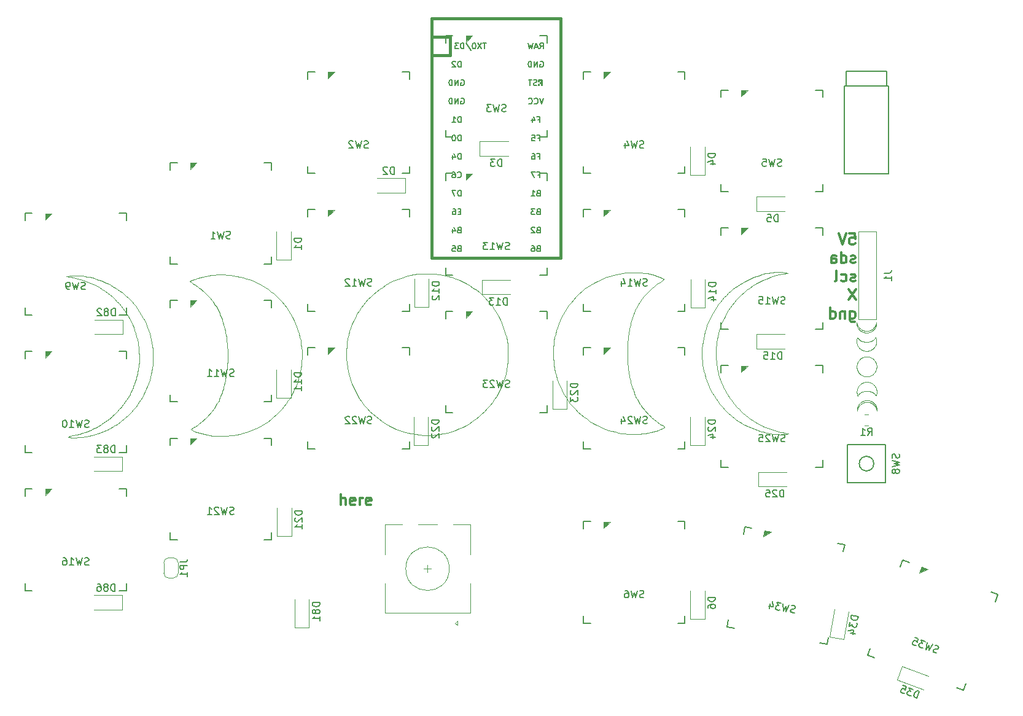
<source format=gbr>
%TF.GenerationSoftware,KiCad,Pcbnew,(5.1.10)-1*%
%TF.CreationDate,2021-12-02T09:38:37-08:00*%
%TF.ProjectId,luakeeb,6c75616b-6565-4622-9e6b-696361645f70,rev?*%
%TF.SameCoordinates,Original*%
%TF.FileFunction,Legend,Bot*%
%TF.FilePolarity,Positive*%
%FSLAX46Y46*%
G04 Gerber Fmt 4.6, Leading zero omitted, Abs format (unit mm)*
G04 Created by KiCad (PCBNEW (5.1.10)-1) date 2021-12-02 09:38:37*
%MOMM*%
%LPD*%
G01*
G04 APERTURE LIST*
%ADD10C,0.001920*%
%ADD11C,0.126750*%
%ADD12C,0.300000*%
%ADD13C,0.150000*%
%ADD14C,0.120000*%
%ADD15C,0.100000*%
%ADD16C,0.381000*%
G04 APERTURE END LIST*
D10*
X149243493Y-84106237D02*
X149292521Y-84069794D01*
X149292521Y-84069794D02*
X149342327Y-84035854D01*
X149342327Y-84035854D02*
X149392848Y-84004390D01*
X149392848Y-84004390D02*
X149444018Y-83975375D01*
X149444018Y-83975375D02*
X149495772Y-83948782D01*
X149495772Y-83948782D02*
X149548046Y-83924582D01*
X149548046Y-83924582D02*
X149600775Y-83902751D01*
X149600775Y-83902751D02*
X149653894Y-83883259D01*
X149653894Y-83883259D02*
X149707339Y-83866080D01*
X149707339Y-83866080D02*
X149761045Y-83851187D01*
X149761045Y-83851187D02*
X149814947Y-83838553D01*
X149814947Y-83838553D02*
X149868980Y-83828151D01*
X149868980Y-83828151D02*
X149923080Y-83819953D01*
X149923080Y-83819953D02*
X149977181Y-83813933D01*
X149977181Y-83813933D02*
X150031220Y-83810063D01*
X150031220Y-83810063D02*
X150085132Y-83808316D01*
X150085132Y-83808316D02*
X150138851Y-83808665D01*
X150138851Y-83808665D02*
X150192313Y-83811082D01*
X150192313Y-83811082D02*
X150245454Y-83815542D01*
X150245454Y-83815542D02*
X150298208Y-83822016D01*
X150298208Y-83822016D02*
X150350511Y-83830478D01*
X150350511Y-83830478D02*
X150402298Y-83840900D01*
X150402298Y-83840900D02*
X150453505Y-83853255D01*
X150453505Y-83853255D02*
X150504066Y-83867516D01*
X150504066Y-83867516D02*
X150553918Y-83883656D01*
X150553918Y-83883656D02*
X150602994Y-83901648D01*
X150602994Y-83901648D02*
X150651231Y-83921465D01*
X150651231Y-83921465D02*
X150698564Y-83943079D01*
X150698564Y-83943079D02*
X150744928Y-83966464D01*
X150744928Y-83966464D02*
X150790258Y-83991592D01*
X150790258Y-83991592D02*
X150834490Y-84018436D01*
X150834490Y-84018436D02*
X150877559Y-84046970D01*
X151338993Y-83166437D02*
X151335439Y-83161296D01*
X151335439Y-83161296D02*
X151331921Y-83156191D01*
X151331921Y-83156191D02*
X151328436Y-83151122D01*
X151328436Y-83151122D02*
X151324982Y-83146088D01*
X151324982Y-83146088D02*
X151321558Y-83141089D01*
X151321558Y-83141089D02*
X151318161Y-83136122D01*
X151318161Y-83136122D02*
X151314790Y-83131188D01*
X151314790Y-83131188D02*
X151311443Y-83126286D01*
X151311443Y-83126286D02*
X151308117Y-83121415D01*
X151308117Y-83121415D02*
X151304811Y-83116574D01*
X151304811Y-83116574D02*
X151301523Y-83111763D01*
X151301523Y-83111763D02*
X151298251Y-83106980D01*
X151298251Y-83106980D02*
X151294992Y-83102225D01*
X151294992Y-83102225D02*
X151291746Y-83097497D01*
X151291746Y-83097497D02*
X151288510Y-83092796D01*
X151288510Y-83092796D02*
X151285282Y-83088120D01*
X151285282Y-83088120D02*
X151282060Y-83083469D01*
X151282060Y-83083469D02*
X151278843Y-83078842D01*
X151278843Y-83078842D02*
X151275627Y-83074238D01*
X151275627Y-83074238D02*
X151272412Y-83069657D01*
X151272412Y-83069657D02*
X151269196Y-83065097D01*
X151269196Y-83065097D02*
X151265976Y-83060559D01*
X151265976Y-83060559D02*
X151262751Y-83056040D01*
X151262751Y-83056040D02*
X151259518Y-83051541D01*
X151259518Y-83051541D02*
X151256276Y-83047061D01*
X151256276Y-83047061D02*
X151253023Y-83042598D01*
X151253023Y-83042598D02*
X151249756Y-83038153D01*
X151249756Y-83038153D02*
X151246475Y-83033723D01*
X151246475Y-83033723D02*
X151243176Y-83029310D01*
X151243176Y-83029310D02*
X151239858Y-83024910D01*
X151239858Y-83024910D02*
X151236520Y-83020525D01*
X151236520Y-83020525D02*
X151233159Y-83016154D01*
X150919893Y-73931420D02*
X150945727Y-73909177D01*
X150945727Y-73909177D02*
X150970846Y-73886503D01*
X150970846Y-73886503D02*
X150995252Y-73863404D01*
X150995252Y-73863404D02*
X151018950Y-73839882D01*
X151018950Y-73839882D02*
X151041942Y-73815941D01*
X151041942Y-73815941D02*
X151064232Y-73791586D01*
X151064232Y-73791586D02*
X151085824Y-73766820D01*
X151085824Y-73766820D02*
X151106721Y-73741647D01*
X151106721Y-73741647D02*
X151126927Y-73716071D01*
X151126927Y-73716071D02*
X151146444Y-73690096D01*
X151146444Y-73690096D02*
X151165278Y-73663725D01*
X151165278Y-73663725D02*
X151183430Y-73636963D01*
X151183430Y-73636963D02*
X151200905Y-73609814D01*
X151200905Y-73609814D02*
X151217705Y-73582280D01*
X151217705Y-73582280D02*
X151233835Y-73554367D01*
X151233835Y-73554367D02*
X151249299Y-73526078D01*
X151249299Y-73526078D02*
X151264098Y-73497417D01*
X151264098Y-73497417D02*
X151278238Y-73468387D01*
X151278238Y-73468387D02*
X151291721Y-73438994D01*
X151291721Y-73438994D02*
X151304551Y-73409240D01*
X151304551Y-73409240D02*
X151316732Y-73379129D01*
X151316732Y-73379129D02*
X151328266Y-73348666D01*
X151328266Y-73348666D02*
X151339158Y-73317853D01*
X151339158Y-73317853D02*
X151349410Y-73286696D01*
X151349410Y-73286696D02*
X151359027Y-73255198D01*
X151359027Y-73255198D02*
X151368012Y-73223363D01*
X151368012Y-73223363D02*
X151376369Y-73191194D01*
X151376369Y-73191194D02*
X151384100Y-73158696D01*
X151384100Y-73158696D02*
X151391209Y-73125872D01*
X151391209Y-73125872D02*
X151397700Y-73092727D01*
X151397700Y-73092727D02*
X151403577Y-73059264D01*
X151403577Y-73059264D02*
X151408843Y-73025487D01*
X151406726Y-84741237D02*
X151411804Y-84756727D01*
X151411804Y-84756727D02*
X151416718Y-84772242D01*
X151416718Y-84772242D02*
X151421464Y-84787782D01*
X151421464Y-84787782D02*
X151426040Y-84803347D01*
X151426040Y-84803347D02*
X151430442Y-84818937D01*
X151430442Y-84818937D02*
X151434668Y-84834552D01*
X151434668Y-84834552D02*
X151438714Y-84850191D01*
X151438714Y-84850191D02*
X151442576Y-84865855D01*
X151442576Y-84865855D02*
X151446253Y-84881544D01*
X151446253Y-84881544D02*
X151449741Y-84897258D01*
X151449741Y-84897258D02*
X151453036Y-84912996D01*
X151453036Y-84912996D02*
X151456136Y-84928760D01*
X151456136Y-84928760D02*
X151459038Y-84944548D01*
X151459038Y-84944548D02*
X151461738Y-84960361D01*
X151461738Y-84960361D02*
X151464234Y-84976199D01*
X151464234Y-84976199D02*
X151466521Y-84992061D01*
X151466521Y-84992061D02*
X151468598Y-85007949D01*
X151468598Y-85007949D02*
X151470461Y-85023861D01*
X151470461Y-85023861D02*
X151472107Y-85039798D01*
X151472107Y-85039798D02*
X151473533Y-85055760D01*
X151473533Y-85055760D02*
X151474735Y-85071746D01*
X151474735Y-85071746D02*
X151475712Y-85087758D01*
X151475712Y-85087758D02*
X151476458Y-85103794D01*
X151476458Y-85103794D02*
X151476972Y-85119855D01*
X151476972Y-85119855D02*
X151477251Y-85135941D01*
X151477251Y-85135941D02*
X151477291Y-85152052D01*
X151477291Y-85152052D02*
X151477089Y-85168187D01*
X151477089Y-85168187D02*
X151476642Y-85184347D01*
X151476642Y-85184347D02*
X151475947Y-85200532D01*
X151475947Y-85200532D02*
X151475001Y-85216742D01*
X151475001Y-85216742D02*
X151473800Y-85232977D01*
X151473800Y-85232977D02*
X151472343Y-85249237D01*
X148784176Y-75140037D02*
X148786117Y-75140470D01*
X148786117Y-75140470D02*
X148787975Y-75140976D01*
X148787975Y-75140976D02*
X148791456Y-75142194D01*
X148791456Y-75142194D02*
X148794645Y-75143673D01*
X148794645Y-75143673D02*
X148797570Y-75145394D01*
X148797570Y-75145394D02*
X148800260Y-75147338D01*
X148800260Y-75147338D02*
X148802742Y-75149487D01*
X148802742Y-75149487D02*
X148805044Y-75151822D01*
X148805044Y-75151822D02*
X148807195Y-75154324D01*
X148807195Y-75154324D02*
X148809221Y-75156975D01*
X148809221Y-75156975D02*
X148811151Y-75159756D01*
X148811151Y-75159756D02*
X148813013Y-75162649D01*
X148813013Y-75162649D02*
X148814834Y-75165635D01*
X148814834Y-75165635D02*
X148816643Y-75168695D01*
X148816643Y-75168695D02*
X148818468Y-75171811D01*
X148818468Y-75171811D02*
X148820336Y-75174965D01*
X148820336Y-75174965D02*
X148822276Y-75178137D01*
X151137909Y-84525337D02*
X151133735Y-84520580D01*
X151133735Y-84520580D02*
X151129549Y-84515837D01*
X151129549Y-84515837D02*
X151125350Y-84511107D01*
X151125350Y-84511107D02*
X151121137Y-84506390D01*
X151121137Y-84506390D02*
X151116910Y-84501687D01*
X151116910Y-84501687D02*
X151112669Y-84496999D01*
X151112669Y-84496999D02*
X151108413Y-84492325D01*
X151108413Y-84492325D02*
X151104142Y-84487667D01*
X151104142Y-84487667D02*
X151099855Y-84483023D01*
X151099855Y-84483023D02*
X151095553Y-84478396D01*
X151095553Y-84478396D02*
X151091234Y-84473785D01*
X151091234Y-84473785D02*
X151086898Y-84469191D01*
X151086898Y-84469191D02*
X151082546Y-84464614D01*
X151082546Y-84464614D02*
X151078176Y-84460054D01*
X151078176Y-84460054D02*
X151073788Y-84455512D01*
X151073788Y-84455512D02*
X151069382Y-84450989D01*
X151069382Y-84450989D02*
X151064958Y-84446484D01*
X151064958Y-84446484D02*
X151060514Y-84441998D01*
X151060514Y-84441998D02*
X151056051Y-84437531D01*
X151056051Y-84437531D02*
X151051568Y-84433084D01*
X151051568Y-84433084D02*
X151047065Y-84428657D01*
X151047065Y-84428657D02*
X151042542Y-84424251D01*
X151042542Y-84424251D02*
X151037998Y-84419866D01*
X151037998Y-84419866D02*
X151033432Y-84415502D01*
X151033432Y-84415502D02*
X151028844Y-84411159D01*
X151028844Y-84411159D02*
X151024235Y-84406839D01*
X151024235Y-84406839D02*
X151019603Y-84402541D01*
X151019603Y-84402541D02*
X151014948Y-84398267D01*
X151014948Y-84398267D02*
X151010270Y-84394015D01*
X151010270Y-84394015D02*
X151005568Y-84389787D01*
X151005568Y-84389787D02*
X151000843Y-84385583D01*
X151000843Y-84385583D02*
X150996093Y-84381404D01*
X148822276Y-75178137D02*
X148839619Y-75206514D01*
X148839619Y-75206514D02*
X148857516Y-75234103D01*
X148857516Y-75234103D02*
X148875959Y-75260908D01*
X148875959Y-75260908D02*
X148894945Y-75286934D01*
X148894945Y-75286934D02*
X148914467Y-75312187D01*
X148914467Y-75312187D02*
X148934520Y-75336671D01*
X148934520Y-75336671D02*
X148955098Y-75360392D01*
X148955098Y-75360392D02*
X148976197Y-75383354D01*
X148976197Y-75383354D02*
X148997810Y-75405563D01*
X148997810Y-75405563D02*
X149019933Y-75427023D01*
X149019933Y-75427023D02*
X149042559Y-75447740D01*
X149042559Y-75447740D02*
X149065684Y-75467719D01*
X149065684Y-75467719D02*
X149089302Y-75486964D01*
X149089302Y-75486964D02*
X149113407Y-75505482D01*
X149113407Y-75505482D02*
X149137995Y-75523276D01*
X149137995Y-75523276D02*
X149163059Y-75540351D01*
X149163059Y-75540351D02*
X149188594Y-75556714D01*
X149188594Y-75556714D02*
X149214596Y-75572369D01*
X149214596Y-75572369D02*
X149241058Y-75587320D01*
X149241058Y-75587320D02*
X149267975Y-75601574D01*
X149267975Y-75601574D02*
X149295341Y-75615134D01*
X149295341Y-75615134D02*
X149323152Y-75628007D01*
X149323152Y-75628007D02*
X149351401Y-75640196D01*
X149351401Y-75640196D02*
X149380084Y-75651708D01*
X149380084Y-75651708D02*
X149409194Y-75662547D01*
X149409194Y-75662547D02*
X149438727Y-75672718D01*
X149438727Y-75672718D02*
X149468677Y-75682226D01*
X149468677Y-75682226D02*
X149499039Y-75691077D01*
X149499039Y-75691077D02*
X149529806Y-75699275D01*
X149529806Y-75699275D02*
X149560975Y-75706825D01*
X149560975Y-75706825D02*
X149592539Y-75713733D01*
X149592539Y-75713733D02*
X149624493Y-75720004D01*
X151256443Y-84688320D02*
X151253063Y-84682968D01*
X151253063Y-84682968D02*
X151249670Y-84677629D01*
X151249670Y-84677629D02*
X151246263Y-84672304D01*
X151246263Y-84672304D02*
X151242841Y-84666992D01*
X151242841Y-84666992D02*
X151239404Y-84661694D01*
X151239404Y-84661694D02*
X151235950Y-84656410D01*
X151235950Y-84656410D02*
X151232480Y-84651141D01*
X151232480Y-84651141D02*
X151228992Y-84645887D01*
X151228992Y-84645887D02*
X151225485Y-84640649D01*
X151225485Y-84640649D02*
X151221958Y-84635426D01*
X151221958Y-84635426D02*
X151218412Y-84630220D01*
X151218412Y-84630220D02*
X151214845Y-84625030D01*
X151214845Y-84625030D02*
X151211255Y-84619858D01*
X151211255Y-84619858D02*
X151207644Y-84614703D01*
X151207644Y-84614703D02*
X151204009Y-84609566D01*
X151204009Y-84609566D02*
X151200350Y-84604447D01*
X151200350Y-84604447D02*
X151196667Y-84599346D01*
X151196667Y-84599346D02*
X151192957Y-84594265D01*
X151192957Y-84594265D02*
X151189222Y-84589203D01*
X151189222Y-84589203D02*
X151185459Y-84584161D01*
X151185459Y-84584161D02*
X151181669Y-84579139D01*
X151181669Y-84579139D02*
X151177849Y-84574137D01*
X151177849Y-84574137D02*
X151174000Y-84569156D01*
X151174000Y-84569156D02*
X151170122Y-84564197D01*
X151170122Y-84564197D02*
X151166212Y-84559260D01*
X151166212Y-84559260D02*
X151162270Y-84554344D01*
X151162270Y-84554344D02*
X151158296Y-84549451D01*
X151158296Y-84549451D02*
X151154288Y-84544581D01*
X151154288Y-84544581D02*
X151150246Y-84539734D01*
X151150246Y-84539734D02*
X151146169Y-84534911D01*
X151146169Y-84534911D02*
X151142057Y-84530111D01*
X151142057Y-84530111D02*
X151137909Y-84525337D01*
X150058409Y-80526954D02*
X150058409Y-80526954D01*
X148784176Y-75140037D02*
X148784176Y-75140037D01*
X151472343Y-85249237D02*
X151468706Y-85244041D01*
X151468706Y-85244041D02*
X151465330Y-85238774D01*
X151465330Y-85238774D02*
X151462200Y-85233439D01*
X151462200Y-85233439D02*
X151459303Y-85228041D01*
X151459303Y-85228041D02*
X151456627Y-85222582D01*
X151456627Y-85222582D02*
X151454157Y-85217066D01*
X151454157Y-85217066D02*
X151451882Y-85211497D01*
X151451882Y-85211497D02*
X151449787Y-85205878D01*
X151449787Y-85205878D02*
X151447859Y-85200212D01*
X151447859Y-85200212D02*
X151446085Y-85194503D01*
X151446085Y-85194503D02*
X151444453Y-85188755D01*
X151444453Y-85188755D02*
X151442949Y-85182971D01*
X151442949Y-85182971D02*
X151441559Y-85177154D01*
X151441559Y-85177154D02*
X151440271Y-85171308D01*
X151440271Y-85171308D02*
X151439071Y-85165436D01*
X151439071Y-85165436D02*
X151437946Y-85159543D01*
X151437946Y-85159543D02*
X151436884Y-85153630D01*
X151436884Y-85153630D02*
X151435870Y-85147703D01*
X151435870Y-85147703D02*
X151434892Y-85141764D01*
X151434892Y-85141764D02*
X151433936Y-85135817D01*
X151433936Y-85135817D02*
X151432990Y-85129865D01*
X151432990Y-85129865D02*
X151432040Y-85123912D01*
X151432040Y-85123912D02*
X151431072Y-85117962D01*
X151431072Y-85117962D02*
X151430075Y-85112017D01*
X151430075Y-85112017D02*
X151429034Y-85106081D01*
X151429034Y-85106081D02*
X151427937Y-85100159D01*
X151427937Y-85100159D02*
X151426769Y-85094252D01*
X151426769Y-85094252D02*
X151425519Y-85088366D01*
X151425519Y-85088366D02*
X151424173Y-85082502D01*
X151424173Y-85082502D02*
X151422717Y-85076666D01*
X151422717Y-85076666D02*
X151421139Y-85070859D01*
X151421139Y-85070859D02*
X151419426Y-85065087D01*
X148697393Y-79252720D02*
X148694277Y-79175077D01*
X148694277Y-79175077D02*
X148695167Y-79098952D01*
X148695167Y-79098952D02*
X148699938Y-79024397D01*
X148699938Y-79024397D02*
X148708463Y-78951467D01*
X148708463Y-78951467D02*
X148720620Y-78880213D01*
X148720620Y-78880213D02*
X148736283Y-78810691D01*
X148736283Y-78810691D02*
X148755327Y-78742953D01*
X148755327Y-78742953D02*
X148777627Y-78677052D01*
X148777627Y-78677052D02*
X148803059Y-78613044D01*
X148803059Y-78613044D02*
X148831498Y-78550980D01*
X148831498Y-78550980D02*
X148862818Y-78490914D01*
X148862818Y-78490914D02*
X148896896Y-78432900D01*
X148896896Y-78432900D02*
X148933606Y-78376991D01*
X148933606Y-78376991D02*
X148972824Y-78323241D01*
X148972824Y-78323241D02*
X149014425Y-78271704D01*
X149014425Y-78271704D02*
X149058284Y-78222432D01*
X149058284Y-78222432D02*
X149104276Y-78175480D01*
X149104276Y-78175480D02*
X149152276Y-78130900D01*
X149152276Y-78130900D02*
X149202160Y-78088746D01*
X149202160Y-78088746D02*
X149253803Y-78049072D01*
X149253803Y-78049072D02*
X149307079Y-78011931D01*
X149307079Y-78011931D02*
X149361865Y-77977377D01*
X149361865Y-77977377D02*
X149418036Y-77945463D01*
X149418036Y-77945463D02*
X149475466Y-77916243D01*
X149475466Y-77916243D02*
X149534030Y-77889770D01*
X149534030Y-77889770D02*
X149593605Y-77866097D01*
X149593605Y-77866097D02*
X149654065Y-77845279D01*
X149654065Y-77845279D02*
X149715286Y-77827368D01*
X149715286Y-77827368D02*
X149777142Y-77812418D01*
X149777142Y-77812418D02*
X149839508Y-77800483D01*
X149839508Y-77800483D02*
X149902261Y-77791615D01*
X149902261Y-77791615D02*
X149965276Y-77785870D01*
X148826509Y-83181254D02*
X148807441Y-83140859D01*
X148807441Y-83140859D02*
X148789956Y-83098728D01*
X148789956Y-83098728D02*
X148774098Y-83054973D01*
X148774098Y-83054973D02*
X148759912Y-83009704D01*
X148759912Y-83009704D02*
X148747442Y-82963034D01*
X148747442Y-82963034D02*
X148736733Y-82915074D01*
X148736733Y-82915074D02*
X148727829Y-82865936D01*
X148727829Y-82865936D02*
X148720775Y-82815731D01*
X148720775Y-82815731D02*
X148715615Y-82764572D01*
X148715615Y-82764572D02*
X148712394Y-82712569D01*
X148712394Y-82712569D02*
X148711157Y-82659834D01*
X148711157Y-82659834D02*
X148711949Y-82606479D01*
X148711949Y-82606479D02*
X148714812Y-82552616D01*
X148714812Y-82552616D02*
X148719794Y-82498355D01*
X148719794Y-82498355D02*
X148726937Y-82443810D01*
X148726937Y-82443810D02*
X148736286Y-82389091D01*
X148736286Y-82389091D02*
X148747887Y-82334310D01*
X148747887Y-82334310D02*
X148761783Y-82279578D01*
X148761783Y-82279578D02*
X148778019Y-82225008D01*
X148778019Y-82225008D02*
X148796640Y-82170710D01*
X148796640Y-82170710D02*
X148817690Y-82116797D01*
X148817690Y-82116797D02*
X148841215Y-82063380D01*
X148841215Y-82063380D02*
X148867257Y-82010571D01*
X148867257Y-82010571D02*
X148895863Y-81958481D01*
X148895863Y-81958481D02*
X148927076Y-81907223D01*
X148927076Y-81907223D02*
X148960942Y-81856906D01*
X148960942Y-81856906D02*
X148997504Y-81807644D01*
X148997504Y-81807644D02*
X149036807Y-81759548D01*
X149036807Y-81759548D02*
X149078897Y-81712729D01*
X149078897Y-81712729D02*
X149123816Y-81667299D01*
X149123816Y-81667299D02*
X149171611Y-81623370D01*
X149171611Y-81623370D02*
X149222326Y-81581054D01*
X148684693Y-73040304D02*
X148684693Y-73040304D01*
X149944109Y-74253154D02*
X149978519Y-74254952D01*
X149978519Y-74254952D02*
X150012691Y-74255982D01*
X150012691Y-74255982D02*
X150046626Y-74256243D01*
X150046626Y-74256243D02*
X150080319Y-74255737D01*
X150080319Y-74255737D02*
X150113771Y-74254464D01*
X150113771Y-74254464D02*
X150146980Y-74252423D01*
X150146980Y-74252423D02*
X150179944Y-74249616D01*
X150179944Y-74249616D02*
X150212661Y-74246043D01*
X150212661Y-74246043D02*
X150245130Y-74241703D01*
X150245130Y-74241703D02*
X150277349Y-74236599D01*
X150277349Y-74236599D02*
X150309318Y-74230729D01*
X150309318Y-74230729D02*
X150341033Y-74224095D01*
X150341033Y-74224095D02*
X150372495Y-74216696D01*
X150372495Y-74216696D02*
X150403700Y-74208533D01*
X150403700Y-74208533D02*
X150434649Y-74199607D01*
X150434649Y-74199607D02*
X150465338Y-74189918D01*
X150465338Y-74189918D02*
X150495767Y-74179466D01*
X150495767Y-74179466D02*
X150525934Y-74168251D01*
X150525934Y-74168251D02*
X150555837Y-74156275D01*
X150555837Y-74156275D02*
X150585475Y-74143537D01*
X150585475Y-74143537D02*
X150614847Y-74130038D01*
X150614847Y-74130038D02*
X150643951Y-74115778D01*
X150643951Y-74115778D02*
X150672784Y-74100758D01*
X150672784Y-74100758D02*
X150701347Y-74084977D01*
X150701347Y-74084977D02*
X150729636Y-74068437D01*
X150729636Y-74068437D02*
X150757651Y-74051138D01*
X150757651Y-74051138D02*
X150785390Y-74033080D01*
X150785390Y-74033080D02*
X150812852Y-74014263D01*
X150812852Y-74014263D02*
X150840035Y-73994688D01*
X150840035Y-73994688D02*
X150866937Y-73974356D01*
X150866937Y-73974356D02*
X150893556Y-73953266D01*
X150893556Y-73953266D02*
X150919893Y-73931420D01*
X150877559Y-84046970D02*
X150900961Y-84063409D01*
X150900961Y-84063409D02*
X150923941Y-84080184D01*
X150923941Y-84080184D02*
X150946495Y-84097294D01*
X150946495Y-84097294D02*
X150968621Y-84114740D01*
X150968621Y-84114740D02*
X150990318Y-84132523D01*
X150990318Y-84132523D02*
X151011583Y-84150642D01*
X151011583Y-84150642D02*
X151032415Y-84169099D01*
X151032415Y-84169099D02*
X151052812Y-84187893D01*
X151052812Y-84187893D02*
X151072772Y-84207026D01*
X151072772Y-84207026D02*
X151092292Y-84226496D01*
X151092292Y-84226496D02*
X151111372Y-84246306D01*
X151111372Y-84246306D02*
X151130009Y-84266454D01*
X151130009Y-84266454D02*
X151148200Y-84286942D01*
X151148200Y-84286942D02*
X151165945Y-84307770D01*
X151165945Y-84307770D02*
X151183241Y-84328938D01*
X151183241Y-84328938D02*
X151200086Y-84350447D01*
X151200086Y-84350447D02*
X151216478Y-84372297D01*
X151216478Y-84372297D02*
X151232416Y-84394488D01*
X151232416Y-84394488D02*
X151247897Y-84417021D01*
X151247897Y-84417021D02*
X151262920Y-84439897D01*
X151262920Y-84439897D02*
X151277483Y-84463115D01*
X151277483Y-84463115D02*
X151291583Y-84486676D01*
X151291583Y-84486676D02*
X151305218Y-84510580D01*
X151305218Y-84510580D02*
X151318388Y-84534829D01*
X151318388Y-84534829D02*
X151331089Y-84559421D01*
X151331089Y-84559421D02*
X151343320Y-84584358D01*
X151343320Y-84584358D02*
X151355079Y-84609640D01*
X151355079Y-84609640D02*
X151366364Y-84635267D01*
X151366364Y-84635267D02*
X151377173Y-84661240D01*
X151377173Y-84661240D02*
X151387504Y-84687559D01*
X151387504Y-84687559D02*
X151397356Y-84714224D01*
X151397356Y-84714224D02*
X151406726Y-84741237D01*
X148921759Y-83045787D02*
X148918788Y-83049767D01*
X148918788Y-83049767D02*
X148915829Y-83053773D01*
X148915829Y-83053773D02*
X148912879Y-83057801D01*
X148912879Y-83057801D02*
X148909939Y-83061852D01*
X148909939Y-83061852D02*
X148907007Y-83065924D01*
X148907007Y-83065924D02*
X148904081Y-83070017D01*
X148904081Y-83070017D02*
X148901160Y-83074131D01*
X148901160Y-83074131D02*
X148898244Y-83078264D01*
X148898244Y-83078264D02*
X148895331Y-83082416D01*
X148895331Y-83082416D02*
X148892419Y-83086585D01*
X148892419Y-83086585D02*
X148889509Y-83090771D01*
X148889509Y-83090771D02*
X148886598Y-83094974D01*
X148886598Y-83094974D02*
X148883686Y-83099192D01*
X148883686Y-83099192D02*
X148880770Y-83103425D01*
X148880770Y-83103425D02*
X148877851Y-83107672D01*
X148877851Y-83107672D02*
X148874927Y-83111932D01*
X148874927Y-83111932D02*
X148871997Y-83116205D01*
X148871997Y-83116205D02*
X148869060Y-83120489D01*
X148869060Y-83120489D02*
X148866113Y-83124784D01*
X148866113Y-83124784D02*
X148863158Y-83129089D01*
X148863158Y-83129089D02*
X148860191Y-83133403D01*
X148860191Y-83133403D02*
X148857212Y-83137726D01*
X148857212Y-83137726D02*
X148854220Y-83142057D01*
X148854220Y-83142057D02*
X148851214Y-83146394D01*
X148851214Y-83146394D02*
X148848192Y-83150738D01*
X148848192Y-83150738D02*
X148845154Y-83155087D01*
X148845154Y-83155087D02*
X148842098Y-83159441D01*
X148842098Y-83159441D02*
X148839023Y-83163799D01*
X148839023Y-83163799D02*
X148835927Y-83168160D01*
X148835927Y-83168160D02*
X148832810Y-83172523D01*
X148832810Y-83172523D02*
X148829671Y-83176888D01*
X148829671Y-83176888D02*
X148826509Y-83181254D01*
X150265843Y-84051204D02*
X150259499Y-84050242D01*
X150259499Y-84050242D02*
X150253166Y-84049341D01*
X150253166Y-84049341D02*
X150246845Y-84048501D01*
X150246845Y-84048501D02*
X150240533Y-84047718D01*
X150240533Y-84047718D02*
X150234231Y-84046993D01*
X150234231Y-84046993D02*
X150227938Y-84046324D01*
X150227938Y-84046324D02*
X150221652Y-84045711D01*
X150221652Y-84045711D02*
X150215373Y-84045151D01*
X150215373Y-84045151D02*
X150209100Y-84044644D01*
X150209100Y-84044644D02*
X150202833Y-84044188D01*
X150202833Y-84044188D02*
X150196571Y-84043783D01*
X150196571Y-84043783D02*
X150190312Y-84043427D01*
X150190312Y-84043427D02*
X150184056Y-84043119D01*
X150184056Y-84043119D02*
X150177803Y-84042858D01*
X150177803Y-84042858D02*
X150171552Y-84042642D01*
X150171552Y-84042642D02*
X150165301Y-84042472D01*
X150165301Y-84042472D02*
X150159050Y-84042344D01*
X150159050Y-84042344D02*
X150152798Y-84042259D01*
X150152798Y-84042259D02*
X150146545Y-84042215D01*
X150146545Y-84042215D02*
X150140289Y-84042211D01*
X150140289Y-84042211D02*
X150134031Y-84042246D01*
X150134031Y-84042246D02*
X150127768Y-84042318D01*
X150127768Y-84042318D02*
X150121501Y-84042427D01*
X150121501Y-84042427D02*
X150115228Y-84042571D01*
X150115228Y-84042571D02*
X150108950Y-84042749D01*
X150108950Y-84042749D02*
X150102664Y-84042960D01*
X150102664Y-84042960D02*
X150096370Y-84043203D01*
X150096370Y-84043203D02*
X150090068Y-84043477D01*
X150090068Y-84043477D02*
X150083757Y-84043780D01*
X150083757Y-84043780D02*
X150077436Y-84044111D01*
X150077436Y-84044111D02*
X150071103Y-84044469D01*
X150071103Y-84044469D02*
X150064760Y-84044854D01*
X151353809Y-84874587D02*
X151350838Y-84868634D01*
X151350838Y-84868634D02*
X151347878Y-84862681D01*
X151347878Y-84862681D02*
X151344928Y-84856731D01*
X151344928Y-84856731D02*
X151341985Y-84850782D01*
X151341985Y-84850782D02*
X151339048Y-84844837D01*
X151339048Y-84844837D02*
X151336117Y-84838896D01*
X151336117Y-84838896D02*
X151333188Y-84832959D01*
X151333188Y-84832959D02*
X151330261Y-84827028D01*
X151330261Y-84827028D02*
X151327333Y-84821103D01*
X151327333Y-84821103D02*
X151324405Y-84815184D01*
X151324405Y-84815184D02*
X151321473Y-84809274D01*
X151321473Y-84809274D02*
X151318536Y-84803372D01*
X151318536Y-84803372D02*
X151315594Y-84797480D01*
X151315594Y-84797480D02*
X151312643Y-84791597D01*
X151312643Y-84791597D02*
X151309683Y-84785726D01*
X151309683Y-84785726D02*
X151306713Y-84779866D01*
X151306713Y-84779866D02*
X151303730Y-84774018D01*
X151303730Y-84774018D02*
X151300733Y-84768184D01*
X151300733Y-84768184D02*
X151297720Y-84762363D01*
X151297720Y-84762363D02*
X151294691Y-84756557D01*
X151294691Y-84756557D02*
X151291643Y-84750767D01*
X151291643Y-84750767D02*
X151288575Y-84744993D01*
X151288575Y-84744993D02*
X151285485Y-84739236D01*
X151285485Y-84739236D02*
X151282371Y-84733497D01*
X151282371Y-84733497D02*
X151279233Y-84727777D01*
X151279233Y-84727777D02*
X151276069Y-84722076D01*
X151276069Y-84722076D02*
X151272877Y-84716395D01*
X151272877Y-84716395D02*
X151269655Y-84710735D01*
X151269655Y-84710735D02*
X151266402Y-84705096D01*
X151266402Y-84705096D02*
X151263117Y-84699481D01*
X151263117Y-84699481D02*
X151259798Y-84693888D01*
X151259798Y-84693888D02*
X151256443Y-84688320D01*
X150941059Y-76691554D02*
X150894616Y-76730038D01*
X150894616Y-76730038D02*
X150846635Y-76766114D01*
X150846635Y-76766114D02*
X150797216Y-76799780D01*
X150797216Y-76799780D02*
X150746458Y-76831034D01*
X150746458Y-76831034D02*
X150694459Y-76859875D01*
X150694459Y-76859875D02*
X150641319Y-76886300D01*
X150641319Y-76886300D02*
X150587137Y-76910307D01*
X150587137Y-76910307D02*
X150532013Y-76931894D01*
X150532013Y-76931894D02*
X150476045Y-76951060D01*
X150476045Y-76951060D02*
X150419334Y-76967803D01*
X150419334Y-76967803D02*
X150361977Y-76982120D01*
X150361977Y-76982120D02*
X150304074Y-76994009D01*
X150304074Y-76994009D02*
X150245726Y-77003470D01*
X150245726Y-77003470D02*
X150187029Y-77010499D01*
X150187029Y-77010499D02*
X150128085Y-77015094D01*
X150128085Y-77015094D02*
X150068992Y-77017255D01*
X150068992Y-77017255D02*
X150009850Y-77016979D01*
X150009850Y-77016979D02*
X149950757Y-77014264D01*
X149950757Y-77014264D02*
X149891812Y-77009107D01*
X149891812Y-77009107D02*
X149833116Y-77001508D01*
X149833116Y-77001508D02*
X149774767Y-76991464D01*
X149774767Y-76991464D02*
X149716865Y-76978974D01*
X149716865Y-76978974D02*
X149659508Y-76964034D01*
X149659508Y-76964034D02*
X149602796Y-76946644D01*
X149602796Y-76946644D02*
X149546829Y-76926802D01*
X149546829Y-76926802D02*
X149491705Y-76904505D01*
X149491705Y-76904505D02*
X149437523Y-76879751D01*
X149437523Y-76879751D02*
X149384383Y-76852540D01*
X149384383Y-76852540D02*
X149332384Y-76822867D01*
X149332384Y-76822867D02*
X149281625Y-76790733D01*
X149281625Y-76790733D02*
X149232206Y-76756134D01*
X149232206Y-76756134D02*
X149184226Y-76719070D01*
X151381326Y-73457287D02*
X151373940Y-73484919D01*
X151373940Y-73484919D02*
X151366071Y-73512253D01*
X151366071Y-73512253D02*
X151357719Y-73539287D01*
X151357719Y-73539287D02*
X151348885Y-73566022D01*
X151348885Y-73566022D02*
X151339569Y-73592456D01*
X151339569Y-73592456D02*
X151329771Y-73618588D01*
X151329771Y-73618588D02*
X151319491Y-73644418D01*
X151319491Y-73644418D02*
X151308730Y-73669945D01*
X151308730Y-73669945D02*
X151297489Y-73695168D01*
X151297489Y-73695168D02*
X151285768Y-73720087D01*
X151285768Y-73720087D02*
X151273567Y-73744700D01*
X151273567Y-73744700D02*
X151260886Y-73769007D01*
X151260886Y-73769007D02*
X151247727Y-73793007D01*
X151247727Y-73793007D02*
X151234089Y-73816699D01*
X151234089Y-73816699D02*
X151219972Y-73840083D01*
X151219972Y-73840083D02*
X151205378Y-73863157D01*
X151205378Y-73863157D02*
X151190306Y-73885922D01*
X151190306Y-73885922D02*
X151174757Y-73908375D01*
X151174757Y-73908375D02*
X151158731Y-73930517D01*
X151158731Y-73930517D02*
X151142229Y-73952347D01*
X151142229Y-73952347D02*
X151125251Y-73973863D01*
X151125251Y-73973863D02*
X151107798Y-73995066D01*
X151107798Y-73995066D02*
X151089869Y-74015954D01*
X151089869Y-74015954D02*
X151071465Y-74036526D01*
X151071465Y-74036526D02*
X151052588Y-74056782D01*
X151052588Y-74056782D02*
X151033236Y-74076721D01*
X151033236Y-74076721D02*
X151013410Y-74096342D01*
X151013410Y-74096342D02*
X150993112Y-74115645D01*
X150993112Y-74115645D02*
X150972340Y-74134628D01*
X150972340Y-74134628D02*
X150951096Y-74153291D01*
X150951096Y-74153291D02*
X150929380Y-74171633D01*
X150929380Y-74171633D02*
X150907193Y-74189654D01*
X149863676Y-84063904D02*
X149811173Y-84074970D01*
X149811173Y-84074970D02*
X149759269Y-84087920D01*
X149759269Y-84087920D02*
X149708017Y-84102737D01*
X149708017Y-84102737D02*
X149657470Y-84119408D01*
X149657470Y-84119408D02*
X149607681Y-84137918D01*
X149607681Y-84137918D02*
X149558704Y-84158251D01*
X149558704Y-84158251D02*
X149510590Y-84180394D01*
X149510590Y-84180394D02*
X149463394Y-84204331D01*
X149463394Y-84204331D02*
X149417169Y-84230048D01*
X149417169Y-84230048D02*
X149371967Y-84257530D01*
X149371967Y-84257530D02*
X149327841Y-84286762D01*
X149327841Y-84286762D02*
X149284846Y-84317730D01*
X149284846Y-84317730D02*
X149243033Y-84350418D01*
X149243033Y-84350418D02*
X149202457Y-84384813D01*
X149202457Y-84384813D02*
X149163169Y-84420899D01*
X149163169Y-84420899D02*
X149125224Y-84458662D01*
X149125224Y-84458662D02*
X149088673Y-84498086D01*
X149088673Y-84498086D02*
X149053572Y-84539158D01*
X149053572Y-84539158D02*
X149019971Y-84581862D01*
X149019971Y-84581862D02*
X148987925Y-84626184D01*
X148987925Y-84626184D02*
X148957487Y-84672109D01*
X148957487Y-84672109D02*
X148928710Y-84719622D01*
X148928710Y-84719622D02*
X148901646Y-84768709D01*
X148901646Y-84768709D02*
X148876350Y-84819355D01*
X148876350Y-84819355D02*
X148852873Y-84871544D01*
X148852873Y-84871544D02*
X148831270Y-84925263D01*
X148831270Y-84925263D02*
X148811593Y-84980497D01*
X148811593Y-84980497D02*
X148793895Y-85037231D01*
X148793895Y-85037231D02*
X148778229Y-85095449D01*
X148778229Y-85095449D02*
X148764649Y-85155139D01*
X148764649Y-85155139D02*
X148753208Y-85216284D01*
X148753208Y-85216284D02*
X148743959Y-85278870D01*
X151338993Y-83166437D02*
X151338993Y-83166437D01*
X150837343Y-84258637D02*
X150832171Y-84255083D01*
X150832171Y-84255083D02*
X150826974Y-84251567D01*
X150826974Y-84251567D02*
X150821753Y-84248088D01*
X150821753Y-84248088D02*
X150816506Y-84244647D01*
X150816506Y-84244647D02*
X150811235Y-84241242D01*
X150811235Y-84241242D02*
X150805940Y-84237875D01*
X150805940Y-84237875D02*
X150800619Y-84234545D01*
X150800619Y-84234545D02*
X150795273Y-84231252D01*
X150795273Y-84231252D02*
X150789903Y-84227997D01*
X150789903Y-84227997D02*
X150784508Y-84224778D01*
X150784508Y-84224778D02*
X150779088Y-84221597D01*
X150779088Y-84221597D02*
X150773644Y-84218453D01*
X150773644Y-84218453D02*
X150768174Y-84215346D01*
X150768174Y-84215346D02*
X150762680Y-84212277D01*
X150762680Y-84212277D02*
X150757161Y-84209244D01*
X150757161Y-84209244D02*
X150751617Y-84206249D01*
X150751617Y-84206249D02*
X150746049Y-84203291D01*
X150746049Y-84203291D02*
X150740455Y-84200370D01*
X150740455Y-84200370D02*
X150734837Y-84197487D01*
X150734837Y-84197487D02*
X150729194Y-84194640D01*
X150729194Y-84194640D02*
X150723526Y-84191831D01*
X150723526Y-84191831D02*
X150717833Y-84189059D01*
X150717833Y-84189059D02*
X150712116Y-84186325D01*
X150712116Y-84186325D02*
X150706374Y-84183627D01*
X150706374Y-84183627D02*
X150700607Y-84180967D01*
X150700607Y-84180967D02*
X150694815Y-84178344D01*
X150694815Y-84178344D02*
X150688998Y-84175758D01*
X150688998Y-84175758D02*
X150683157Y-84173209D01*
X150683157Y-84173209D02*
X150677290Y-84170698D01*
X150677290Y-84170698D02*
X150671399Y-84168223D01*
X150671399Y-84168223D02*
X150665483Y-84165786D01*
X150665483Y-84165786D02*
X150659543Y-84163387D01*
X149965276Y-77785870D02*
X150039217Y-77782659D01*
X150039217Y-77782659D02*
X150112161Y-77783279D01*
X150112161Y-77783279D02*
X150184025Y-77787626D01*
X150184025Y-77787626D02*
X150254730Y-77795601D01*
X150254730Y-77795601D02*
X150324194Y-77807102D01*
X150324194Y-77807102D02*
X150392338Y-77822026D01*
X150392338Y-77822026D02*
X150459080Y-77840272D01*
X150459080Y-77840272D02*
X150524340Y-77861739D01*
X150524340Y-77861739D02*
X150588038Y-77886325D01*
X150588038Y-77886325D02*
X150650092Y-77913929D01*
X150650092Y-77913929D02*
X150710422Y-77944449D01*
X150710422Y-77944449D02*
X150768947Y-77977784D01*
X150768947Y-77977784D02*
X150825588Y-78013831D01*
X150825588Y-78013831D02*
X150880263Y-78052490D01*
X150880263Y-78052490D02*
X150932891Y-78093659D01*
X150932891Y-78093659D02*
X150983392Y-78137237D01*
X150983392Y-78137237D02*
X151031686Y-78183121D01*
X151031686Y-78183121D02*
X151077691Y-78231210D01*
X151077691Y-78231210D02*
X151121328Y-78281403D01*
X151121328Y-78281403D02*
X151162515Y-78333599D01*
X151162515Y-78333599D02*
X151201172Y-78387695D01*
X151201172Y-78387695D02*
X151237219Y-78443590D01*
X151237219Y-78443590D02*
X151270574Y-78501183D01*
X151270574Y-78501183D02*
X151301157Y-78560372D01*
X151301157Y-78560372D02*
X151328887Y-78621055D01*
X151328887Y-78621055D02*
X151353685Y-78683131D01*
X151353685Y-78683131D02*
X151375468Y-78746499D01*
X151375468Y-78746499D02*
X151394158Y-78811056D01*
X151394158Y-78811056D02*
X151409672Y-78876702D01*
X151409672Y-78876702D02*
X151421931Y-78943334D01*
X151421931Y-78943334D02*
X151430853Y-79010852D01*
X151430853Y-79010852D02*
X151436359Y-79079154D01*
X151436359Y-79079154D02*
X151438491Y-79148679D01*
X151438491Y-79148679D02*
X151436999Y-79217871D01*
X151436999Y-79217871D02*
X151431953Y-79286605D01*
X151431953Y-79286605D02*
X151423423Y-79354758D01*
X151423423Y-79354758D02*
X151411481Y-79422208D01*
X151411481Y-79422208D02*
X151396198Y-79488831D01*
X151396198Y-79488831D02*
X151377645Y-79554503D01*
X151377645Y-79554503D02*
X151355892Y-79619102D01*
X151355892Y-79619102D02*
X151331011Y-79682504D01*
X151331011Y-79682504D02*
X151303072Y-79744586D01*
X151303072Y-79744586D02*
X151272147Y-79805224D01*
X151272147Y-79805224D02*
X151238306Y-79864296D01*
X151238306Y-79864296D02*
X151201620Y-79921678D01*
X151201620Y-79921678D02*
X151162160Y-79977247D01*
X151162160Y-79977247D02*
X151119997Y-80030880D01*
X151119997Y-80030880D02*
X151075203Y-80082453D01*
X151075203Y-80082453D02*
X151027847Y-80131844D01*
X151027847Y-80131844D02*
X150978001Y-80178928D01*
X150978001Y-80178928D02*
X150925735Y-80223583D01*
X150925735Y-80223583D02*
X150871122Y-80265685D01*
X150871122Y-80265685D02*
X150814231Y-80305112D01*
X150814231Y-80305112D02*
X150755134Y-80341740D01*
X150755134Y-80341740D02*
X150693901Y-80375445D01*
X150693901Y-80375445D02*
X150630603Y-80406105D01*
X150630603Y-80406105D02*
X150565312Y-80433596D01*
X150565312Y-80433596D02*
X150498098Y-80457795D01*
X150498098Y-80457795D02*
X150429032Y-80478578D01*
X150429032Y-80478578D02*
X150358186Y-80495823D01*
X150358186Y-80495823D02*
X150285629Y-80509407D01*
X150285629Y-80509407D02*
X150211433Y-80519205D01*
X150211433Y-80519205D02*
X150135669Y-80525095D01*
X150135669Y-80525095D02*
X150058409Y-80526954D01*
X150638376Y-75671320D02*
X150662604Y-75663333D01*
X150662604Y-75663333D02*
X150686475Y-75654856D01*
X150686475Y-75654856D02*
X150709993Y-75645894D01*
X150709993Y-75645894D02*
X150733158Y-75636452D01*
X150733158Y-75636452D02*
X150755975Y-75626536D01*
X150755975Y-75626536D02*
X150778446Y-75616151D01*
X150778446Y-75616151D02*
X150800573Y-75605302D01*
X150800573Y-75605302D02*
X150822360Y-75593995D01*
X150822360Y-75593995D02*
X150843809Y-75582236D01*
X150843809Y-75582236D02*
X150864922Y-75570029D01*
X150864922Y-75570029D02*
X150885703Y-75557380D01*
X150885703Y-75557380D02*
X150906155Y-75544295D01*
X150906155Y-75544295D02*
X150926279Y-75530779D01*
X150926279Y-75530779D02*
X150946078Y-75516837D01*
X150946078Y-75516837D02*
X150965556Y-75502475D01*
X150965556Y-75502475D02*
X150984715Y-75487699D01*
X150984715Y-75487699D02*
X151003558Y-75472513D01*
X151003558Y-75472513D02*
X151022087Y-75456924D01*
X151022087Y-75456924D02*
X151040306Y-75440936D01*
X151040306Y-75440936D02*
X151058216Y-75424555D01*
X151058216Y-75424555D02*
X151075821Y-75407786D01*
X151075821Y-75407786D02*
X151093123Y-75390635D01*
X151093123Y-75390635D02*
X151110125Y-75373108D01*
X151110125Y-75373108D02*
X151126830Y-75355209D01*
X151126830Y-75355209D02*
X151143240Y-75336945D01*
X151143240Y-75336945D02*
X151159358Y-75318319D01*
X151159358Y-75318319D02*
X151175188Y-75299339D01*
X151175188Y-75299339D02*
X151190731Y-75280010D01*
X151190731Y-75280010D02*
X151205990Y-75260336D01*
X151205990Y-75260336D02*
X151220968Y-75240323D01*
X151220968Y-75240323D02*
X151235668Y-75219977D01*
X151235668Y-75219977D02*
X151250093Y-75199304D01*
X150993976Y-81625504D02*
X151042249Y-81670282D01*
X151042249Y-81670282D02*
X151087496Y-81716432D01*
X151087496Y-81716432D02*
X151129776Y-81763840D01*
X151129776Y-81763840D02*
X151169150Y-81812390D01*
X151169150Y-81812390D02*
X151205680Y-81861966D01*
X151205680Y-81861966D02*
X151239426Y-81912453D01*
X151239426Y-81912453D02*
X151270448Y-81963736D01*
X151270448Y-81963736D02*
X151298808Y-82015698D01*
X151298808Y-82015698D02*
X151324567Y-82068224D01*
X151324567Y-82068224D02*
X151347786Y-82121199D01*
X151347786Y-82121199D02*
X151368525Y-82174508D01*
X151368525Y-82174508D02*
X151386845Y-82228034D01*
X151386845Y-82228034D02*
X151402806Y-82281663D01*
X151402806Y-82281663D02*
X151416471Y-82335278D01*
X151416471Y-82335278D02*
X151427900Y-82388765D01*
X151427900Y-82388765D02*
X151437153Y-82442008D01*
X151437153Y-82442008D02*
X151444291Y-82494891D01*
X151444291Y-82494891D02*
X151449376Y-82547298D01*
X151449376Y-82547298D02*
X151452467Y-82599115D01*
X151452467Y-82599115D02*
X151453627Y-82650226D01*
X151453627Y-82650226D02*
X151452916Y-82700516D01*
X151452916Y-82700516D02*
X151450394Y-82749868D01*
X151450394Y-82749868D02*
X151446122Y-82798167D01*
X151446122Y-82798167D02*
X151440162Y-82845299D01*
X151440162Y-82845299D02*
X151432575Y-82891146D01*
X151432575Y-82891146D02*
X151423420Y-82935595D01*
X151423420Y-82935595D02*
X151412759Y-82978529D01*
X151412759Y-82978529D02*
X151400653Y-83019833D01*
X151400653Y-83019833D02*
X151387162Y-83059391D01*
X151387162Y-83059391D02*
X151372348Y-83097088D01*
X151372348Y-83097088D02*
X151356271Y-83132808D01*
X151356271Y-83132808D02*
X151338993Y-83166437D01*
X150907193Y-74189654D02*
X150860782Y-74225266D01*
X150860782Y-74225266D02*
X150813273Y-74258678D01*
X150813273Y-74258678D02*
X150764734Y-74289885D01*
X150764734Y-74289885D02*
X150715233Y-74318882D01*
X150715233Y-74318882D02*
X150664837Y-74345663D01*
X150664837Y-74345663D02*
X150613615Y-74370224D01*
X150613615Y-74370224D02*
X150561634Y-74392559D01*
X150561634Y-74392559D02*
X150508961Y-74412664D01*
X150508961Y-74412664D02*
X150455666Y-74430533D01*
X150455666Y-74430533D02*
X150401815Y-74446162D01*
X150401815Y-74446162D02*
X150347476Y-74459545D01*
X150347476Y-74459545D02*
X150292718Y-74470678D01*
X150292718Y-74470678D02*
X150237608Y-74479555D01*
X150237608Y-74479555D02*
X150182214Y-74486171D01*
X150182214Y-74486171D02*
X150126603Y-74490521D01*
X150126603Y-74490521D02*
X150070844Y-74492601D01*
X150070844Y-74492601D02*
X150015005Y-74492405D01*
X150015005Y-74492405D02*
X149959152Y-74489928D01*
X149959152Y-74489928D02*
X149903355Y-74485165D01*
X149903355Y-74485165D02*
X149847681Y-74478111D01*
X149847681Y-74478111D02*
X149792197Y-74468761D01*
X149792197Y-74468761D02*
X149736972Y-74457110D01*
X149736972Y-74457110D02*
X149682073Y-74443153D01*
X149682073Y-74443153D02*
X149627568Y-74426885D01*
X149627568Y-74426885D02*
X149573525Y-74408301D01*
X149573525Y-74408301D02*
X149520012Y-74387395D01*
X149520012Y-74387395D02*
X149467097Y-74364164D01*
X149467097Y-74364164D02*
X149414847Y-74338601D01*
X149414847Y-74338601D02*
X149363330Y-74310702D01*
X149363330Y-74310702D02*
X149312615Y-74280462D01*
X149312615Y-74280462D02*
X149262768Y-74247875D01*
X149262768Y-74247875D02*
X149213859Y-74212937D01*
X150619326Y-82609754D02*
X150583811Y-82601104D01*
X150583811Y-82601104D02*
X150548310Y-82593016D01*
X150548310Y-82593016D02*
X150512820Y-82585493D01*
X150512820Y-82585493D02*
X150477344Y-82578541D01*
X150477344Y-82578541D02*
X150441879Y-82572162D01*
X150441879Y-82572162D02*
X150406427Y-82566361D01*
X150406427Y-82566361D02*
X150370987Y-82561141D01*
X150370987Y-82561141D02*
X150335560Y-82556506D01*
X150335560Y-82556506D02*
X150300145Y-82552460D01*
X150300145Y-82552460D02*
X150264743Y-82549008D01*
X150264743Y-82549008D02*
X150229353Y-82546152D01*
X150229353Y-82546152D02*
X150193975Y-82543897D01*
X150193975Y-82543897D02*
X150158610Y-82542247D01*
X150158610Y-82542247D02*
X150123257Y-82541205D01*
X150123257Y-82541205D02*
X150087916Y-82540775D01*
X150087916Y-82540775D02*
X150052588Y-82540962D01*
X150052588Y-82540962D02*
X150017272Y-82541769D01*
X150017272Y-82541769D02*
X149981969Y-82543199D01*
X149981969Y-82543199D02*
X149946678Y-82545258D01*
X149946678Y-82545258D02*
X149911400Y-82547948D01*
X149911400Y-82547948D02*
X149876134Y-82551274D01*
X149876134Y-82551274D02*
X149840880Y-82555240D01*
X149840880Y-82555240D02*
X149805639Y-82559849D01*
X149805639Y-82559849D02*
X149770410Y-82565105D01*
X149770410Y-82565105D02*
X149735193Y-82571012D01*
X149735193Y-82571012D02*
X149699989Y-82577574D01*
X149699989Y-82577574D02*
X149664798Y-82584795D01*
X149664798Y-82584795D02*
X149629618Y-82592679D01*
X149629618Y-82592679D02*
X149594452Y-82601230D01*
X149594452Y-82601230D02*
X149559297Y-82610451D01*
X149559297Y-82610451D02*
X149524155Y-82620346D01*
X149524155Y-82620346D02*
X149489026Y-82630920D01*
X151233159Y-83016154D02*
X151218326Y-82996917D01*
X151218326Y-82996917D02*
X151203197Y-82978103D01*
X151203197Y-82978103D02*
X151187773Y-82959710D01*
X151187773Y-82959710D02*
X151172056Y-82941739D01*
X151172056Y-82941739D02*
X151156048Y-82924190D01*
X151156048Y-82924190D02*
X151139750Y-82907062D01*
X151139750Y-82907062D02*
X151123164Y-82890356D01*
X151123164Y-82890356D02*
X151106291Y-82874072D01*
X151106291Y-82874072D02*
X151089133Y-82858209D01*
X151089133Y-82858209D02*
X151071691Y-82842768D01*
X151071691Y-82842768D02*
X151053966Y-82827749D01*
X151053966Y-82827749D02*
X151035962Y-82813152D01*
X151035962Y-82813152D02*
X151017678Y-82798976D01*
X151017678Y-82798976D02*
X150999116Y-82785222D01*
X150999116Y-82785222D02*
X150980279Y-82771889D01*
X150980279Y-82771889D02*
X150961167Y-82758978D01*
X150961167Y-82758978D02*
X150941783Y-82746489D01*
X150941783Y-82746489D02*
X150922127Y-82734422D01*
X150922127Y-82734422D02*
X150902201Y-82722776D01*
X150902201Y-82722776D02*
X150882007Y-82711552D01*
X150882007Y-82711552D02*
X150861547Y-82700749D01*
X150861547Y-82700749D02*
X150840821Y-82690369D01*
X150840821Y-82690369D02*
X150819832Y-82680410D01*
X150819832Y-82680410D02*
X150798581Y-82670872D01*
X150798581Y-82670872D02*
X150777069Y-82661756D01*
X150777069Y-82661756D02*
X150755299Y-82653062D01*
X150755299Y-82653062D02*
X150733271Y-82644790D01*
X150733271Y-82644790D02*
X150710987Y-82636939D01*
X150710987Y-82636939D02*
X150688449Y-82629510D01*
X150688449Y-82629510D02*
X150665659Y-82622503D01*
X150665659Y-82622503D02*
X150642617Y-82615917D01*
X150642617Y-82615917D02*
X150619326Y-82609754D01*
X148743959Y-85278870D02*
X148737744Y-85247697D01*
X148737744Y-85247697D02*
X148732988Y-85215355D01*
X148732988Y-85215355D02*
X148729686Y-85181923D01*
X148729686Y-85181923D02*
X148727831Y-85147483D01*
X148727831Y-85147483D02*
X148727421Y-85112119D01*
X148727421Y-85112119D02*
X148728448Y-85075910D01*
X148728448Y-85075910D02*
X148730909Y-85038940D01*
X148730909Y-85038940D02*
X148734797Y-85001289D01*
X148734797Y-85001289D02*
X148740109Y-84963040D01*
X148740109Y-84963040D02*
X148746840Y-84924274D01*
X148746840Y-84924274D02*
X148754983Y-84885073D01*
X148754983Y-84885073D02*
X148764534Y-84845520D01*
X148764534Y-84845520D02*
X148775488Y-84805695D01*
X148775488Y-84805695D02*
X148787841Y-84765680D01*
X148787841Y-84765680D02*
X148801586Y-84725558D01*
X148801586Y-84725558D02*
X148816719Y-84685410D01*
X148816719Y-84685410D02*
X148833235Y-84645317D01*
X148833235Y-84645317D02*
X148851129Y-84605362D01*
X148851129Y-84605362D02*
X148870396Y-84565627D01*
X148870396Y-84565627D02*
X148891030Y-84526192D01*
X148891030Y-84526192D02*
X148913027Y-84487141D01*
X148913027Y-84487141D02*
X148936382Y-84448554D01*
X148936382Y-84448554D02*
X148961089Y-84410514D01*
X148961089Y-84410514D02*
X148987144Y-84373102D01*
X148987144Y-84373102D02*
X149014541Y-84336400D01*
X149014541Y-84336400D02*
X149043277Y-84300490D01*
X149043277Y-84300490D02*
X149073344Y-84265453D01*
X149073344Y-84265453D02*
X149104739Y-84231372D01*
X149104739Y-84231372D02*
X149137456Y-84198328D01*
X149137456Y-84198328D02*
X149171491Y-84166403D01*
X149171491Y-84166403D02*
X149206838Y-84135678D01*
X149206838Y-84135678D02*
X149243493Y-84106237D01*
X151419426Y-85065087D02*
X151417459Y-85059127D01*
X151417459Y-85059127D02*
X151415526Y-85053157D01*
X151415526Y-85053157D02*
X151413622Y-85047177D01*
X151413622Y-85047177D02*
X151411744Y-85041187D01*
X151411744Y-85041187D02*
X151409888Y-85035190D01*
X151409888Y-85035190D02*
X151408049Y-85029186D01*
X151408049Y-85029186D02*
X151406225Y-85023177D01*
X151406225Y-85023177D02*
X151404410Y-85017164D01*
X151404410Y-85017164D02*
X151402602Y-85011147D01*
X151402602Y-85011147D02*
X151400796Y-85005129D01*
X151400796Y-85005129D02*
X151398989Y-84999110D01*
X151398989Y-84999110D02*
X151397176Y-84993091D01*
X151397176Y-84993091D02*
X151395353Y-84987074D01*
X151395353Y-84987074D02*
X151393518Y-84981059D01*
X151393518Y-84981059D02*
X151391666Y-84975048D01*
X151391666Y-84975048D02*
X151389792Y-84969043D01*
X151389792Y-84969043D02*
X151387894Y-84963043D01*
X151387894Y-84963043D02*
X151385967Y-84957051D01*
X151385967Y-84957051D02*
X151384008Y-84951068D01*
X151384008Y-84951068D02*
X151382012Y-84945094D01*
X151382012Y-84945094D02*
X151379976Y-84939131D01*
X151379976Y-84939131D02*
X151377895Y-84933180D01*
X151377895Y-84933180D02*
X151375767Y-84927242D01*
X151375767Y-84927242D02*
X151373586Y-84921318D01*
X151373586Y-84921318D02*
X151371350Y-84915410D01*
X151371350Y-84915410D02*
X151369054Y-84909519D01*
X151369054Y-84909519D02*
X151366695Y-84903646D01*
X151366695Y-84903646D02*
X151364268Y-84897791D01*
X151364268Y-84897791D02*
X151361770Y-84891957D01*
X151361770Y-84891957D02*
X151359196Y-84886144D01*
X151359196Y-84886144D02*
X151356544Y-84880353D01*
X151356544Y-84880353D02*
X151353809Y-84874587D01*
X148743959Y-85278870D02*
X148743959Y-85278870D01*
X150064760Y-84044854D02*
X150058410Y-84045245D01*
X150058410Y-84045245D02*
X150052060Y-84045625D01*
X150052060Y-84045625D02*
X150045711Y-84045999D01*
X150045711Y-84045999D02*
X150039363Y-84046366D01*
X150039363Y-84046366D02*
X150033017Y-84046731D01*
X150033017Y-84046731D02*
X150026673Y-84047095D01*
X150026673Y-84047095D02*
X150020331Y-84047461D01*
X150020331Y-84047461D02*
X150013992Y-84047830D01*
X150013992Y-84047830D02*
X150007656Y-84048205D01*
X150007656Y-84048205D02*
X150001324Y-84048590D01*
X150001324Y-84048590D02*
X149994995Y-84048984D01*
X149994995Y-84048984D02*
X149988671Y-84049393D01*
X149988671Y-84049393D02*
X149982351Y-84049816D01*
X149982351Y-84049816D02*
X149976036Y-84050258D01*
X149976036Y-84050258D02*
X149969727Y-84050719D01*
X149969727Y-84050719D02*
X149963424Y-84051203D01*
X149963424Y-84051203D02*
X149957126Y-84051712D01*
X149957126Y-84051712D02*
X149950836Y-84052248D01*
X149950836Y-84052248D02*
X149944552Y-84052814D01*
X149944552Y-84052814D02*
X149938276Y-84053411D01*
X149938276Y-84053411D02*
X149932007Y-84054042D01*
X149932007Y-84054042D02*
X149925747Y-84054710D01*
X149925747Y-84054710D02*
X149919495Y-84055417D01*
X149919495Y-84055417D02*
X149913252Y-84056164D01*
X149913252Y-84056164D02*
X149907018Y-84056955D01*
X149907018Y-84056955D02*
X149900794Y-84057792D01*
X149900794Y-84057792D02*
X149894580Y-84058677D01*
X149894580Y-84058677D02*
X149888377Y-84059612D01*
X149888377Y-84059612D02*
X149882184Y-84060600D01*
X149882184Y-84060600D02*
X149876003Y-84061643D01*
X149876003Y-84061643D02*
X149869833Y-84062743D01*
X149869833Y-84062743D02*
X149863676Y-84063904D01*
X150471159Y-84093537D02*
X150464802Y-84091769D01*
X150464802Y-84091769D02*
X150458435Y-84090038D01*
X150458435Y-84090038D02*
X150452056Y-84088343D01*
X150452056Y-84088343D02*
X150445668Y-84086682D01*
X150445668Y-84086682D02*
X150439270Y-84085056D01*
X150439270Y-84085056D02*
X150432863Y-84083463D01*
X150432863Y-84083463D02*
X150426449Y-84081902D01*
X150426449Y-84081902D02*
X150420028Y-84080373D01*
X150420028Y-84080373D02*
X150413601Y-84078876D01*
X150413601Y-84078876D02*
X150407168Y-84077408D01*
X150407168Y-84077408D02*
X150400730Y-84075970D01*
X150400730Y-84075970D02*
X150394289Y-84074561D01*
X150394289Y-84074561D02*
X150387845Y-84073179D01*
X150387845Y-84073179D02*
X150381398Y-84071825D01*
X150381398Y-84071825D02*
X150374950Y-84070497D01*
X150374950Y-84070497D02*
X150368501Y-84069195D01*
X150368501Y-84069195D02*
X150362051Y-84067917D01*
X150362051Y-84067917D02*
X150355603Y-84066664D01*
X150355603Y-84066664D02*
X150349156Y-84065434D01*
X150349156Y-84065434D02*
X150342712Y-84064226D01*
X150342712Y-84064226D02*
X150336271Y-84063040D01*
X150336271Y-84063040D02*
X150329833Y-84061874D01*
X150329833Y-84061874D02*
X150323400Y-84060729D01*
X150323400Y-84060729D02*
X150316973Y-84059604D01*
X150316973Y-84059604D02*
X150310552Y-84058497D01*
X150310552Y-84058497D02*
X150304138Y-84057408D01*
X150304138Y-84057408D02*
X150297731Y-84056335D01*
X150297731Y-84056335D02*
X150291333Y-84055280D01*
X150291333Y-84055280D02*
X150284945Y-84054239D01*
X150284945Y-84054239D02*
X150278566Y-84053214D01*
X150278566Y-84053214D02*
X150272199Y-84052202D01*
X150272199Y-84052202D02*
X150265843Y-84051204D01*
X150058409Y-80526954D02*
X149992058Y-80525695D01*
X149992058Y-80525695D02*
X149926410Y-80521178D01*
X149926410Y-80521178D02*
X149861549Y-80513478D01*
X149861549Y-80513478D02*
X149797559Y-80502674D01*
X149797559Y-80502674D02*
X149734521Y-80488842D01*
X149734521Y-80488842D02*
X149672521Y-80472059D01*
X149672521Y-80472059D02*
X149611640Y-80452403D01*
X149611640Y-80452403D02*
X149551963Y-80429950D01*
X149551963Y-80429950D02*
X149493573Y-80404779D01*
X149493573Y-80404779D02*
X149436553Y-80376965D01*
X149436553Y-80376965D02*
X149380986Y-80346586D01*
X149380986Y-80346586D02*
X149326956Y-80313720D01*
X149326956Y-80313720D02*
X149274546Y-80278442D01*
X149274546Y-80278442D02*
X149223839Y-80240832D01*
X149223839Y-80240832D02*
X149174920Y-80200964D01*
X149174920Y-80200964D02*
X149127870Y-80158918D01*
X149127870Y-80158918D02*
X149082773Y-80114769D01*
X149082773Y-80114769D02*
X149039713Y-80068595D01*
X149039713Y-80068595D02*
X148998773Y-80020473D01*
X148998773Y-80020473D02*
X148960037Y-79970481D01*
X148960037Y-79970481D02*
X148923587Y-79918694D01*
X148923587Y-79918694D02*
X148889507Y-79865191D01*
X148889507Y-79865191D02*
X148857881Y-79810049D01*
X148857881Y-79810049D02*
X148828791Y-79753344D01*
X148828791Y-79753344D02*
X148802321Y-79695155D01*
X148802321Y-79695155D02*
X148778555Y-79635557D01*
X148778555Y-79635557D02*
X148757575Y-79574628D01*
X148757575Y-79574628D02*
X148739465Y-79512445D01*
X148739465Y-79512445D02*
X148724309Y-79449086D01*
X148724309Y-79449086D02*
X148712189Y-79384627D01*
X148712189Y-79384627D02*
X148703189Y-79319146D01*
X148703189Y-79319146D02*
X148697393Y-79252720D01*
X150659543Y-84163387D02*
X150653782Y-84161005D01*
X150653782Y-84161005D02*
X150648009Y-84158626D01*
X150648009Y-84158626D02*
X150642224Y-84156248D01*
X150642224Y-84156248D02*
X150636428Y-84153874D01*
X150636428Y-84153874D02*
X150630622Y-84151504D01*
X150630622Y-84151504D02*
X150624805Y-84149141D01*
X150624805Y-84149141D02*
X150618978Y-84146784D01*
X150618978Y-84146784D02*
X150613141Y-84144436D01*
X150613141Y-84144436D02*
X150607295Y-84142097D01*
X150607295Y-84142097D02*
X150601440Y-84139768D01*
X150601440Y-84139768D02*
X150595576Y-84137451D01*
X150595576Y-84137451D02*
X150589704Y-84135146D01*
X150589704Y-84135146D02*
X150583825Y-84132856D01*
X150583825Y-84132856D02*
X150577938Y-84130581D01*
X150577938Y-84130581D02*
X150572044Y-84128322D01*
X150572044Y-84128322D02*
X150566144Y-84126080D01*
X150566144Y-84126080D02*
X150560237Y-84123857D01*
X150560237Y-84123857D02*
X150554325Y-84121654D01*
X150554325Y-84121654D02*
X150548407Y-84119472D01*
X150548407Y-84119472D02*
X150542484Y-84117312D01*
X150542484Y-84117312D02*
X150536557Y-84115175D01*
X150536557Y-84115175D02*
X150530625Y-84113062D01*
X150530625Y-84113062D02*
X150524690Y-84110976D01*
X150524690Y-84110976D02*
X150518750Y-84108915D01*
X150518750Y-84108915D02*
X150512808Y-84106883D01*
X150512808Y-84106883D02*
X150506863Y-84104880D01*
X150506863Y-84104880D02*
X150500916Y-84102907D01*
X150500916Y-84102907D02*
X150494967Y-84100966D01*
X150494967Y-84100966D02*
X150489016Y-84099057D01*
X150489016Y-84099057D02*
X150483064Y-84097181D01*
X150483064Y-84097181D02*
X150477112Y-84095341D01*
X150477112Y-84095341D02*
X150471159Y-84093537D01*
X150996093Y-84381404D02*
X150991318Y-84377249D01*
X150991318Y-84377249D02*
X150986519Y-84373118D01*
X150986519Y-84373118D02*
X150981699Y-84369012D01*
X150981699Y-84369012D02*
X150976856Y-84364929D01*
X150976856Y-84364929D02*
X150971994Y-84360870D01*
X150971994Y-84360870D02*
X150967113Y-84356833D01*
X150967113Y-84356833D02*
X150962214Y-84352819D01*
X150962214Y-84352819D02*
X150957298Y-84348827D01*
X150957298Y-84348827D02*
X150952367Y-84344856D01*
X150952367Y-84344856D02*
X150947421Y-84340907D01*
X150947421Y-84340907D02*
X150942462Y-84336979D01*
X150942462Y-84336979D02*
X150937491Y-84333071D01*
X150937491Y-84333071D02*
X150932510Y-84329184D01*
X150932510Y-84329184D02*
X150927518Y-84325316D01*
X150927518Y-84325316D02*
X150922518Y-84321468D01*
X150922518Y-84321468D02*
X150917511Y-84317639D01*
X150917511Y-84317639D02*
X150912498Y-84313828D01*
X150912498Y-84313828D02*
X150907479Y-84310036D01*
X150907479Y-84310036D02*
X150902457Y-84306261D01*
X150902457Y-84306261D02*
X150897432Y-84302504D01*
X150897432Y-84302504D02*
X150892405Y-84298764D01*
X150892405Y-84298764D02*
X150887378Y-84295040D01*
X150887378Y-84295040D02*
X150882352Y-84291333D01*
X150882352Y-84291333D02*
X150877327Y-84287642D01*
X150877327Y-84287642D02*
X150872306Y-84283966D01*
X150872306Y-84283966D02*
X150867289Y-84280305D01*
X150867289Y-84280305D02*
X150862278Y-84276659D01*
X150862278Y-84276659D02*
X150857273Y-84273027D01*
X150857273Y-84273027D02*
X150852276Y-84269410D01*
X150852276Y-84269410D02*
X150847288Y-84265806D01*
X150847288Y-84265806D02*
X150842309Y-84262215D01*
X150842309Y-84262215D02*
X150837343Y-84258637D01*
X151305126Y-75129454D02*
X151322242Y-75163653D01*
X151322242Y-75163653D02*
X151338221Y-75199900D01*
X151338221Y-75199900D02*
X151352993Y-75238085D01*
X151352993Y-75238085D02*
X151366488Y-75278095D01*
X151366488Y-75278095D02*
X151378636Y-75319823D01*
X151378636Y-75319823D02*
X151389367Y-75363155D01*
X151389367Y-75363155D02*
X151398610Y-75407983D01*
X151398610Y-75407983D02*
X151406296Y-75454196D01*
X151406296Y-75454196D02*
X151412353Y-75501683D01*
X151412353Y-75501683D02*
X151416713Y-75550335D01*
X151416713Y-75550335D02*
X151419305Y-75600039D01*
X151419305Y-75600039D02*
X151420058Y-75650686D01*
X151420058Y-75650686D02*
X151418903Y-75702166D01*
X151418903Y-75702166D02*
X151415770Y-75754368D01*
X151415770Y-75754368D02*
X151410587Y-75807182D01*
X151410587Y-75807182D02*
X151403286Y-75860497D01*
X151403286Y-75860497D02*
X151393796Y-75914202D01*
X151393796Y-75914202D02*
X151382046Y-75968188D01*
X151382046Y-75968188D02*
X151367968Y-76022343D01*
X151367968Y-76022343D02*
X151351490Y-76076558D01*
X151351490Y-76076558D02*
X151332542Y-76130722D01*
X151332542Y-76130722D02*
X151311054Y-76184724D01*
X151311054Y-76184724D02*
X151286957Y-76238453D01*
X151286957Y-76238453D02*
X151260179Y-76291801D01*
X151260179Y-76291801D02*
X151230651Y-76344655D01*
X151230651Y-76344655D02*
X151198303Y-76396906D01*
X151198303Y-76396906D02*
X151163065Y-76448443D01*
X151163065Y-76448443D02*
X151124865Y-76499156D01*
X151124865Y-76499156D02*
X151083635Y-76548934D01*
X151083635Y-76548934D02*
X151039304Y-76597666D01*
X151039304Y-76597666D02*
X150991802Y-76645243D01*
X150991802Y-76645243D02*
X150941059Y-76691554D01*
X149222326Y-81581054D02*
X149272944Y-81542704D01*
X149272944Y-81542704D02*
X149324729Y-81507022D01*
X149324729Y-81507022D02*
X149377594Y-81473999D01*
X149377594Y-81473999D02*
X149431454Y-81443623D01*
X149431454Y-81443623D02*
X149486222Y-81415884D01*
X149486222Y-81415884D02*
X149541813Y-81390772D01*
X149541813Y-81390772D02*
X149598140Y-81368276D01*
X149598140Y-81368276D02*
X149655118Y-81348385D01*
X149655118Y-81348385D02*
X149712659Y-81331090D01*
X149712659Y-81331090D02*
X149770680Y-81316379D01*
X149770680Y-81316379D02*
X149829092Y-81304243D01*
X149829092Y-81304243D02*
X149887810Y-81294671D01*
X149887810Y-81294671D02*
X149946749Y-81287651D01*
X149946749Y-81287651D02*
X150005822Y-81283175D01*
X150005822Y-81283175D02*
X150064943Y-81281231D01*
X150064943Y-81281231D02*
X150124025Y-81281809D01*
X150124025Y-81281809D02*
X150182984Y-81284899D01*
X150182984Y-81284899D02*
X150241733Y-81290489D01*
X150241733Y-81290489D02*
X150300186Y-81298571D01*
X150300186Y-81298571D02*
X150358256Y-81309132D01*
X150358256Y-81309132D02*
X150415858Y-81322163D01*
X150415858Y-81322163D02*
X150472906Y-81337653D01*
X150472906Y-81337653D02*
X150529314Y-81355591D01*
X150529314Y-81355591D02*
X150584996Y-81375968D01*
X150584996Y-81375968D02*
X150639865Y-81398773D01*
X150639865Y-81398773D02*
X150693836Y-81423995D01*
X150693836Y-81423995D02*
X150746822Y-81451623D01*
X150746822Y-81451623D02*
X150798738Y-81481649D01*
X150798738Y-81481649D02*
X150849497Y-81514060D01*
X150849497Y-81514060D02*
X150899014Y-81548846D01*
X150899014Y-81548846D02*
X150947202Y-81585998D01*
X150947202Y-81585998D02*
X150993976Y-81625504D01*
X149489026Y-82630920D02*
X149467135Y-82638063D01*
X149467135Y-82638063D02*
X149445518Y-82645601D01*
X149445518Y-82645601D02*
X149424172Y-82653533D01*
X149424172Y-82653533D02*
X149403098Y-82661855D01*
X149403098Y-82661855D02*
X149382295Y-82670567D01*
X149382295Y-82670567D02*
X149361764Y-82679666D01*
X149361764Y-82679666D02*
X149341502Y-82689150D01*
X149341502Y-82689150D02*
X149321511Y-82699017D01*
X149321511Y-82699017D02*
X149301790Y-82709266D01*
X149301790Y-82709266D02*
X149282338Y-82719894D01*
X149282338Y-82719894D02*
X149263155Y-82730899D01*
X149263155Y-82730899D02*
X149244241Y-82742280D01*
X149244241Y-82742280D02*
X149225594Y-82754035D01*
X149225594Y-82754035D02*
X149207216Y-82766162D01*
X149207216Y-82766162D02*
X149189105Y-82778658D01*
X149189105Y-82778658D02*
X149171261Y-82791522D01*
X149171261Y-82791522D02*
X149153684Y-82804752D01*
X149153684Y-82804752D02*
X149136373Y-82818346D01*
X149136373Y-82818346D02*
X149119328Y-82832301D01*
X149119328Y-82832301D02*
X149102548Y-82846617D01*
X149102548Y-82846617D02*
X149086033Y-82861291D01*
X149086033Y-82861291D02*
X149069783Y-82876321D01*
X149069783Y-82876321D02*
X149053798Y-82891706D01*
X149053798Y-82891706D02*
X149038076Y-82907442D01*
X149038076Y-82907442D02*
X149022618Y-82923529D01*
X149022618Y-82923529D02*
X149007423Y-82939965D01*
X149007423Y-82939965D02*
X148992491Y-82956747D01*
X148992491Y-82956747D02*
X148977821Y-82973873D01*
X148977821Y-82973873D02*
X148963414Y-82991343D01*
X148963414Y-82991343D02*
X148949268Y-83009153D01*
X148949268Y-83009153D02*
X148935383Y-83027301D01*
X148935383Y-83027301D02*
X148921759Y-83045787D01*
X149184226Y-76719070D02*
X149131883Y-76674050D01*
X149131883Y-76674050D02*
X149082762Y-76627573D01*
X149082762Y-76627573D02*
X149036797Y-76579757D01*
X149036797Y-76579757D02*
X148993924Y-76530719D01*
X148993924Y-76530719D02*
X148954077Y-76480578D01*
X148954077Y-76480578D02*
X148917191Y-76429450D01*
X148917191Y-76429450D02*
X148883201Y-76377454D01*
X148883201Y-76377454D02*
X148852041Y-76324708D01*
X148852041Y-76324708D02*
X148823648Y-76271330D01*
X148823648Y-76271330D02*
X148797955Y-76217436D01*
X148797955Y-76217436D02*
X148774897Y-76163146D01*
X148774897Y-76163146D02*
X148754410Y-76108577D01*
X148754410Y-76108577D02*
X148736428Y-76053846D01*
X148736428Y-76053846D02*
X148720886Y-75999072D01*
X148720886Y-75999072D02*
X148707720Y-75944373D01*
X148707720Y-75944373D02*
X148696863Y-75889866D01*
X148696863Y-75889866D02*
X148688251Y-75835668D01*
X148688251Y-75835668D02*
X148681819Y-75781899D01*
X148681819Y-75781899D02*
X148677501Y-75728675D01*
X148677501Y-75728675D02*
X148675233Y-75676115D01*
X148675233Y-75676115D02*
X148674950Y-75624337D01*
X148674950Y-75624337D02*
X148676585Y-75573457D01*
X148676585Y-75573457D02*
X148680075Y-75523594D01*
X148680075Y-75523594D02*
X148685354Y-75474867D01*
X148685354Y-75474867D02*
X148692356Y-75427391D01*
X148692356Y-75427391D02*
X148701018Y-75381287D01*
X148701018Y-75381287D02*
X148711273Y-75336670D01*
X148711273Y-75336670D02*
X148723057Y-75293660D01*
X148723057Y-75293660D02*
X148736304Y-75252374D01*
X148736304Y-75252374D02*
X148750950Y-75212929D01*
X148750950Y-75212929D02*
X148766928Y-75175444D01*
X148766928Y-75175444D02*
X148784176Y-75140037D01*
X151250093Y-75199304D02*
X151251656Y-75197097D01*
X151251656Y-75197097D02*
X151253175Y-75194845D01*
X151253175Y-75194845D02*
X151254656Y-75192553D01*
X151254656Y-75192553D02*
X151256103Y-75190225D01*
X151256103Y-75190225D02*
X151257523Y-75187866D01*
X151257523Y-75187866D02*
X151258920Y-75185481D01*
X151258920Y-75185481D02*
X151260300Y-75183074D01*
X151260300Y-75183074D02*
X151261668Y-75180650D01*
X151261668Y-75180650D02*
X151263030Y-75178214D01*
X151263030Y-75178214D02*
X151264391Y-75175770D01*
X151264391Y-75175770D02*
X151265757Y-75173322D01*
X151265757Y-75173322D02*
X151267133Y-75170877D01*
X151267133Y-75170877D02*
X151268525Y-75168437D01*
X151268525Y-75168437D02*
X151269937Y-75166009D01*
X151269937Y-75166009D02*
X151271376Y-75163596D01*
X151271376Y-75163596D02*
X151272847Y-75161203D01*
X151272847Y-75161203D02*
X151274354Y-75158835D01*
X151274354Y-75158835D02*
X151275905Y-75156496D01*
X151275905Y-75156496D02*
X151277503Y-75154192D01*
X151277503Y-75154192D02*
X151279155Y-75151926D01*
X151279155Y-75151926D02*
X151280866Y-75149704D01*
X151280866Y-75149704D02*
X151282641Y-75147529D01*
X151282641Y-75147529D02*
X151284486Y-75145408D01*
X151284486Y-75145408D02*
X151286406Y-75143344D01*
X151286406Y-75143344D02*
X151288407Y-75141342D01*
X151288407Y-75141342D02*
X151290494Y-75139406D01*
X151290494Y-75139406D02*
X151292672Y-75137542D01*
X151292672Y-75137542D02*
X151294947Y-75135754D01*
X151294947Y-75135754D02*
X151297325Y-75134046D01*
X151297325Y-75134046D02*
X151299810Y-75132424D01*
X151299810Y-75132424D02*
X151302409Y-75130891D01*
X151302409Y-75130891D02*
X151305126Y-75129454D01*
X149624493Y-75720004D02*
X149656441Y-75725751D01*
X149656441Y-75725751D02*
X149688387Y-75731084D01*
X149688387Y-75731084D02*
X149720331Y-75735997D01*
X149720331Y-75735997D02*
X149752270Y-75740484D01*
X149752270Y-75740484D02*
X149784202Y-75744540D01*
X149784202Y-75744540D02*
X149816127Y-75748160D01*
X149816127Y-75748160D02*
X149848043Y-75751338D01*
X149848043Y-75751338D02*
X149879947Y-75754069D01*
X149879947Y-75754069D02*
X149911840Y-75756347D01*
X149911840Y-75756347D02*
X149943718Y-75758167D01*
X149943718Y-75758167D02*
X149975581Y-75759523D01*
X149975581Y-75759523D02*
X150007427Y-75760410D01*
X150007427Y-75760410D02*
X150039254Y-75760823D01*
X150039254Y-75760823D02*
X150071061Y-75760757D01*
X150071061Y-75760757D02*
X150102847Y-75760204D01*
X150102847Y-75760204D02*
X150134609Y-75759162D01*
X150134609Y-75759162D02*
X150166346Y-75757623D01*
X150166346Y-75757623D02*
X150198057Y-75755583D01*
X150198057Y-75755583D02*
X150229740Y-75753035D01*
X150229740Y-75753035D02*
X150261394Y-75749976D01*
X150261394Y-75749976D02*
X150293016Y-75746398D01*
X150293016Y-75746398D02*
X150324606Y-75742298D01*
X150324606Y-75742298D02*
X150356162Y-75737668D01*
X150356162Y-75737668D02*
X150387683Y-75732505D01*
X150387683Y-75732505D02*
X150419166Y-75726802D01*
X150419166Y-75726802D02*
X150450610Y-75720554D01*
X150450610Y-75720554D02*
X150482014Y-75713756D01*
X150482014Y-75713756D02*
X150513376Y-75706402D01*
X150513376Y-75706402D02*
X150544695Y-75698487D01*
X150544695Y-75698487D02*
X150575969Y-75690005D01*
X150575969Y-75690005D02*
X150607196Y-75680951D01*
X150607196Y-75680951D02*
X150638376Y-75671320D01*
X151408843Y-73025487D02*
X151411659Y-73039359D01*
X151411659Y-73039359D02*
X151414161Y-73053195D01*
X151414161Y-73053195D02*
X151416356Y-73066996D01*
X151416356Y-73066996D02*
X151418252Y-73080764D01*
X151418252Y-73080764D02*
X151419856Y-73094499D01*
X151419856Y-73094499D02*
X151421177Y-73108203D01*
X151421177Y-73108203D02*
X151422221Y-73121876D01*
X151422221Y-73121876D02*
X151422998Y-73135520D01*
X151422998Y-73135520D02*
X151423514Y-73149137D01*
X151423514Y-73149137D02*
X151423777Y-73162726D01*
X151423777Y-73162726D02*
X151423795Y-73176291D01*
X151423795Y-73176291D02*
X151423576Y-73189830D01*
X151423576Y-73189830D02*
X151423128Y-73203347D01*
X151423128Y-73203347D02*
X151422458Y-73216841D01*
X151422458Y-73216841D02*
X151421574Y-73230314D01*
X151421574Y-73230314D02*
X151420484Y-73243768D01*
X151420484Y-73243768D02*
X151419195Y-73257203D01*
X151419195Y-73257203D02*
X151417716Y-73270621D01*
X151417716Y-73270621D02*
X151416054Y-73284022D01*
X151416054Y-73284022D02*
X151414216Y-73297408D01*
X151414216Y-73297408D02*
X151412212Y-73310781D01*
X151412212Y-73310781D02*
X151410047Y-73324140D01*
X151410047Y-73324140D02*
X151407731Y-73337488D01*
X151407731Y-73337488D02*
X151405270Y-73350825D01*
X151405270Y-73350825D02*
X151402673Y-73364153D01*
X151402673Y-73364153D02*
X151399948Y-73377473D01*
X151399948Y-73377473D02*
X151397101Y-73390786D01*
X151397101Y-73390786D02*
X151394141Y-73404093D01*
X151394141Y-73404093D02*
X151391076Y-73417395D01*
X151391076Y-73417395D02*
X151387913Y-73430694D01*
X151387913Y-73430694D02*
X151384660Y-73443991D01*
X151384660Y-73443991D02*
X151381326Y-73457287D01*
X149213859Y-74212937D02*
X149173022Y-74181500D01*
X149173022Y-74181500D02*
X149133850Y-74148770D01*
X149133850Y-74148770D02*
X149096334Y-74114843D01*
X149096334Y-74114843D02*
X149060462Y-74079814D01*
X149060462Y-74079814D02*
X149026226Y-74043779D01*
X149026226Y-74043779D02*
X148993616Y-74006833D01*
X148993616Y-74006833D02*
X148962622Y-73969073D01*
X148962622Y-73969073D02*
X148933235Y-73930593D01*
X148933235Y-73930593D02*
X148905444Y-73891491D01*
X148905444Y-73891491D02*
X148879241Y-73851861D01*
X148879241Y-73851861D02*
X148854615Y-73811799D01*
X148854615Y-73811799D02*
X148831556Y-73771401D01*
X148831556Y-73771401D02*
X148810056Y-73730763D01*
X148810056Y-73730763D02*
X148790104Y-73689980D01*
X148790104Y-73689980D02*
X148771691Y-73649149D01*
X148771691Y-73649149D02*
X148754807Y-73608364D01*
X148754807Y-73608364D02*
X148739441Y-73567722D01*
X148739441Y-73567722D02*
X148725586Y-73527318D01*
X148725586Y-73527318D02*
X148713231Y-73487249D01*
X148713231Y-73487249D02*
X148702365Y-73447609D01*
X148702365Y-73447609D02*
X148692981Y-73408495D01*
X148692981Y-73408495D02*
X148685067Y-73370002D01*
X148685067Y-73370002D02*
X148678614Y-73332226D01*
X148678614Y-73332226D02*
X148673613Y-73295263D01*
X148673613Y-73295263D02*
X148670053Y-73259208D01*
X148670053Y-73259208D02*
X148667926Y-73224157D01*
X148667926Y-73224157D02*
X148667221Y-73190207D01*
X148667221Y-73190207D02*
X148667928Y-73157452D01*
X148667928Y-73157452D02*
X148670039Y-73125988D01*
X148670039Y-73125988D02*
X148673543Y-73095912D01*
X148673543Y-73095912D02*
X148678431Y-73067318D01*
X148678431Y-73067318D02*
X148684693Y-73040304D01*
X148684693Y-73040304D02*
X148697923Y-73116508D01*
X148697923Y-73116508D02*
X148714114Y-73189962D01*
X148714114Y-73189962D02*
X148733139Y-73260695D01*
X148733139Y-73260695D02*
X148754869Y-73328732D01*
X148754869Y-73328732D02*
X148779177Y-73394103D01*
X148779177Y-73394103D02*
X148805936Y-73456836D01*
X148805936Y-73456836D02*
X148835018Y-73516958D01*
X148835018Y-73516958D02*
X148866296Y-73574497D01*
X148866296Y-73574497D02*
X148899641Y-73629481D01*
X148899641Y-73629481D02*
X148934928Y-73681938D01*
X148934928Y-73681938D02*
X148972027Y-73731897D01*
X148972027Y-73731897D02*
X149010812Y-73779384D01*
X149010812Y-73779384D02*
X149051155Y-73824427D01*
X149051155Y-73824427D02*
X149092928Y-73867056D01*
X149092928Y-73867056D02*
X149136005Y-73907297D01*
X149136005Y-73907297D02*
X149180257Y-73945178D01*
X149180257Y-73945178D02*
X149225557Y-73980728D01*
X149225557Y-73980728D02*
X149271777Y-74013974D01*
X149271777Y-74013974D02*
X149318791Y-74044944D01*
X149318791Y-74044944D02*
X149366469Y-74073667D01*
X149366469Y-74073667D02*
X149414686Y-74100169D01*
X149414686Y-74100169D02*
X149463314Y-74124479D01*
X149463314Y-74124479D02*
X149512224Y-74146625D01*
X149512224Y-74146625D02*
X149561290Y-74166635D01*
X149561290Y-74166635D02*
X149610383Y-74184536D01*
X149610383Y-74184536D02*
X149659377Y-74200357D01*
X149659377Y-74200357D02*
X149708144Y-74214125D01*
X149708144Y-74214125D02*
X149756556Y-74225868D01*
X149756556Y-74225868D02*
X149804486Y-74235615D01*
X149804486Y-74235615D02*
X149851807Y-74243393D01*
X149851807Y-74243393D02*
X149898390Y-74249230D01*
X149898390Y-74249230D02*
X149944109Y-74253154D01*
D11*
X129817255Y-84318169D02*
X129527903Y-83941082D01*
X129527903Y-83941082D02*
X129256429Y-83555074D01*
X129256429Y-83555074D02*
X129002872Y-83160696D01*
X129002872Y-83160696D02*
X128767275Y-82758499D01*
X128767275Y-82758499D02*
X128549677Y-82349034D01*
X128549677Y-82349034D02*
X128350121Y-81932852D01*
X128350121Y-81932852D02*
X128168645Y-81510504D01*
X128168645Y-81510504D02*
X128005293Y-81082541D01*
X128005293Y-81082541D02*
X127860104Y-80649515D01*
X127860104Y-80649515D02*
X127733120Y-80211977D01*
X127733120Y-80211977D02*
X127624382Y-79770476D01*
X127624382Y-79770476D02*
X127533929Y-79325566D01*
X127533929Y-79325566D02*
X127461804Y-78877796D01*
X127461804Y-78877796D02*
X127408048Y-78427718D01*
X127408048Y-78427718D02*
X127372701Y-77975882D01*
X127372701Y-77975882D02*
X127355803Y-77522841D01*
X127355803Y-77522841D02*
X127357397Y-77069145D01*
X127357397Y-77069145D02*
X127377523Y-76615344D01*
X127377523Y-76615344D02*
X127416222Y-76161991D01*
X127416222Y-76161991D02*
X127473535Y-75709636D01*
X127473535Y-75709636D02*
X127549503Y-75258831D01*
X127549503Y-75258831D02*
X127644167Y-74810126D01*
X127644167Y-74810126D02*
X127757567Y-74364072D01*
X127757567Y-74364072D02*
X127889745Y-73921221D01*
X127889745Y-73921221D02*
X128040742Y-73482123D01*
X128040742Y-73482123D02*
X128210598Y-73047331D01*
X128210598Y-73047331D02*
X128399355Y-72617394D01*
X128399355Y-72617394D02*
X128607053Y-72192864D01*
X128607053Y-72192864D02*
X128833733Y-71774292D01*
X128833733Y-71774292D02*
X129079437Y-71362229D01*
X129079437Y-71362229D02*
X129344205Y-70957226D01*
X129344205Y-70957226D02*
X129628079Y-70559835D01*
X49692161Y-79107200D02*
X49714120Y-78952843D01*
X49714120Y-78952843D02*
X49731801Y-78799224D01*
X49731801Y-78799224D02*
X49745457Y-78646171D01*
X49745457Y-78646171D02*
X49755343Y-78493516D01*
X49755343Y-78493516D02*
X49761715Y-78341087D01*
X49761715Y-78341087D02*
X49764828Y-78188715D01*
X49764828Y-78188715D02*
X49764937Y-78036229D01*
X49764937Y-78036229D02*
X49762296Y-77883460D01*
X49762296Y-77883460D02*
X49757162Y-77730238D01*
X49757162Y-77730238D02*
X49749788Y-77576392D01*
X49749788Y-77576392D02*
X49743755Y-77473398D01*
X139155724Y-66260356D02*
X138536561Y-66367855D01*
X138536561Y-66367855D02*
X137939744Y-66499409D01*
X137939744Y-66499409D02*
X137365045Y-66653983D01*
X137365045Y-66653983D02*
X136812239Y-66830540D01*
X136812239Y-66830540D02*
X136281098Y-67028045D01*
X136281098Y-67028045D02*
X135771395Y-67245461D01*
X135771395Y-67245461D02*
X135282905Y-67481752D01*
X135282905Y-67481752D02*
X134815399Y-67735883D01*
X134815399Y-67735883D02*
X134368652Y-68006817D01*
X134368652Y-68006817D02*
X133942437Y-68293518D01*
X133942437Y-68293518D02*
X133536527Y-68594950D01*
X133536527Y-68594950D02*
X133150695Y-68910077D01*
X133150695Y-68910077D02*
X132784714Y-69237864D01*
X132784714Y-69237864D02*
X132438358Y-69577273D01*
X132438358Y-69577273D02*
X132111401Y-69927270D01*
X132111401Y-69927270D02*
X131803614Y-70286818D01*
X131803614Y-70286818D02*
X131514772Y-70654880D01*
X131514772Y-70654880D02*
X131244648Y-71030422D01*
X131244648Y-71030422D02*
X130993015Y-71412406D01*
X130993015Y-71412406D02*
X130759647Y-71799797D01*
X130759647Y-71799797D02*
X130544316Y-72191560D01*
X130544316Y-72191560D02*
X130346796Y-72586657D01*
X130346796Y-72586657D02*
X130166860Y-72984053D01*
X130166860Y-72984053D02*
X130004282Y-73382711D01*
X130004282Y-73382711D02*
X129858835Y-73781596D01*
X129858835Y-73781596D02*
X129730291Y-74179672D01*
X129730291Y-74179672D02*
X129618425Y-74575903D01*
X129618425Y-74575903D02*
X129523009Y-74969252D01*
X129523009Y-74969252D02*
X129443817Y-75358684D01*
X129443817Y-75358684D02*
X129380623Y-75743163D01*
X129380623Y-75743163D02*
X129333198Y-76121652D01*
X129333198Y-76121652D02*
X129301318Y-76493116D01*
X122181380Y-87551376D02*
X121903507Y-87690443D01*
X121903507Y-87690443D02*
X121608999Y-87820274D01*
X121608999Y-87820274D02*
X121298752Y-87940298D01*
X121298752Y-87940298D02*
X120973663Y-88049947D01*
X120973663Y-88049947D02*
X120634630Y-88148650D01*
X120634630Y-88148650D02*
X120282551Y-88235837D01*
X120282551Y-88235837D02*
X119918323Y-88310938D01*
X119918323Y-88310938D02*
X119542843Y-88373382D01*
X119542843Y-88373382D02*
X119157010Y-88422601D01*
X119157010Y-88422601D02*
X118761720Y-88458024D01*
X118761720Y-88458024D02*
X118357870Y-88479081D01*
X118357870Y-88479081D02*
X117946360Y-88485203D01*
X117946360Y-88485203D02*
X117528085Y-88475818D01*
X117528085Y-88475818D02*
X117103943Y-88450358D01*
X117103943Y-88450358D02*
X116674832Y-88408251D01*
X116674832Y-88408251D02*
X116241650Y-88348929D01*
X116241650Y-88348929D02*
X115805293Y-88271822D01*
X115805293Y-88271822D02*
X115366660Y-88176358D01*
X115366660Y-88176358D02*
X114926647Y-88061969D01*
X114926647Y-88061969D02*
X114486152Y-87928084D01*
X114486152Y-87928084D02*
X114046073Y-87774134D01*
X114046073Y-87774134D02*
X113607308Y-87599548D01*
X113607308Y-87599548D02*
X113170752Y-87403756D01*
X113170752Y-87403756D02*
X112737305Y-87186189D01*
X112737305Y-87186189D02*
X112307864Y-86946276D01*
X112307864Y-86946276D02*
X111883326Y-86683448D01*
X111883326Y-86683448D02*
X111464588Y-86397134D01*
X111464588Y-86397134D02*
X111052548Y-86086765D01*
X111052548Y-86086765D02*
X110648103Y-85751771D01*
X110648103Y-85751771D02*
X110252152Y-85391581D01*
X110252152Y-85391581D02*
X109865591Y-85005625D01*
X109865591Y-85005625D02*
X109489318Y-84593335D01*
X117778714Y-82134033D02*
X117843601Y-82330888D01*
X117843601Y-82330888D02*
X117912476Y-82524844D01*
X117912476Y-82524844D02*
X117985293Y-82715922D01*
X117985293Y-82715922D02*
X118062009Y-82904143D01*
X118062009Y-82904143D02*
X118142579Y-83089530D01*
X118142579Y-83089530D02*
X118226959Y-83272105D01*
X118226959Y-83272105D02*
X118315106Y-83451890D01*
X118315106Y-83451890D02*
X118406975Y-83628907D01*
X118406975Y-83628907D02*
X118502522Y-83803178D01*
X118502522Y-83803178D02*
X118601703Y-83974726D01*
X118601703Y-83974726D02*
X118704474Y-84143571D01*
X118704474Y-84143571D02*
X118810790Y-84309737D01*
X118810790Y-84309737D02*
X118920608Y-84473244D01*
X118920608Y-84473244D02*
X119033884Y-84634116D01*
X119033884Y-84634116D02*
X119150574Y-84792375D01*
X119150574Y-84792375D02*
X119270633Y-84948041D01*
X119270633Y-84948041D02*
X119394017Y-85101138D01*
X119394017Y-85101138D02*
X119520683Y-85251688D01*
X119520683Y-85251688D02*
X119650586Y-85399712D01*
X119650586Y-85399712D02*
X119783681Y-85545232D01*
X119783681Y-85545232D02*
X119919926Y-85688271D01*
X119919926Y-85688271D02*
X120059276Y-85828851D01*
X120059276Y-85828851D02*
X120201687Y-85966993D01*
X120201687Y-85966993D02*
X120347115Y-86102720D01*
X120347115Y-86102720D02*
X120495515Y-86236054D01*
X120495515Y-86236054D02*
X120646844Y-86367017D01*
X120646844Y-86367017D02*
X120801057Y-86495630D01*
X120801057Y-86495630D02*
X120958111Y-86621916D01*
X120958111Y-86621916D02*
X121117961Y-86745897D01*
X121117961Y-86745897D02*
X121280563Y-86867595D01*
X121280563Y-86867595D02*
X121445874Y-86987032D01*
X121445874Y-86987032D02*
X121613849Y-87104231D01*
X139155724Y-66260356D02*
X139155724Y-66260356D01*
X43002172Y-87946929D02*
X43147251Y-87874771D01*
X43147251Y-87874771D02*
X43292160Y-87803181D01*
X43292160Y-87803181D02*
X43436729Y-87731818D01*
X43436729Y-87731818D02*
X43580788Y-87660341D01*
X43580788Y-87660341D02*
X43724166Y-87588411D01*
X43724166Y-87588411D02*
X43866695Y-87515687D01*
X43866695Y-87515687D02*
X44008203Y-87441830D01*
X44008203Y-87441830D02*
X44148520Y-87366499D01*
X44148520Y-87366499D02*
X44287478Y-87289354D01*
X44287478Y-87289354D02*
X44424905Y-87210055D01*
X44424905Y-87210055D02*
X44515589Y-87155825D01*
X44515589Y-87155825D02*
X44645718Y-87073115D01*
X44645718Y-87073115D02*
X44774855Y-86989329D01*
X44774855Y-86989329D02*
X44902915Y-86904295D01*
X44902915Y-86904295D02*
X45029813Y-86817845D01*
X45029813Y-86817845D02*
X45155464Y-86729807D01*
X45155464Y-86729807D02*
X45279783Y-86640012D01*
X45279783Y-86640012D02*
X45402686Y-86548290D01*
X45402686Y-86548290D02*
X45524085Y-86454471D01*
X45524085Y-86454471D02*
X45643898Y-86358385D01*
X45643898Y-86358385D02*
X45762039Y-86259861D01*
X45762039Y-86259861D02*
X45839829Y-86192741D01*
X39717370Y-66741897D02*
X39970643Y-66691404D01*
X39970643Y-66691404D02*
X40233429Y-66652762D01*
X40233429Y-66652762D02*
X40505064Y-66625929D01*
X40505064Y-66625929D02*
X40784883Y-66610863D01*
X40784883Y-66610863D02*
X41072222Y-66607525D01*
X41072222Y-66607525D02*
X41366417Y-66615872D01*
X41366417Y-66615872D02*
X41666803Y-66635865D01*
X41666803Y-66635865D02*
X41972715Y-66667462D01*
X41972715Y-66667462D02*
X42283489Y-66710622D01*
X42283489Y-66710622D02*
X42598461Y-66765304D01*
X42598461Y-66765304D02*
X42916967Y-66831468D01*
X42916967Y-66831468D02*
X43238341Y-66909072D01*
X43238341Y-66909072D02*
X43561919Y-66998076D01*
X43561919Y-66998076D02*
X43887037Y-67098438D01*
X43887037Y-67098438D02*
X44213031Y-67210118D01*
X44213031Y-67210118D02*
X44539235Y-67333075D01*
X44539235Y-67333075D02*
X44864987Y-67467267D01*
X44864987Y-67467267D02*
X45189620Y-67612655D01*
X45189620Y-67612655D02*
X45512471Y-67769196D01*
X45512471Y-67769196D02*
X45832875Y-67936850D01*
X45832875Y-67936850D02*
X46150168Y-68115576D01*
X46150168Y-68115576D02*
X46463685Y-68305333D01*
X46463685Y-68305333D02*
X46772762Y-68506080D01*
X46772762Y-68506080D02*
X47076734Y-68717776D01*
X47076734Y-68717776D02*
X47374938Y-68940381D01*
X47374938Y-68940381D02*
X47666708Y-69173853D01*
X47666708Y-69173853D02*
X47951380Y-69418151D01*
X47951380Y-69418151D02*
X48228289Y-69673235D01*
X48228289Y-69673235D02*
X48496772Y-69939063D01*
X48496772Y-69939063D02*
X48756164Y-70215595D01*
X48756164Y-70215595D02*
X49005800Y-70502789D01*
X49005800Y-70502789D02*
X49245016Y-70800606D01*
X49726558Y-84077397D02*
X49592988Y-84267545D01*
X49592988Y-84267545D02*
X49456694Y-84454252D01*
X49456694Y-84454252D02*
X49317673Y-84637501D01*
X49317673Y-84637501D02*
X49175922Y-84817277D01*
X49175922Y-84817277D02*
X49031437Y-84993563D01*
X49031437Y-84993563D02*
X48884216Y-85166345D01*
X48884216Y-85166345D02*
X48734256Y-85335606D01*
X48734256Y-85335606D02*
X48581552Y-85501331D01*
X48581552Y-85501331D02*
X48426103Y-85663503D01*
X48426103Y-85663503D02*
X48267904Y-85822108D01*
X48267904Y-85822108D02*
X48106954Y-85977129D01*
X48106954Y-85977129D02*
X47943248Y-86128551D01*
X47943248Y-86128551D02*
X47776783Y-86276357D01*
X47776783Y-86276357D02*
X47607556Y-86420533D01*
X47607556Y-86420533D02*
X47435565Y-86561062D01*
X47435565Y-86561062D02*
X47260806Y-86697929D01*
X47260806Y-86697929D02*
X47083275Y-86831118D01*
X47083275Y-86831118D02*
X46902971Y-86960613D01*
X46902971Y-86960613D02*
X46719889Y-87086399D01*
X46719889Y-87086399D02*
X46534026Y-87208459D01*
X46534026Y-87208459D02*
X46345379Y-87326778D01*
X46345379Y-87326778D02*
X46153946Y-87441340D01*
X46153946Y-87441340D02*
X45959723Y-87552130D01*
X45959723Y-87552130D02*
X45762706Y-87659131D01*
X45762706Y-87659131D02*
X45562893Y-87762329D01*
X45562893Y-87762329D02*
X45360281Y-87861707D01*
X45360281Y-87861707D02*
X45154865Y-87957249D01*
X45154865Y-87957249D02*
X44946645Y-88048940D01*
X44946645Y-88048940D02*
X44735615Y-88136763D01*
X44735615Y-88136763D02*
X44521773Y-88220705D01*
X44521773Y-88220705D02*
X44305116Y-88300747D01*
X44305116Y-88300747D02*
X44085641Y-88376876D01*
X39717370Y-66741897D02*
X39717370Y-66741897D01*
X131915401Y-84421356D02*
X132096125Y-84631262D01*
X132096125Y-84631262D02*
X132280344Y-84835353D01*
X132280344Y-84835353D02*
X132468027Y-85033655D01*
X132468027Y-85033655D02*
X132659143Y-85226198D01*
X132659143Y-85226198D02*
X132853660Y-85413009D01*
X132853660Y-85413009D02*
X133051546Y-85594118D01*
X133051546Y-85594118D02*
X133252771Y-85769552D01*
X133252771Y-85769552D02*
X133457301Y-85939340D01*
X133457301Y-85939340D02*
X133665107Y-86103510D01*
X133665107Y-86103510D02*
X133876156Y-86262091D01*
X133876156Y-86262091D02*
X134090418Y-86415110D01*
X134090418Y-86415110D02*
X134307859Y-86562597D01*
X134307859Y-86562597D02*
X134528450Y-86704579D01*
X134528450Y-86704579D02*
X134752159Y-86841084D01*
X134752159Y-86841084D02*
X134978953Y-86972142D01*
X134978953Y-86972142D02*
X135208802Y-87097781D01*
X135208802Y-87097781D02*
X135441674Y-87218028D01*
X135441674Y-87218028D02*
X135677538Y-87332913D01*
X135677538Y-87332913D02*
X135916361Y-87442463D01*
X135916361Y-87442463D02*
X136158114Y-87546707D01*
X136158114Y-87546707D02*
X136402763Y-87645673D01*
X136402763Y-87645673D02*
X136650278Y-87739390D01*
X136650278Y-87739390D02*
X136900627Y-87827886D01*
X136900627Y-87827886D02*
X137153779Y-87911189D01*
X137153779Y-87911189D02*
X137409702Y-87989327D01*
X137409702Y-87989327D02*
X137668364Y-88062330D01*
X137668364Y-88062330D02*
X137929735Y-88130225D01*
X137929735Y-88130225D02*
X138193783Y-88193040D01*
X138193783Y-88193040D02*
X138460475Y-88250804D01*
X138460475Y-88250804D02*
X138729782Y-88303546D01*
X138729782Y-88303546D02*
X139001670Y-88351293D01*
X139001670Y-88351293D02*
X139276110Y-88394075D01*
X129628079Y-70559835D02*
X129883499Y-70228039D01*
X129883499Y-70228039D02*
X130149428Y-69909769D01*
X130149428Y-69909769D02*
X130425087Y-69604945D01*
X130425087Y-69604945D02*
X130709699Y-69313489D01*
X130709699Y-69313489D02*
X131002486Y-69035322D01*
X131002486Y-69035322D02*
X131302671Y-68770365D01*
X131302671Y-68770365D02*
X131609474Y-68518540D01*
X131609474Y-68518540D02*
X131922119Y-68279767D01*
X131922119Y-68279767D02*
X132239827Y-68053968D01*
X132239827Y-68053968D02*
X132561822Y-67841065D01*
X132561822Y-67841065D02*
X132887324Y-67640978D01*
X132887324Y-67640978D02*
X133215556Y-67453629D01*
X133215556Y-67453629D02*
X133545741Y-67278939D01*
X133545741Y-67278939D02*
X133877101Y-67116829D01*
X133877101Y-67116829D02*
X134208857Y-66967221D01*
X134208857Y-66967221D02*
X134540233Y-66830036D01*
X134540233Y-66830036D02*
X134870449Y-66705195D01*
X134870449Y-66705195D02*
X135198729Y-66592620D01*
X135198729Y-66592620D02*
X135524294Y-66492232D01*
X135524294Y-66492232D02*
X135846367Y-66403951D01*
X135846367Y-66403951D02*
X136164170Y-66327700D01*
X136164170Y-66327700D02*
X136476925Y-66263399D01*
X136476925Y-66263399D02*
X136783855Y-66210971D01*
X136783855Y-66210971D02*
X137084181Y-66170335D01*
X137084181Y-66170335D02*
X137377125Y-66141414D01*
X137377125Y-66141414D02*
X137661911Y-66124128D01*
X137661911Y-66124128D02*
X137937759Y-66118400D01*
X137937759Y-66118400D02*
X138203893Y-66124149D01*
X138203893Y-66124149D02*
X138459534Y-66141298D01*
X138459534Y-66141298D02*
X138703904Y-66169768D01*
X138703904Y-66169768D02*
X138936227Y-66209480D01*
X138936227Y-66209480D02*
X139155724Y-66260356D01*
X49245016Y-70800606D02*
X49541112Y-71198959D01*
X49541112Y-71198959D02*
X49816871Y-71603638D01*
X49816871Y-71603638D02*
X50072515Y-72014118D01*
X50072515Y-72014118D02*
X50308263Y-72429873D01*
X50308263Y-72429873D02*
X50524336Y-72850376D01*
X50524336Y-72850376D02*
X50720954Y-73275103D01*
X50720954Y-73275103D02*
X50898338Y-73703526D01*
X50898338Y-73703526D02*
X51056708Y-74135120D01*
X51056708Y-74135120D02*
X51196285Y-74569360D01*
X51196285Y-74569360D02*
X51317289Y-75005718D01*
X51317289Y-75005718D02*
X51419940Y-75443671D01*
X51419940Y-75443671D02*
X51504459Y-75882690D01*
X51504459Y-75882690D02*
X51571066Y-76322252D01*
X51571066Y-76322252D02*
X51619982Y-76761829D01*
X51619982Y-76761829D02*
X51651427Y-77200896D01*
X51651427Y-77200896D02*
X51665622Y-77638927D01*
X51665622Y-77638927D02*
X51662787Y-78075396D01*
X51662787Y-78075396D02*
X51643142Y-78509777D01*
X51643142Y-78509777D02*
X51606908Y-78941545D01*
X51606908Y-78941545D02*
X51554306Y-79370173D01*
X51554306Y-79370173D02*
X51485555Y-79795135D01*
X51485555Y-79795135D02*
X51400877Y-80215906D01*
X51400877Y-80215906D02*
X51300491Y-80631960D01*
X51300491Y-80631960D02*
X51184618Y-81042771D01*
X51184618Y-81042771D02*
X51053479Y-81447813D01*
X51053479Y-81447813D02*
X50907293Y-81846559D01*
X50907293Y-81846559D02*
X50746282Y-82238485D01*
X50746282Y-82238485D02*
X50570666Y-82623064D01*
X50570666Y-82623064D02*
X50380665Y-82999771D01*
X50380665Y-82999771D02*
X50176500Y-83368079D01*
X50176500Y-83368079D02*
X49958390Y-83727463D01*
X49958390Y-83727463D02*
X49726558Y-84077397D01*
X109489318Y-84593335D02*
X109176634Y-84215988D01*
X109176634Y-84215988D02*
X108883515Y-83826146D01*
X108883515Y-83826146D02*
X108609977Y-83424615D01*
X108609977Y-83424615D02*
X108356035Y-83012201D01*
X108356035Y-83012201D02*
X108121706Y-82589710D01*
X108121706Y-82589710D02*
X107907004Y-82157948D01*
X107907004Y-82157948D02*
X107711946Y-81717722D01*
X107711946Y-81717722D02*
X107536548Y-81269837D01*
X107536548Y-81269837D02*
X107380825Y-80815100D01*
X107380825Y-80815100D02*
X107244792Y-80354317D01*
X107244792Y-80354317D02*
X107128466Y-79888294D01*
X107128466Y-79888294D02*
X107031863Y-79417837D01*
X107031863Y-79417837D02*
X106954998Y-78943752D01*
X106954998Y-78943752D02*
X106897886Y-78466846D01*
X106897886Y-78466846D02*
X106860545Y-77987924D01*
X106860545Y-77987924D02*
X106842988Y-77507793D01*
X106842988Y-77507793D02*
X106845233Y-77027259D01*
X106845233Y-77027259D02*
X106867294Y-76547128D01*
X106867294Y-76547128D02*
X106909189Y-76068206D01*
X106909189Y-76068206D02*
X106970931Y-75591300D01*
X106970931Y-75591300D02*
X107052538Y-75117215D01*
X107052538Y-75117215D02*
X107154024Y-74646758D01*
X107154024Y-74646758D02*
X107275406Y-74180735D01*
X107275406Y-74180735D02*
X107416700Y-73719952D01*
X107416700Y-73719952D02*
X107577920Y-73265215D01*
X107577920Y-73265215D02*
X107759084Y-72817330D01*
X107759084Y-72817330D02*
X107960205Y-72377104D01*
X107960205Y-72377104D02*
X108181302Y-71945342D01*
X108181302Y-71945342D02*
X108422388Y-71522851D01*
X108422388Y-71522851D02*
X108683480Y-71110437D01*
X108683480Y-71110437D02*
X108964594Y-70708905D01*
X108964594Y-70708905D02*
X109265745Y-70319064D01*
X56880891Y-87826544D02*
X56880891Y-87826544D01*
X45839829Y-86192741D02*
X45955447Y-86090698D01*
X45955447Y-86090698D02*
X46070073Y-85987663D01*
X46070073Y-85987663D02*
X46183622Y-85883551D01*
X46183622Y-85883551D02*
X46296010Y-85778278D01*
X46296010Y-85778278D02*
X46407150Y-85671757D01*
X46407150Y-85671757D02*
X46516958Y-85563904D01*
X46516958Y-85563904D02*
X46625349Y-85454634D01*
X46625349Y-85454634D02*
X46732238Y-85343862D01*
X46732238Y-85343862D02*
X46837540Y-85231503D01*
X46837540Y-85231503D02*
X46941170Y-85117472D01*
X46941170Y-85117472D02*
X47009286Y-85040481D01*
X121613849Y-87104231D02*
X121726156Y-87175953D01*
X121726156Y-87175953D02*
X121844811Y-87242687D01*
X121844811Y-87242687D02*
X121961653Y-87313956D01*
X121961653Y-87313956D02*
X122068518Y-87399282D01*
X122068518Y-87399282D02*
X122157245Y-87508188D01*
X122157245Y-87508188D02*
X122181380Y-87551376D01*
X49348204Y-80775397D02*
X49390404Y-80620190D01*
X49390404Y-80620190D02*
X49430053Y-80464247D01*
X49430053Y-80464247D02*
X49467322Y-80307737D01*
X49467322Y-80307737D02*
X49502380Y-80150830D01*
X49502380Y-80150830D02*
X49535397Y-79993697D01*
X49535397Y-79993697D02*
X49566544Y-79836507D01*
X49566544Y-79836507D02*
X49595991Y-79679430D01*
X49595991Y-79679430D02*
X49623907Y-79522636D01*
X49623907Y-79522636D02*
X49650462Y-79366297D01*
X49650462Y-79366297D02*
X49675828Y-79210580D01*
X49675828Y-79210580D02*
X49692161Y-79107200D01*
X48006766Y-83750637D02*
X48092470Y-83623970D01*
X48092470Y-83623970D02*
X48175453Y-83495489D01*
X48175453Y-83495489D02*
X48255716Y-83365195D01*
X48255716Y-83365195D02*
X48333257Y-83233087D01*
X48333257Y-83233087D02*
X48408078Y-83099165D01*
X48408078Y-83099165D02*
X48480178Y-82963429D01*
X48480178Y-82963429D02*
X48549558Y-82825879D01*
X48549558Y-82825879D02*
X48616217Y-82686516D01*
X48616217Y-82686516D02*
X48680154Y-82545338D01*
X48680154Y-82545338D02*
X48741372Y-82402347D01*
X48741372Y-82402347D02*
X48780672Y-82306012D01*
X109265745Y-70319064D02*
X109631528Y-69893780D01*
X109631528Y-69893780D02*
X110009151Y-69494672D01*
X110009151Y-69494672D02*
X110397658Y-69121209D01*
X110397658Y-69121209D02*
X110796090Y-68772863D01*
X110796090Y-68772863D02*
X111203491Y-68449105D01*
X111203491Y-68449105D02*
X111618903Y-68149405D01*
X111618903Y-68149405D02*
X112041369Y-67873235D01*
X112041369Y-67873235D02*
X112469931Y-67620066D01*
X112469931Y-67620066D02*
X112903633Y-67389367D01*
X112903633Y-67389367D02*
X113341516Y-67180612D01*
X113341516Y-67180612D02*
X113782624Y-66993270D01*
X113782624Y-66993270D02*
X114226000Y-66826812D01*
X114226000Y-66826812D02*
X114670685Y-66680709D01*
X114670685Y-66680709D02*
X115115723Y-66554433D01*
X115115723Y-66554433D02*
X115560157Y-66447454D01*
X115560157Y-66447454D02*
X116003028Y-66359243D01*
X116003028Y-66359243D02*
X116443380Y-66289272D01*
X116443380Y-66289272D02*
X116880256Y-66237010D01*
X116880256Y-66237010D02*
X117312698Y-66201930D01*
X117312698Y-66201930D02*
X117739749Y-66183502D01*
X117739749Y-66183502D02*
X118160451Y-66181197D01*
X118160451Y-66181197D02*
X118573848Y-66194486D01*
X118573848Y-66194486D02*
X118978982Y-66222840D01*
X118978982Y-66222840D02*
X119374895Y-66265730D01*
X119374895Y-66265730D02*
X119760630Y-66322626D01*
X119760630Y-66322626D02*
X120135231Y-66393001D01*
X120135231Y-66393001D02*
X120497739Y-66476324D01*
X120497739Y-66476324D02*
X120847198Y-66572068D01*
X120847198Y-66572068D02*
X121182650Y-66679701D01*
X121182650Y-66679701D02*
X121503137Y-66798697D01*
X121503137Y-66798697D02*
X121807703Y-66928526D01*
X121807703Y-66928526D02*
X122095391Y-67068658D01*
X47009286Y-85040481D02*
X47109968Y-84923530D01*
X47109968Y-84923530D02*
X47208922Y-84805021D01*
X47208922Y-84805021D02*
X47306232Y-84685208D01*
X47306232Y-84685208D02*
X47401983Y-84564347D01*
X47401983Y-84564347D02*
X47496261Y-84442692D01*
X47496261Y-84442692D02*
X47589149Y-84320498D01*
X47589149Y-84320498D02*
X47680734Y-84198021D01*
X47680734Y-84198021D02*
X47771100Y-84075516D01*
X47771100Y-84075516D02*
X47860333Y-83953237D01*
X47860333Y-83953237D02*
X47948517Y-83831441D01*
X47948517Y-83831441D02*
X48006766Y-83750637D01*
X41454360Y-88480064D02*
X41599878Y-88432913D01*
X41599878Y-88432913D02*
X41746048Y-88387633D01*
X41746048Y-88387633D02*
X41892615Y-88343374D01*
X41892615Y-88343374D02*
X42039324Y-88299284D01*
X42039324Y-88299284D02*
X42185919Y-88254514D01*
X42185919Y-88254514D02*
X42332146Y-88208214D01*
X42332146Y-88208214D02*
X42477749Y-88159533D01*
X42477749Y-88159533D02*
X42622474Y-88107622D01*
X42622474Y-88107622D02*
X42766065Y-88051629D01*
X42766065Y-88051629D02*
X42908267Y-87990704D01*
X42908267Y-87990704D02*
X43002172Y-87946929D01*
X129301318Y-76493116D02*
X129286705Y-76772697D01*
X129286705Y-76772697D02*
X129278338Y-77050352D01*
X129278338Y-77050352D02*
X129276212Y-77326066D01*
X129276212Y-77326066D02*
X129280324Y-77599828D01*
X129280324Y-77599828D02*
X129290671Y-77871626D01*
X129290671Y-77871626D02*
X129307250Y-78141445D01*
X129307250Y-78141445D02*
X129330058Y-78409275D01*
X129330058Y-78409275D02*
X129359092Y-78675101D01*
X129359092Y-78675101D02*
X129394348Y-78938913D01*
X129394348Y-78938913D02*
X129435823Y-79200696D01*
X129435823Y-79200696D02*
X129483515Y-79460439D01*
X129483515Y-79460439D02*
X129537419Y-79718128D01*
X129537419Y-79718128D02*
X129597534Y-79973752D01*
X129597534Y-79973752D02*
X129663855Y-80227298D01*
X129663855Y-80227298D02*
X129736380Y-80478752D01*
X129736380Y-80478752D02*
X129815105Y-80728103D01*
X129815105Y-80728103D02*
X129900028Y-80975338D01*
X129900028Y-80975338D02*
X129991145Y-81220444D01*
X129991145Y-81220444D02*
X130088452Y-81463408D01*
X130088452Y-81463408D02*
X130191948Y-81704219D01*
X130191948Y-81704219D02*
X130301628Y-81942863D01*
X130301628Y-81942863D02*
X130417490Y-82179328D01*
X130417490Y-82179328D02*
X130539530Y-82413602D01*
X130539530Y-82413602D02*
X130667746Y-82645671D01*
X130667746Y-82645671D02*
X130802133Y-82875523D01*
X130802133Y-82875523D02*
X130942690Y-83103145D01*
X130942690Y-83103145D02*
X131089412Y-83328526D01*
X131089412Y-83328526D02*
X131242297Y-83551651D01*
X131242297Y-83551651D02*
X131401342Y-83772510D01*
X131401342Y-83772510D02*
X131566542Y-83991088D01*
X131566542Y-83991088D02*
X131737896Y-84207375D01*
X131737896Y-84207375D02*
X131915401Y-84421356D01*
X49743755Y-77473398D02*
X49734449Y-77318630D01*
X49734449Y-77318630D02*
X49725541Y-77163948D01*
X49725541Y-77163948D02*
X49716519Y-77009436D01*
X49716519Y-77009436D02*
X49706873Y-76855179D01*
X49706873Y-76855179D02*
X49696094Y-76701262D01*
X49696094Y-76701262D02*
X49683671Y-76547770D01*
X49683671Y-76547770D02*
X49669094Y-76394789D01*
X49669094Y-76394789D02*
X49651853Y-76242402D01*
X49651853Y-76242402D02*
X49631438Y-76090696D01*
X49631438Y-76090696D02*
X49607339Y-75939755D01*
X49607339Y-75939755D02*
X49588974Y-75839595D01*
X139276110Y-88394075D02*
X139050979Y-88437288D01*
X139050979Y-88437288D02*
X138826982Y-88470525D01*
X138826982Y-88470525D02*
X138604043Y-88494289D01*
X138604043Y-88494289D02*
X138382086Y-88509086D01*
X138382086Y-88509086D02*
X138161037Y-88515417D01*
X138161037Y-88515417D02*
X137940818Y-88513788D01*
X137940818Y-88513788D02*
X137721356Y-88504702D01*
X137721356Y-88504702D02*
X137502574Y-88488663D01*
X137502574Y-88488663D02*
X137284396Y-88466174D01*
X137284396Y-88466174D02*
X137066748Y-88437741D01*
X137066748Y-88437741D02*
X136849553Y-88403865D01*
X136849553Y-88403865D02*
X136632736Y-88365052D01*
X136632736Y-88365052D02*
X136416221Y-88321805D01*
X136416221Y-88321805D02*
X136199933Y-88274629D01*
X136199933Y-88274629D02*
X135983796Y-88224026D01*
X135983796Y-88224026D02*
X135767735Y-88170501D01*
X44085641Y-88376876D02*
X43959780Y-88418136D01*
X43959780Y-88418136D02*
X43833718Y-88458062D01*
X43833718Y-88458062D02*
X43707454Y-88496627D01*
X43707454Y-88496627D02*
X43580989Y-88533807D01*
X43580989Y-88533807D02*
X43454323Y-88569575D01*
X43454323Y-88569575D02*
X43327454Y-88603908D01*
X43327454Y-88603908D02*
X43200385Y-88636780D01*
X43200385Y-88636780D02*
X43073113Y-88668165D01*
X43073113Y-88668165D02*
X42945641Y-88698039D01*
X42945641Y-88698039D02*
X42817966Y-88726376D01*
X42817966Y-88726376D02*
X42690090Y-88753151D01*
X42690090Y-88753151D02*
X42562013Y-88778340D01*
X42562013Y-88778340D02*
X42433734Y-88801915D01*
X42433734Y-88801915D02*
X42305253Y-88823854D01*
X42305253Y-88823854D02*
X42176571Y-88844129D01*
X42176571Y-88844129D02*
X42047688Y-88862717D01*
X42047688Y-88862717D02*
X41918602Y-88879592D01*
X41918602Y-88879592D02*
X41789316Y-88894728D01*
X41789316Y-88894728D02*
X41659827Y-88908101D01*
X41659827Y-88908101D02*
X41530138Y-88919685D01*
X41530138Y-88919685D02*
X41400246Y-88929455D01*
X41400246Y-88929455D02*
X41270153Y-88937387D01*
X41270153Y-88937387D02*
X41139859Y-88943454D01*
X41139859Y-88943454D02*
X41009363Y-88947632D01*
X41009363Y-88947632D02*
X40878666Y-88949895D01*
X40878666Y-88949895D02*
X40747767Y-88950218D01*
X40747767Y-88950218D02*
X40616666Y-88948577D01*
X40616666Y-88948577D02*
X40485364Y-88944945D01*
X40485364Y-88944945D02*
X40353861Y-88939297D01*
X40353861Y-88939297D02*
X40222155Y-88931610D01*
X40222155Y-88931610D02*
X40090249Y-88921856D01*
X40090249Y-88921856D02*
X39958141Y-88910012D01*
X135767735Y-88170501D02*
X135543222Y-88110493D01*
X135543222Y-88110493D02*
X135321134Y-88046559D01*
X135321134Y-88046559D02*
X135101478Y-87978701D01*
X135101478Y-87978701D02*
X134884259Y-87906922D01*
X134884259Y-87906922D02*
X134669483Y-87831226D01*
X134669483Y-87831226D02*
X134457157Y-87751616D01*
X134457157Y-87751616D02*
X134247288Y-87668095D01*
X134247288Y-87668095D02*
X134039881Y-87580666D01*
X134039881Y-87580666D02*
X133834943Y-87489332D01*
X133834943Y-87489332D02*
X133632480Y-87394096D01*
X133632480Y-87394096D02*
X133432499Y-87294962D01*
X133432499Y-87294962D02*
X133235005Y-87191933D01*
X133235005Y-87191933D02*
X133040005Y-87085011D01*
X133040005Y-87085011D02*
X132847506Y-86974200D01*
X132847506Y-86974200D02*
X132657513Y-86859504D01*
X132657513Y-86859504D02*
X132470034Y-86740924D01*
X132470034Y-86740924D02*
X132285073Y-86618465D01*
X132285073Y-86618465D02*
X132102638Y-86492130D01*
X132102638Y-86492130D02*
X131922735Y-86361921D01*
X131922735Y-86361921D02*
X131745370Y-86227842D01*
X131745370Y-86227842D02*
X131570549Y-86089896D01*
X131570549Y-86089896D02*
X131398279Y-85948086D01*
X131398279Y-85948086D02*
X131228566Y-85802416D01*
X131228566Y-85802416D02*
X131061417Y-85652888D01*
X131061417Y-85652888D02*
X130896837Y-85499505D01*
X130896837Y-85499505D02*
X130734832Y-85342271D01*
X130734832Y-85342271D02*
X130575411Y-85181189D01*
X130575411Y-85181189D02*
X130418577Y-85016263D01*
X130418577Y-85016263D02*
X130264339Y-84847494D01*
X130264339Y-84847494D02*
X130112701Y-84674887D01*
X130112701Y-84674887D02*
X129963671Y-84498444D01*
X129963671Y-84498444D02*
X129817255Y-84318169D01*
X39958141Y-88910012D02*
X40086493Y-88827604D01*
X40086493Y-88827604D02*
X40219522Y-88762259D01*
X40219522Y-88762259D02*
X40356463Y-88711084D01*
X40356463Y-88711084D02*
X40496549Y-88671189D01*
X40496549Y-88671189D02*
X40639016Y-88639682D01*
X40639016Y-88639682D02*
X40783099Y-88613675D01*
X40783099Y-88613675D02*
X40928031Y-88590274D01*
X40928031Y-88590274D02*
X41073049Y-88566590D01*
X41073049Y-88566590D02*
X41217387Y-88539732D01*
X41217387Y-88539732D02*
X41360279Y-88506809D01*
X41360279Y-88506809D02*
X41454360Y-88480064D01*
X49588974Y-75839595D02*
X49499057Y-75413010D01*
X49499057Y-75413010D02*
X49393843Y-74991291D01*
X49393843Y-74991291D02*
X49273450Y-74574869D01*
X49273450Y-74574869D02*
X49137998Y-74164175D01*
X49137998Y-74164175D02*
X48987608Y-73759640D01*
X48987608Y-73759640D02*
X48822398Y-73361697D01*
X48822398Y-73361697D02*
X48642489Y-72970775D01*
X48642489Y-72970775D02*
X48447999Y-72587308D01*
X48447999Y-72587308D02*
X48239049Y-72211725D01*
X48239049Y-72211725D02*
X48015759Y-71844459D01*
X48015759Y-71844459D02*
X47778247Y-71485941D01*
X47778247Y-71485941D02*
X47526634Y-71136603D01*
X47526634Y-71136603D02*
X47261039Y-70796875D01*
X47261039Y-70796875D02*
X46981583Y-70467190D01*
X46981583Y-70467190D02*
X46688384Y-70147978D01*
X46688384Y-70147978D02*
X46381562Y-69839672D01*
X46381562Y-69839672D02*
X46061237Y-69542702D01*
X46061237Y-69542702D02*
X45727529Y-69257500D01*
X45727529Y-69257500D02*
X45380557Y-68984497D01*
X45380557Y-68984497D02*
X45020441Y-68724125D01*
X45020441Y-68724125D02*
X44647300Y-68476815D01*
X44647300Y-68476815D02*
X44261255Y-68242999D01*
X44261255Y-68242999D02*
X43862425Y-68023108D01*
X43862425Y-68023108D02*
X43450929Y-67817573D01*
X43450929Y-67817573D02*
X43026888Y-67626826D01*
X43026888Y-67626826D02*
X42590421Y-67451298D01*
X42590421Y-67451298D02*
X42141647Y-67291421D01*
X42141647Y-67291421D02*
X41680686Y-67147626D01*
X41680686Y-67147626D02*
X41207659Y-67020345D01*
X41207659Y-67020345D02*
X40722683Y-66910009D01*
X40722683Y-66910009D02*
X40225880Y-66817049D01*
X40225880Y-66817049D02*
X39717370Y-66741897D01*
X122095391Y-67068658D02*
X122095391Y-67068658D01*
X48780672Y-82306012D02*
X48838672Y-82165302D01*
X48838672Y-82165302D02*
X48896417Y-82023770D01*
X48896417Y-82023770D02*
X48953653Y-81881501D01*
X48953653Y-81881501D02*
X49010123Y-81738581D01*
X49010123Y-81738581D02*
X49065572Y-81595094D01*
X49065572Y-81595094D02*
X49119747Y-81451125D01*
X49119747Y-81451125D02*
X49172391Y-81306759D01*
X49172391Y-81306759D02*
X49223249Y-81162081D01*
X49223249Y-81162081D02*
X49272067Y-81017177D01*
X49272067Y-81017177D02*
X49318590Y-80872131D01*
X49318590Y-80872131D02*
X49348204Y-80775397D01*
X88679839Y-66363544D02*
X89310681Y-66338233D01*
X89310681Y-66338233D02*
X89929198Y-66345464D01*
X89929198Y-66345464D02*
X90534956Y-66384223D01*
X90534956Y-66384223D02*
X91127519Y-66453496D01*
X91127519Y-66453496D02*
X91706452Y-66552270D01*
X91706452Y-66552270D02*
X92271323Y-66679530D01*
X92271323Y-66679530D02*
X92821695Y-66834261D01*
X92821695Y-66834261D02*
X93357134Y-67015451D01*
X93357134Y-67015451D02*
X93877207Y-67222086D01*
X93877207Y-67222086D02*
X94381477Y-67453150D01*
X94381477Y-67453150D02*
X94869511Y-67707631D01*
X94869511Y-67707631D02*
X95340874Y-67984514D01*
X95340874Y-67984514D02*
X95795131Y-68282785D01*
X95795131Y-68282785D02*
X96231848Y-68601430D01*
X96231848Y-68601430D02*
X96650591Y-68939436D01*
X96650591Y-68939436D02*
X97050924Y-69295788D01*
X97050924Y-69295788D02*
X97432414Y-69669472D01*
X97432414Y-69669472D02*
X97794625Y-70059474D01*
X97794625Y-70059474D02*
X98137123Y-70464781D01*
X98137123Y-70464781D02*
X98459474Y-70884378D01*
X98459474Y-70884378D02*
X98761243Y-71317251D01*
X98761243Y-71317251D02*
X99041995Y-71762387D01*
X99041995Y-71762387D02*
X99301295Y-72218771D01*
X99301295Y-72218771D02*
X99538710Y-72685389D01*
X99538710Y-72685389D02*
X99753805Y-73161228D01*
X99753805Y-73161228D02*
X99946145Y-73645273D01*
X99946145Y-73645273D02*
X100115295Y-74136511D01*
X100115295Y-74136511D02*
X100260821Y-74633927D01*
X100260821Y-74633927D02*
X100382289Y-75136507D01*
X100382289Y-75136507D02*
X100479263Y-75643238D01*
X100479263Y-75643238D02*
X100551310Y-76153105D01*
X100551310Y-76153105D02*
X100597995Y-76665095D01*
X100597995Y-76665095D02*
X100624080Y-77265871D01*
X100624080Y-77265871D02*
X100619047Y-77858536D01*
X100619047Y-77858536D02*
X100583720Y-78442434D01*
X100583720Y-78442434D02*
X100518924Y-79016910D01*
X100518924Y-79016910D02*
X100425485Y-79581309D01*
X100425485Y-79581309D02*
X100304228Y-80134976D01*
X100304228Y-80134976D02*
X100155976Y-80677256D01*
X100155976Y-80677256D02*
X99981557Y-81207494D01*
X99981557Y-81207494D02*
X99781794Y-81725036D01*
X99781794Y-81725036D02*
X99557512Y-82229225D01*
X99557512Y-82229225D02*
X99309537Y-82719408D01*
X99309537Y-82719408D02*
X99038694Y-83194929D01*
X99038694Y-83194929D02*
X98745808Y-83655133D01*
X98745808Y-83655133D02*
X98431704Y-84099364D01*
X98431704Y-84099364D02*
X98097206Y-84526969D01*
X98097206Y-84526969D02*
X97743140Y-84937293D01*
X97743140Y-84937293D02*
X97370332Y-85329679D01*
X97370332Y-85329679D02*
X96979605Y-85703473D01*
X96979605Y-85703473D02*
X96571785Y-86058021D01*
X96571785Y-86058021D02*
X96147698Y-86392666D01*
X96147698Y-86392666D02*
X95708167Y-86706755D01*
X95708167Y-86706755D02*
X95254019Y-86999632D01*
X95254019Y-86999632D02*
X94786078Y-87270642D01*
X94786078Y-87270642D02*
X94305169Y-87519130D01*
X94305169Y-87519130D02*
X93812118Y-87744441D01*
X93812118Y-87744441D02*
X93307749Y-87945920D01*
X93307749Y-87945920D02*
X92792887Y-88122913D01*
X92792887Y-88122913D02*
X92268358Y-88274763D01*
X92268358Y-88274763D02*
X91734987Y-88400817D01*
X91734987Y-88400817D02*
X91193598Y-88500419D01*
X91193598Y-88500419D02*
X90645016Y-88572913D01*
X90645016Y-88572913D02*
X90090068Y-88617647D01*
X117383161Y-73896231D02*
X117336461Y-74155809D01*
X117336461Y-74155809D02*
X117293132Y-74415376D01*
X117293132Y-74415376D02*
X117253216Y-74674917D01*
X117253216Y-74674917D02*
X117216757Y-74934420D01*
X117216757Y-74934420D02*
X117183801Y-75193873D01*
X117183801Y-75193873D02*
X117154390Y-75453263D01*
X117154390Y-75453263D02*
X117128569Y-75712578D01*
X117128569Y-75712578D02*
X117106382Y-75971804D01*
X117106382Y-75971804D02*
X117087873Y-76230929D01*
X117087873Y-76230929D02*
X117073086Y-76489941D01*
X117073086Y-76489941D02*
X117062066Y-76748828D01*
X117062066Y-76748828D02*
X117054855Y-77007575D01*
X117054855Y-77007575D02*
X117051500Y-77266172D01*
X117051500Y-77266172D02*
X117052042Y-77524604D01*
X117052042Y-77524604D02*
X117056528Y-77782861D01*
X117056528Y-77782861D02*
X117065000Y-78040928D01*
X117065000Y-78040928D02*
X117077502Y-78298794D01*
X117077502Y-78298794D02*
X117094080Y-78556446D01*
X117094080Y-78556446D02*
X117114776Y-78813871D01*
X117114776Y-78813871D02*
X117139636Y-79071057D01*
X117139636Y-79071057D02*
X117168703Y-79327990D01*
X117168703Y-79327990D02*
X117202020Y-79584660D01*
X117202020Y-79584660D02*
X117239634Y-79841052D01*
X117239634Y-79841052D02*
X117281586Y-80097154D01*
X117281586Y-80097154D02*
X117327922Y-80352954D01*
X117327922Y-80352954D02*
X117378685Y-80608440D01*
X117378685Y-80608440D02*
X117433921Y-80863597D01*
X117433921Y-80863597D02*
X117493671Y-81118415D01*
X117493671Y-81118415D02*
X117557982Y-81372880D01*
X117557982Y-81372880D02*
X117626897Y-81626979D01*
X117626897Y-81626979D02*
X117700459Y-81880701D01*
X117700459Y-81880701D02*
X117778714Y-82134033D01*
X121785829Y-67378220D02*
X121555262Y-67519138D01*
X121555262Y-67519138D02*
X121331104Y-67664546D01*
X121331104Y-67664546D02*
X121113313Y-67814402D01*
X121113313Y-67814402D02*
X120901849Y-67968659D01*
X120901849Y-67968659D02*
X120696670Y-68127275D01*
X120696670Y-68127275D02*
X120497735Y-68290205D01*
X120497735Y-68290205D02*
X120305004Y-68457405D01*
X120305004Y-68457405D02*
X120118436Y-68628831D01*
X120118436Y-68628831D02*
X119937990Y-68804439D01*
X119937990Y-68804439D02*
X119763624Y-68984184D01*
X119763624Y-68984184D02*
X119595298Y-69168024D01*
X119595298Y-69168024D02*
X119432971Y-69355913D01*
X119432971Y-69355913D02*
X119276602Y-69547808D01*
X119276602Y-69547808D02*
X119126151Y-69743664D01*
X119126151Y-69743664D02*
X118981575Y-69943438D01*
X118981575Y-69943438D02*
X118842834Y-70147085D01*
X118842834Y-70147085D02*
X118709888Y-70354561D01*
X118709888Y-70354561D02*
X118582695Y-70565822D01*
X118582695Y-70565822D02*
X118461214Y-70780824D01*
X118461214Y-70780824D02*
X118345404Y-70999524D01*
X118345404Y-70999524D02*
X118235226Y-71221876D01*
X118235226Y-71221876D02*
X118130636Y-71447837D01*
X118130636Y-71447837D02*
X118031595Y-71677362D01*
X118031595Y-71677362D02*
X117938062Y-71910409D01*
X117938062Y-71910409D02*
X117849996Y-72146931D01*
X117849996Y-72146931D02*
X117767355Y-72386887D01*
X117767355Y-72386887D02*
X117690100Y-72630230D01*
X117690100Y-72630230D02*
X117618188Y-72876918D01*
X117618188Y-72876918D02*
X117551579Y-73126906D01*
X117551579Y-73126906D02*
X117490232Y-73380150D01*
X117490232Y-73380150D02*
X117434106Y-73636606D01*
X117434106Y-73636606D02*
X117383161Y-73896231D01*
X69762130Y-70628626D02*
X70073722Y-71039899D01*
X70073722Y-71039899D02*
X70363633Y-71460650D01*
X70363633Y-71460650D02*
X70631948Y-71890182D01*
X70631948Y-71890182D02*
X70878751Y-72327793D01*
X70878751Y-72327793D02*
X71104129Y-72772786D01*
X71104129Y-72772786D02*
X71308166Y-73224461D01*
X71308166Y-73224461D02*
X71490947Y-73682120D01*
X71490947Y-73682120D02*
X71652557Y-74145062D01*
X71652557Y-74145062D02*
X71793081Y-74612590D01*
X71793081Y-74612590D02*
X71912604Y-75084003D01*
X71912604Y-75084003D02*
X72011211Y-75558603D01*
X72011211Y-75558603D02*
X72088988Y-76035691D01*
X72088988Y-76035691D02*
X72146018Y-76514568D01*
X72146018Y-76514568D02*
X72182388Y-76994534D01*
X72182388Y-76994534D02*
X72198182Y-77474890D01*
X72198182Y-77474890D02*
X72193485Y-77954938D01*
X72193485Y-77954938D02*
X72168383Y-78433979D01*
X72168383Y-78433979D02*
X72122960Y-78911312D01*
X72122960Y-78911312D02*
X72057301Y-79386240D01*
X72057301Y-79386240D02*
X71971491Y-79858063D01*
X71971491Y-79858063D02*
X71865616Y-80326081D01*
X71865616Y-80326081D02*
X71739760Y-80789597D01*
X71739760Y-80789597D02*
X71594009Y-81247910D01*
X71594009Y-81247910D02*
X71428447Y-81700322D01*
X71428447Y-81700322D02*
X71243159Y-82146134D01*
X71243159Y-82146134D02*
X71038231Y-82584646D01*
X71038231Y-82584646D02*
X70813748Y-83015160D01*
X70813748Y-83015160D02*
X70569794Y-83436976D01*
X70569794Y-83436976D02*
X70306454Y-83849395D01*
X70306454Y-83849395D02*
X70023814Y-84251719D01*
X70023814Y-84251719D02*
X69721959Y-84643248D01*
X69721959Y-84643248D02*
X69400974Y-85023283D01*
X122095391Y-67068658D02*
X122044178Y-67188640D01*
X122044178Y-67188640D02*
X121946589Y-67280072D01*
X121946589Y-67280072D02*
X121837220Y-67347284D01*
X121837220Y-67347284D02*
X121785829Y-67378220D01*
X78326693Y-77421804D02*
X78326693Y-77421804D01*
X69400974Y-85023283D02*
X69037152Y-85415508D01*
X69037152Y-85415508D02*
X68662177Y-85783136D01*
X68662177Y-85783136D02*
X68276986Y-86126661D01*
X68276986Y-86126661D02*
X67882518Y-86446578D01*
X67882518Y-86446578D02*
X67479712Y-86743381D01*
X67479712Y-86743381D02*
X67069505Y-87017565D01*
X67069505Y-87017565D02*
X66652837Y-87269623D01*
X66652837Y-87269623D02*
X66230645Y-87500051D01*
X66230645Y-87500051D02*
X65803868Y-87709343D01*
X65803868Y-87709343D02*
X65373445Y-87897992D01*
X65373445Y-87897992D02*
X64940313Y-88066494D01*
X64940313Y-88066494D02*
X64505412Y-88215343D01*
X64505412Y-88215343D02*
X64069679Y-88345034D01*
X64069679Y-88345034D02*
X63634053Y-88456060D01*
X63634053Y-88456060D02*
X63199473Y-88548916D01*
X63199473Y-88548916D02*
X62766877Y-88624096D01*
X62766877Y-88624096D02*
X62337203Y-88682096D01*
X62337203Y-88682096D02*
X61911390Y-88723409D01*
X61911390Y-88723409D02*
X61490376Y-88748529D01*
X61490376Y-88748529D02*
X61075099Y-88757951D01*
X61075099Y-88757951D02*
X60666499Y-88752170D01*
X60666499Y-88752170D02*
X60265512Y-88731680D01*
X60265512Y-88731680D02*
X59873079Y-88696975D01*
X59873079Y-88696975D02*
X59490137Y-88648550D01*
X59490137Y-88648550D02*
X59117624Y-88586899D01*
X59117624Y-88586899D02*
X58756479Y-88512516D01*
X58756479Y-88512516D02*
X58407641Y-88425896D01*
X58407641Y-88425896D02*
X58072048Y-88327533D01*
X58072048Y-88327533D02*
X57750637Y-88217922D01*
X57750637Y-88217922D02*
X57444349Y-88097558D01*
X57444349Y-88097558D02*
X57154120Y-87966933D01*
X57154120Y-87966933D02*
X56880891Y-87826544D01*
X56760505Y-67412616D02*
X57088709Y-67257693D01*
X57088709Y-67257693D02*
X57431022Y-67115628D01*
X57431022Y-67115628D02*
X57786535Y-66986783D01*
X57786535Y-66986783D02*
X58154342Y-66871520D01*
X58154342Y-66871520D02*
X58533536Y-66770200D01*
X58533536Y-66770200D02*
X58923210Y-66683186D01*
X58923210Y-66683186D02*
X59322457Y-66610841D01*
X59322457Y-66610841D02*
X59730370Y-66553526D01*
X59730370Y-66553526D02*
X60146042Y-66511604D01*
X60146042Y-66511604D02*
X60568567Y-66485436D01*
X60568567Y-66485436D02*
X60997037Y-66475385D01*
X60997037Y-66475385D02*
X61430545Y-66481812D01*
X61430545Y-66481812D02*
X61868185Y-66505081D01*
X61868185Y-66505081D02*
X62309050Y-66545553D01*
X62309050Y-66545553D02*
X62752232Y-66603590D01*
X62752232Y-66603590D02*
X63196825Y-66679555D01*
X63196825Y-66679555D02*
X63641922Y-66773809D01*
X63641922Y-66773809D02*
X64086616Y-66886715D01*
X64086616Y-66886715D02*
X64530000Y-67018635D01*
X64530000Y-67018635D02*
X64971167Y-67169930D01*
X64971167Y-67169930D02*
X65409210Y-67340964D01*
X65409210Y-67340964D02*
X65843222Y-67532098D01*
X65843222Y-67532098D02*
X66272296Y-67743695D01*
X66272296Y-67743695D02*
X66695526Y-67976116D01*
X66695526Y-67976116D02*
X67112005Y-68229724D01*
X67112005Y-68229724D02*
X67520825Y-68504881D01*
X67520825Y-68504881D02*
X67921079Y-68801948D01*
X67921079Y-68801948D02*
X68311862Y-69121289D01*
X68311862Y-69121289D02*
X68692265Y-69463265D01*
X68692265Y-69463265D02*
X69061382Y-69828238D01*
X69061382Y-69828238D02*
X69418306Y-70216571D01*
X69418306Y-70216571D02*
X69762130Y-70628626D01*
X57861172Y-68186522D02*
X57730642Y-68090489D01*
X57730642Y-68090489D02*
X57597291Y-67995464D01*
X57597291Y-67995464D02*
X57461522Y-67900842D01*
X57461522Y-67900842D02*
X57323737Y-67806018D01*
X57323737Y-67806018D02*
X57184340Y-67710388D01*
X57184340Y-67710388D02*
X57078976Y-67637773D01*
X57078976Y-67637773D02*
X56973102Y-67564109D01*
X56973102Y-67564109D02*
X56866888Y-67489142D01*
X56866888Y-67489142D02*
X56760505Y-67412616D01*
X61231964Y-72795564D02*
X61173923Y-72617706D01*
X61173923Y-72617706D02*
X61112674Y-72442061D01*
X61112674Y-72442061D02*
X61048231Y-72268628D01*
X61048231Y-72268628D02*
X60980612Y-72097402D01*
X60980612Y-72097402D02*
X60909830Y-71928380D01*
X60909830Y-71928380D02*
X60835903Y-71761560D01*
X60835903Y-71761560D02*
X60758846Y-71596937D01*
X60758846Y-71596937D02*
X60678674Y-71434510D01*
X60678674Y-71434510D02*
X60595403Y-71274274D01*
X60595403Y-71274274D02*
X60509050Y-71116226D01*
X60509050Y-71116226D02*
X60419630Y-70960364D01*
X60419630Y-70960364D02*
X60327158Y-70806685D01*
X60327158Y-70806685D02*
X60231650Y-70655184D01*
X60231650Y-70655184D02*
X60133123Y-70505860D01*
X60133123Y-70505860D02*
X60031591Y-70358708D01*
X60031591Y-70358708D02*
X59927071Y-70213726D01*
X59927071Y-70213726D02*
X59819578Y-70070911D01*
X59819578Y-70070911D02*
X59709129Y-69930259D01*
X59709129Y-69930259D02*
X59595738Y-69791767D01*
X59595738Y-69791767D02*
X59479421Y-69655432D01*
X59479421Y-69655432D02*
X59360195Y-69521251D01*
X59360195Y-69521251D02*
X59238075Y-69389221D01*
X59238075Y-69389221D02*
X59113077Y-69259339D01*
X59113077Y-69259339D02*
X58985216Y-69131601D01*
X58985216Y-69131601D02*
X58854509Y-69006005D01*
X58854509Y-69006005D02*
X58720971Y-68882546D01*
X58720971Y-68882546D02*
X58584617Y-68761223D01*
X58584617Y-68761223D02*
X58445464Y-68642031D01*
X58445464Y-68642031D02*
X58303527Y-68524969D01*
X58303527Y-68524969D02*
X58158822Y-68410032D01*
X58158822Y-68410032D02*
X58011365Y-68297217D01*
X58011365Y-68297217D02*
X57861172Y-68186522D01*
X61403943Y-81979251D02*
X61474224Y-81690698D01*
X61474224Y-81690698D02*
X61539939Y-81402247D01*
X61539939Y-81402247D02*
X61601056Y-81113897D01*
X61601056Y-81113897D02*
X61657545Y-80825647D01*
X61657545Y-80825647D02*
X61709372Y-80537498D01*
X61709372Y-80537498D02*
X61756508Y-80249450D01*
X61756508Y-80249450D02*
X61798920Y-79961502D01*
X61798920Y-79961502D02*
X61836577Y-79673655D01*
X61836577Y-79673655D02*
X61869448Y-79385909D01*
X61869448Y-79385909D02*
X61897501Y-79098264D01*
X61897501Y-79098264D02*
X61920704Y-78810720D01*
X61920704Y-78810720D02*
X61939026Y-78523276D01*
X61939026Y-78523276D02*
X61952436Y-78235933D01*
X61952436Y-78235933D02*
X61960901Y-77948691D01*
X61960901Y-77948691D02*
X61964391Y-77661550D01*
X61964391Y-77661550D02*
X61962875Y-77374509D01*
X61962875Y-77374509D02*
X61956319Y-77087569D01*
X61956319Y-77087569D02*
X61944694Y-76800730D01*
X61944694Y-76800730D02*
X61927968Y-76513992D01*
X61927968Y-76513992D02*
X61906108Y-76227354D01*
X61906108Y-76227354D02*
X61879084Y-75940817D01*
X61879084Y-75940817D02*
X61846864Y-75654381D01*
X61846864Y-75654381D02*
X61809417Y-75368046D01*
X61809417Y-75368046D02*
X61766711Y-75081812D01*
X61766711Y-75081812D02*
X61718715Y-74795678D01*
X61718715Y-74795678D02*
X61665396Y-74509645D01*
X61665396Y-74509645D02*
X61606724Y-74223713D01*
X61606724Y-74223713D02*
X61542668Y-73937881D01*
X61542668Y-73937881D02*
X61473195Y-73652151D01*
X61473195Y-73652151D02*
X61398274Y-73366521D01*
X61398274Y-73366521D02*
X61317874Y-73080992D01*
X61317874Y-73080992D02*
X61231964Y-72795564D01*
X58101943Y-86966647D02*
X58258235Y-86846129D01*
X58258235Y-86846129D02*
X58411102Y-86723205D01*
X58411102Y-86723205D02*
X58560542Y-86597888D01*
X58560542Y-86597888D02*
X58706557Y-86470191D01*
X58706557Y-86470191D02*
X58849145Y-86340125D01*
X58849145Y-86340125D02*
X58988307Y-86207704D01*
X58988307Y-86207704D02*
X59124043Y-86072941D01*
X59124043Y-86072941D02*
X59256353Y-85935846D01*
X59256353Y-85935846D02*
X59385236Y-85796435D01*
X59385236Y-85796435D02*
X59510694Y-85654718D01*
X59510694Y-85654718D02*
X59632725Y-85510708D01*
X59632725Y-85510708D02*
X59751330Y-85364419D01*
X59751330Y-85364419D02*
X59866509Y-85215862D01*
X59866509Y-85215862D02*
X59978262Y-85065051D01*
X59978262Y-85065051D02*
X60086589Y-84911997D01*
X60086589Y-84911997D02*
X60191489Y-84756714D01*
X60191489Y-84756714D02*
X60292964Y-84599214D01*
X60292964Y-84599214D02*
X60391012Y-84439510D01*
X60391012Y-84439510D02*
X60485634Y-84277614D01*
X60485634Y-84277614D02*
X60576830Y-84113539D01*
X60576830Y-84113539D02*
X60664600Y-83947298D01*
X60664600Y-83947298D02*
X60748944Y-83778902D01*
X60748944Y-83778902D02*
X60829861Y-83608365D01*
X60829861Y-83608365D02*
X60907352Y-83435699D01*
X60907352Y-83435699D02*
X60981418Y-83260918D01*
X60981418Y-83260918D02*
X61052057Y-83084032D01*
X61052057Y-83084032D02*
X61119270Y-82905056D01*
X61119270Y-82905056D02*
X61183057Y-82724001D01*
X61183057Y-82724001D02*
X61243417Y-82540881D01*
X61243417Y-82540881D02*
X61300352Y-82355707D01*
X61300352Y-82355707D02*
X61353860Y-82168493D01*
X61353860Y-82168493D02*
X61403943Y-81979251D01*
X56880891Y-87826544D02*
X57005318Y-87740768D01*
X57005318Y-87740768D02*
X57127195Y-87657289D01*
X57127195Y-87657289D02*
X57246691Y-87575680D01*
X57246691Y-87575680D02*
X57363977Y-87495517D01*
X57363977Y-87495517D02*
X57479222Y-87416374D01*
X57479222Y-87416374D02*
X57592597Y-87337826D01*
X57592597Y-87337826D02*
X57704271Y-87259448D01*
X57704271Y-87259448D02*
X57814415Y-87180815D01*
X57814415Y-87180815D02*
X57923198Y-87101501D01*
X57923198Y-87101501D02*
X58030791Y-87021083D01*
X58030791Y-87021083D02*
X58101943Y-86966647D01*
X90090068Y-88617647D02*
X89525172Y-88634974D01*
X89525172Y-88634974D02*
X88962991Y-88622849D01*
X88962991Y-88622849D02*
X88404526Y-88581847D01*
X88404526Y-88581847D02*
X87850778Y-88512545D01*
X87850778Y-88512545D02*
X87302748Y-88415518D01*
X87302748Y-88415518D02*
X86761439Y-88291344D01*
X86761439Y-88291344D02*
X86227851Y-88140598D01*
X86227851Y-88140598D02*
X85702986Y-87963857D01*
X85702986Y-87963857D02*
X85187846Y-87761697D01*
X85187846Y-87761697D02*
X84683430Y-87534695D01*
X84683430Y-87534695D02*
X84190742Y-87283425D01*
X84190742Y-87283425D02*
X83710782Y-87008466D01*
X83710782Y-87008466D02*
X83244552Y-86710393D01*
X83244552Y-86710393D02*
X82793053Y-86389782D01*
X82793053Y-86389782D02*
X82357287Y-86047210D01*
X82357287Y-86047210D02*
X81938255Y-85683253D01*
X81938255Y-85683253D02*
X81536958Y-85298486D01*
X81536958Y-85298486D02*
X81154398Y-84893488D01*
X81154398Y-84893488D02*
X80791576Y-84468833D01*
X80791576Y-84468833D02*
X80449493Y-84025098D01*
X80449493Y-84025098D02*
X80129151Y-83562859D01*
X80129151Y-83562859D02*
X79831552Y-83082693D01*
X79831552Y-83082693D02*
X79557696Y-82585176D01*
X79557696Y-82585176D02*
X79308586Y-82070884D01*
X79308586Y-82070884D02*
X79085222Y-81540393D01*
X79085222Y-81540393D02*
X78888606Y-80994280D01*
X78888606Y-80994280D02*
X78719739Y-80433121D01*
X78719739Y-80433121D02*
X78579623Y-79857492D01*
X78579623Y-79857492D02*
X78469259Y-79267969D01*
X78469259Y-79267969D02*
X78389648Y-78665130D01*
X78389648Y-78665130D02*
X78341792Y-78049549D01*
X78341792Y-78049549D02*
X78326693Y-77421804D01*
X78326693Y-77421804D02*
X78336917Y-76882701D01*
X78336917Y-76882701D02*
X78373621Y-76349314D01*
X78373621Y-76349314D02*
X78436180Y-75822320D01*
X78436180Y-75822320D02*
X78523965Y-75302395D01*
X78523965Y-75302395D02*
X78636350Y-74790217D01*
X78636350Y-74790217D02*
X78772709Y-74286463D01*
X78772709Y-74286463D02*
X78932415Y-73791809D01*
X78932415Y-73791809D02*
X79114841Y-73306933D01*
X79114841Y-73306933D02*
X79319360Y-72832512D01*
X79319360Y-72832512D02*
X79545347Y-72369223D01*
X79545347Y-72369223D02*
X79792174Y-71917742D01*
X79792174Y-71917742D02*
X80059215Y-71478748D01*
X80059215Y-71478748D02*
X80345842Y-71052916D01*
X80345842Y-71052916D02*
X80651430Y-70640925D01*
X80651430Y-70640925D02*
X80975352Y-70243450D01*
X80975352Y-70243450D02*
X81316980Y-69861170D01*
X81316980Y-69861170D02*
X81675689Y-69494760D01*
X81675689Y-69494760D02*
X82050852Y-69144899D01*
X82050852Y-69144899D02*
X82441841Y-68812263D01*
X82441841Y-68812263D02*
X82848032Y-68497529D01*
X82848032Y-68497529D02*
X83268795Y-68201375D01*
X83268795Y-68201375D02*
X83703506Y-67924477D01*
X83703506Y-67924477D02*
X84151537Y-67667512D01*
X84151537Y-67667512D02*
X84612262Y-67431158D01*
X84612262Y-67431158D02*
X85085054Y-67216091D01*
X85085054Y-67216091D02*
X85569287Y-67022989D01*
X85569287Y-67022989D02*
X86064333Y-66852528D01*
X86064333Y-66852528D02*
X86569567Y-66705386D01*
X86569567Y-66705386D02*
X87084361Y-66582239D01*
X87084361Y-66582239D02*
X87608088Y-66483765D01*
X87608088Y-66483765D02*
X88140123Y-66410641D01*
X88140123Y-66410641D02*
X88679839Y-66363544D01*
D12*
X77550664Y-98242575D02*
X77550664Y-96742575D01*
X78193521Y-98242575D02*
X78193521Y-97456861D01*
X78122093Y-97314004D01*
X77979235Y-97242575D01*
X77764950Y-97242575D01*
X77622093Y-97314004D01*
X77550664Y-97385432D01*
X79479235Y-98171146D02*
X79336378Y-98242575D01*
X79050664Y-98242575D01*
X78907807Y-98171146D01*
X78836378Y-98028289D01*
X78836378Y-97456861D01*
X78907807Y-97314004D01*
X79050664Y-97242575D01*
X79336378Y-97242575D01*
X79479235Y-97314004D01*
X79550664Y-97456861D01*
X79550664Y-97599718D01*
X78836378Y-97742575D01*
X80193521Y-98242575D02*
X80193521Y-97242575D01*
X80193521Y-97528289D02*
X80264950Y-97385432D01*
X80336378Y-97314004D01*
X80479235Y-97242575D01*
X80622093Y-97242575D01*
X81693521Y-98171146D02*
X81550664Y-98242575D01*
X81264950Y-98242575D01*
X81122093Y-98171146D01*
X81050664Y-98028289D01*
X81050664Y-97456861D01*
X81122093Y-97314004D01*
X81264950Y-97242575D01*
X81550664Y-97242575D01*
X81693521Y-97314004D01*
X81764950Y-97456861D01*
X81764950Y-97599718D01*
X81050664Y-97742575D01*
X147697664Y-60819675D02*
X148411950Y-60819675D01*
X148483378Y-61533961D01*
X148411950Y-61462532D01*
X148269093Y-61391104D01*
X147911950Y-61391104D01*
X147769093Y-61462532D01*
X147697664Y-61533961D01*
X147626235Y-61676818D01*
X147626235Y-62033961D01*
X147697664Y-62176818D01*
X147769093Y-62248246D01*
X147911950Y-62319675D01*
X148269093Y-62319675D01*
X148411950Y-62248246D01*
X148483378Y-62176818D01*
X147197664Y-60819675D02*
X146697664Y-62319675D01*
X146197664Y-60819675D01*
X148483378Y-64798246D02*
X148340521Y-64869675D01*
X148054807Y-64869675D01*
X147911950Y-64798246D01*
X147840521Y-64655389D01*
X147840521Y-64583961D01*
X147911950Y-64441104D01*
X148054807Y-64369675D01*
X148269093Y-64369675D01*
X148411950Y-64298246D01*
X148483378Y-64155389D01*
X148483378Y-64083961D01*
X148411950Y-63941104D01*
X148269093Y-63869675D01*
X148054807Y-63869675D01*
X147911950Y-63941104D01*
X146554807Y-64869675D02*
X146554807Y-63369675D01*
X146554807Y-64798246D02*
X146697664Y-64869675D01*
X146983378Y-64869675D01*
X147126235Y-64798246D01*
X147197664Y-64726818D01*
X147269093Y-64583961D01*
X147269093Y-64155389D01*
X147197664Y-64012532D01*
X147126235Y-63941104D01*
X146983378Y-63869675D01*
X146697664Y-63869675D01*
X146554807Y-63941104D01*
X145197664Y-64869675D02*
X145197664Y-64083961D01*
X145269093Y-63941104D01*
X145411950Y-63869675D01*
X145697664Y-63869675D01*
X145840521Y-63941104D01*
X145197664Y-64798246D02*
X145340521Y-64869675D01*
X145697664Y-64869675D01*
X145840521Y-64798246D01*
X145911950Y-64655389D01*
X145911950Y-64512532D01*
X145840521Y-64369675D01*
X145697664Y-64298246D01*
X145340521Y-64298246D01*
X145197664Y-64226818D01*
X148483378Y-67348246D02*
X148340521Y-67419675D01*
X148054807Y-67419675D01*
X147911950Y-67348246D01*
X147840521Y-67205389D01*
X147840521Y-67133961D01*
X147911950Y-66991104D01*
X148054807Y-66919675D01*
X148269093Y-66919675D01*
X148411950Y-66848246D01*
X148483378Y-66705389D01*
X148483378Y-66633961D01*
X148411950Y-66491104D01*
X148269093Y-66419675D01*
X148054807Y-66419675D01*
X147911950Y-66491104D01*
X146554807Y-67348246D02*
X146697664Y-67419675D01*
X146983378Y-67419675D01*
X147126235Y-67348246D01*
X147197664Y-67276818D01*
X147269093Y-67133961D01*
X147269093Y-66705389D01*
X147197664Y-66562532D01*
X147126235Y-66491104D01*
X146983378Y-66419675D01*
X146697664Y-66419675D01*
X146554807Y-66491104D01*
X145697664Y-67419675D02*
X145840521Y-67348246D01*
X145911950Y-67205389D01*
X145911950Y-65919675D01*
X148554807Y-68469675D02*
X147554807Y-69969675D01*
X147554807Y-68469675D02*
X148554807Y-69969675D01*
X147769093Y-71519675D02*
X147769093Y-72733961D01*
X147840521Y-72876818D01*
X147911950Y-72948246D01*
X148054807Y-73019675D01*
X148269093Y-73019675D01*
X148411950Y-72948246D01*
X147769093Y-72448246D02*
X147911950Y-72519675D01*
X148197664Y-72519675D01*
X148340521Y-72448246D01*
X148411950Y-72376818D01*
X148483378Y-72233961D01*
X148483378Y-71805389D01*
X148411950Y-71662532D01*
X148340521Y-71591104D01*
X148197664Y-71519675D01*
X147911950Y-71519675D01*
X147769093Y-71591104D01*
X147054807Y-71519675D02*
X147054807Y-72519675D01*
X147054807Y-71662532D02*
X146983378Y-71591104D01*
X146840521Y-71519675D01*
X146626235Y-71519675D01*
X146483378Y-71591104D01*
X146411950Y-71733961D01*
X146411950Y-72519675D01*
X145054807Y-72519675D02*
X145054807Y-71019675D01*
X145054807Y-72448246D02*
X145197664Y-72519675D01*
X145483378Y-72519675D01*
X145626235Y-72448246D01*
X145697664Y-72376818D01*
X145769093Y-72233961D01*
X145769093Y-71805389D01*
X145697664Y-71662532D01*
X145626235Y-71591104D01*
X145483378Y-71519675D01*
X145197664Y-71519675D01*
X145054807Y-71591104D01*
D13*
%TO.C,SW16*%
X46997588Y-96026485D02*
X47997588Y-96026485D01*
X33997588Y-96026485D02*
X34997588Y-96026485D01*
X33997588Y-97026485D02*
X33997588Y-96026485D01*
X33997588Y-110026485D02*
X33997588Y-109026485D01*
X47997588Y-110026485D02*
X46997588Y-110026485D01*
X47997588Y-109026485D02*
X47997588Y-110026485D01*
X34997588Y-110026485D02*
X33997588Y-110026485D01*
X47997588Y-96026485D02*
X47997588Y-97026485D01*
%TO.C,SW10*%
X46997589Y-77026486D02*
X47997589Y-77026486D01*
X33997589Y-77026486D02*
X34997589Y-77026486D01*
X33997589Y-78026486D02*
X33997589Y-77026486D01*
X33997589Y-91026486D02*
X33997589Y-90026486D01*
X47997589Y-91026486D02*
X46997589Y-91026486D01*
X47997589Y-90026486D02*
X47997589Y-91026486D01*
X34997589Y-91026486D02*
X33997589Y-91026486D01*
X47997589Y-77026486D02*
X47997589Y-78026486D01*
%TO.C,SW9*%
X46997589Y-58026487D02*
X47997589Y-58026487D01*
X33997589Y-58026487D02*
X34997589Y-58026487D01*
X33997589Y-59026487D02*
X33997589Y-58026487D01*
X33997589Y-72026487D02*
X33997589Y-71026487D01*
X47997589Y-72026487D02*
X46997589Y-72026487D01*
X47997589Y-71026487D02*
X47997589Y-72026487D01*
X34997589Y-72026487D02*
X33997589Y-72026487D01*
X47997589Y-58026487D02*
X47997589Y-59026487D01*
%TO.C,SW35*%
X167234413Y-110266229D02*
X168174105Y-110608249D01*
X155018409Y-105819967D02*
X155958101Y-106161987D01*
X154676389Y-106759659D02*
X155018409Y-105819967D01*
X150230127Y-118975663D02*
X150572147Y-118035971D01*
X163385823Y-123763945D02*
X162446131Y-123421925D01*
X163727843Y-122824253D02*
X163385823Y-123763945D01*
X151169819Y-119317683D02*
X150230127Y-118975663D01*
X168174105Y-110608249D02*
X167832085Y-111547941D01*
%TO.C,SW34*%
X146042058Y-103504992D02*
X147026866Y-103678640D01*
X133239557Y-101247565D02*
X134224365Y-101421214D01*
X133065909Y-102232373D02*
X133239557Y-101247565D01*
X130808482Y-115034874D02*
X130982131Y-114050066D01*
X144595791Y-117465949D02*
X143610983Y-117292300D01*
X144769439Y-116481141D02*
X144595791Y-117465949D01*
X131793290Y-115208522D02*
X130808482Y-115034874D01*
X147026866Y-103678640D02*
X146853217Y-104663448D01*
%TO.C,SW25*%
X142997585Y-79026487D02*
X143997585Y-79026487D01*
X129997585Y-79026487D02*
X130997585Y-79026487D01*
X129997585Y-80026487D02*
X129997585Y-79026487D01*
X129997585Y-93026487D02*
X129997585Y-92026487D01*
X143997585Y-93026487D02*
X142997585Y-93026487D01*
X143997585Y-92026487D02*
X143997585Y-93026487D01*
X130997585Y-93026487D02*
X129997585Y-93026487D01*
X143997585Y-79026487D02*
X143997585Y-80026487D01*
%TO.C,SW24*%
X123997586Y-76526487D02*
X124997586Y-76526487D01*
X110997586Y-76526487D02*
X111997586Y-76526487D01*
X110997586Y-77526487D02*
X110997586Y-76526487D01*
X110997586Y-90526487D02*
X110997586Y-89526487D01*
X124997586Y-90526487D02*
X123997586Y-90526487D01*
X124997586Y-89526487D02*
X124997586Y-90526487D01*
X111997586Y-90526487D02*
X110997586Y-90526487D01*
X124997586Y-76526487D02*
X124997586Y-77526487D01*
%TO.C,SW23*%
X104997586Y-71526487D02*
X105997586Y-71526487D01*
X91997586Y-71526487D02*
X92997586Y-71526487D01*
X91997586Y-72526487D02*
X91997586Y-71526487D01*
X91997586Y-85526487D02*
X91997586Y-84526487D01*
X105997586Y-85526487D02*
X104997586Y-85526487D01*
X105997586Y-84526487D02*
X105997586Y-85526487D01*
X92997586Y-85526487D02*
X91997586Y-85526487D01*
X105997586Y-71526487D02*
X105997586Y-72526487D01*
%TO.C,SW22*%
X85997587Y-76526486D02*
X86997587Y-76526486D01*
X72997587Y-76526486D02*
X73997587Y-76526486D01*
X72997587Y-77526486D02*
X72997587Y-76526486D01*
X72997587Y-90526486D02*
X72997587Y-89526486D01*
X86997587Y-90526486D02*
X85997587Y-90526486D01*
X86997587Y-89526486D02*
X86997587Y-90526486D01*
X73997587Y-90526486D02*
X72997587Y-90526486D01*
X86997587Y-76526486D02*
X86997587Y-77526486D01*
%TO.C,SW21*%
X66997588Y-89026485D02*
X67997588Y-89026485D01*
X53997588Y-89026485D02*
X54997588Y-89026485D01*
X53997588Y-90026485D02*
X53997588Y-89026485D01*
X53997588Y-103026485D02*
X53997588Y-102026485D01*
X67997588Y-103026485D02*
X66997588Y-103026485D01*
X67997588Y-102026485D02*
X67997588Y-103026485D01*
X54997588Y-103026485D02*
X53997588Y-103026485D01*
X67997588Y-89026485D02*
X67997588Y-90026485D01*
%TO.C,SW15*%
X142997585Y-60026488D02*
X143997585Y-60026488D01*
X129997585Y-60026488D02*
X130997585Y-60026488D01*
X129997585Y-61026488D02*
X129997585Y-60026488D01*
X129997585Y-74026488D02*
X129997585Y-73026488D01*
X143997585Y-74026488D02*
X142997585Y-74026488D01*
X143997585Y-73026488D02*
X143997585Y-74026488D01*
X130997585Y-74026488D02*
X129997585Y-74026488D01*
X143997585Y-60026488D02*
X143997585Y-61026488D01*
%TO.C,SW14*%
X123997586Y-57526487D02*
X124997586Y-57526487D01*
X110997586Y-57526487D02*
X111997586Y-57526487D01*
X110997586Y-58526487D02*
X110997586Y-57526487D01*
X110997586Y-71526487D02*
X110997586Y-70526487D01*
X124997586Y-71526487D02*
X123997586Y-71526487D01*
X124997586Y-70526487D02*
X124997586Y-71526487D01*
X111997586Y-71526487D02*
X110997586Y-71526487D01*
X124997586Y-57526487D02*
X124997586Y-58526487D01*
%TO.C,SW13*%
X104997587Y-52526487D02*
X105997587Y-52526487D01*
X91997587Y-52526487D02*
X92997587Y-52526487D01*
X91997587Y-53526487D02*
X91997587Y-52526487D01*
X91997587Y-66526487D02*
X91997587Y-65526487D01*
X105997587Y-66526487D02*
X104997587Y-66526487D01*
X105997587Y-65526487D02*
X105997587Y-66526487D01*
X92997587Y-66526487D02*
X91997587Y-66526487D01*
X105997587Y-52526487D02*
X105997587Y-53526487D01*
%TO.C,SW12*%
X85997588Y-57526487D02*
X86997588Y-57526487D01*
X72997588Y-57526487D02*
X73997588Y-57526487D01*
X72997588Y-58526487D02*
X72997588Y-57526487D01*
X72997588Y-71526487D02*
X72997588Y-70526487D01*
X86997588Y-71526487D02*
X85997588Y-71526487D01*
X86997588Y-70526487D02*
X86997588Y-71526487D01*
X73997588Y-71526487D02*
X72997588Y-71526487D01*
X86997588Y-57526487D02*
X86997588Y-58526487D01*
%TO.C,SW11*%
X66997589Y-70026486D02*
X67997589Y-70026486D01*
X53997589Y-70026486D02*
X54997589Y-70026486D01*
X53997589Y-71026486D02*
X53997589Y-70026486D01*
X53997589Y-84026486D02*
X53997589Y-83026486D01*
X67997589Y-84026486D02*
X66997589Y-84026486D01*
X67997589Y-83026486D02*
X67997589Y-84026486D01*
X54997589Y-84026486D02*
X53997589Y-84026486D01*
X67997589Y-70026486D02*
X67997589Y-71026486D01*
%TO.C,SW6*%
X123997586Y-100526487D02*
X124997586Y-100526487D01*
X110997586Y-100526487D02*
X111997586Y-100526487D01*
X110997586Y-101526487D02*
X110997586Y-100526487D01*
X110997586Y-114526487D02*
X110997586Y-113526487D01*
X124997586Y-114526487D02*
X123997586Y-114526487D01*
X124997586Y-113526487D02*
X124997586Y-114526487D01*
X111997586Y-114526487D02*
X110997586Y-114526487D01*
X124997586Y-100526487D02*
X124997586Y-101526487D01*
%TO.C,SW5*%
X142997585Y-41026489D02*
X143997585Y-41026489D01*
X129997585Y-41026489D02*
X130997585Y-41026489D01*
X129997585Y-42026489D02*
X129997585Y-41026489D01*
X129997585Y-55026489D02*
X129997585Y-54026489D01*
X143997585Y-55026489D02*
X142997585Y-55026489D01*
X143997585Y-54026489D02*
X143997585Y-55026489D01*
X130997585Y-55026489D02*
X129997585Y-55026489D01*
X143997585Y-41026489D02*
X143997585Y-42026489D01*
%TO.C,SW4*%
X123997586Y-38526488D02*
X124997586Y-38526488D01*
X110997586Y-38526488D02*
X111997586Y-38526488D01*
X110997586Y-39526488D02*
X110997586Y-38526488D01*
X110997586Y-52526488D02*
X110997586Y-51526488D01*
X124997586Y-52526488D02*
X123997586Y-52526488D01*
X124997586Y-51526488D02*
X124997586Y-52526488D01*
X111997586Y-52526488D02*
X110997586Y-52526488D01*
X124997586Y-38526488D02*
X124997586Y-39526488D01*
%TO.C,SW3*%
X104997587Y-33526488D02*
X105997587Y-33526488D01*
X91997587Y-33526488D02*
X92997587Y-33526488D01*
X91997587Y-34526488D02*
X91997587Y-33526488D01*
X91997587Y-47526488D02*
X91997587Y-46526488D01*
X105997587Y-47526488D02*
X104997587Y-47526488D01*
X105997587Y-46526488D02*
X105997587Y-47526488D01*
X92997587Y-47526488D02*
X91997587Y-47526488D01*
X105997587Y-33526488D02*
X105997587Y-34526488D01*
%TO.C,SW2*%
X85997588Y-38526488D02*
X86997588Y-38526488D01*
X72997588Y-38526488D02*
X73997588Y-38526488D01*
X72997588Y-39526488D02*
X72997588Y-38526488D01*
X72997588Y-52526488D02*
X72997588Y-51526488D01*
X86997588Y-52526488D02*
X85997588Y-52526488D01*
X86997588Y-51526488D02*
X86997588Y-52526488D01*
X73997588Y-52526488D02*
X72997588Y-52526488D01*
X86997588Y-38526488D02*
X86997588Y-39526488D01*
%TO.C,SW1*%
X66997589Y-51026487D02*
X67997589Y-51026487D01*
X53997589Y-51026487D02*
X54997589Y-51026487D01*
X53997589Y-52026487D02*
X53997589Y-51026487D01*
X53997589Y-65026487D02*
X53997589Y-64026487D01*
X67997589Y-65026487D02*
X66997589Y-65026487D01*
X67997589Y-64026487D02*
X67997589Y-65026487D01*
X54997589Y-65026487D02*
X53997589Y-65026487D01*
X67997589Y-51026487D02*
X67997589Y-52026487D01*
D14*
%TO.C,JP1*%
X55140892Y-107622505D02*
X55140892Y-106222505D01*
X54440892Y-105522505D02*
X53840892Y-105522505D01*
X53140892Y-106222505D02*
X53140892Y-107622505D01*
X53840892Y-108322505D02*
X54440892Y-108322505D01*
X54440892Y-108322505D02*
G75*
G03*
X55140892Y-107622505I0J700000D01*
G01*
X53140892Y-107622505D02*
G75*
G03*
X53840892Y-108322505I700000J0D01*
G01*
X53840892Y-105522505D02*
G75*
G03*
X53140892Y-106222505I0J-700000D01*
G01*
X55140892Y-106222505D02*
G75*
G03*
X54440892Y-105522505I-700000J0D01*
G01*
%TO.C,D86*%
X47442393Y-110673704D02*
X43542393Y-110673704D01*
X47442393Y-112673704D02*
X43542393Y-112673704D01*
X47442393Y-110673704D02*
X47442393Y-112673704D01*
%TO.C,D83*%
X47442393Y-91572904D02*
X47442393Y-93572904D01*
X47442393Y-93572904D02*
X43542393Y-93572904D01*
X47442393Y-91572904D02*
X43542393Y-91572904D01*
%TO.C,D82*%
X47480493Y-72700704D02*
X43580493Y-72700704D01*
X47480493Y-74700704D02*
X43580493Y-74700704D01*
X47480493Y-72700704D02*
X47480493Y-74700704D01*
D15*
%TO.C,D79*%
G36*
X36797589Y-58946488D02*
G01*
X37697589Y-58046488D01*
X36797589Y-58046488D01*
X36797589Y-58946488D01*
G37*
X36797589Y-58946488D02*
X37697589Y-58046488D01*
X36797589Y-58046488D01*
X36797589Y-58946488D01*
%TO.C,D77*%
G36*
X36797589Y-77946487D02*
G01*
X37697589Y-77046487D01*
X36797589Y-77046487D01*
X36797589Y-77946487D01*
G37*
X36797589Y-77946487D02*
X37697589Y-77046487D01*
X36797589Y-77046487D01*
X36797589Y-77946487D01*
%TO.C,D75*%
G36*
X36797588Y-96946486D02*
G01*
X37697588Y-96046486D01*
X36797588Y-96046486D01*
X36797588Y-96946486D01*
G37*
X36797588Y-96946486D02*
X37697588Y-96046486D01*
X36797588Y-96046486D01*
X36797588Y-96946486D01*
D14*
%TO.C,SW7*%
X89511926Y-107529268D02*
X89511926Y-106529268D01*
X90011926Y-107029268D02*
X89011926Y-107029268D01*
X86011926Y-100929268D02*
X83611926Y-100929268D01*
X90811926Y-100929268D02*
X88211926Y-100929268D01*
X95411926Y-100929268D02*
X93011926Y-100929268D01*
X93611926Y-114229268D02*
X93311926Y-114529268D01*
X93611926Y-114829268D02*
X93611926Y-114229268D01*
X93311926Y-114529268D02*
X93611926Y-114829268D01*
X95411926Y-113129268D02*
X83611926Y-113129268D01*
X95411926Y-109029268D02*
X95411926Y-113129268D01*
X83611926Y-109029268D02*
X83611926Y-113129268D01*
X83611926Y-100929268D02*
X83611926Y-105029268D01*
X95411926Y-105029268D02*
X95411926Y-100929268D01*
X92511926Y-107029268D02*
G75*
G03*
X92511926Y-107029268I-3000000J0D01*
G01*
D13*
%TO.C,SW8*%
X147443593Y-89934804D02*
X147443593Y-95134804D01*
X147443593Y-95134804D02*
X152643593Y-95134804D01*
X152643593Y-95134804D02*
X152643593Y-89934804D01*
X152643593Y-89934804D02*
X147443593Y-89934804D01*
X151043593Y-92534804D02*
G75*
G03*
X151043593Y-92534804I-1000000J0D01*
G01*
D14*
%TO.C,R1*%
X149816529Y-87275404D02*
X150270657Y-87275404D01*
X149816529Y-85805404D02*
X150270657Y-85805404D01*
D15*
%TO.C,D48*%
G36*
X94797587Y-34446489D02*
G01*
X95697587Y-33546489D01*
X94797587Y-33546489D01*
X94797587Y-34446489D01*
G37*
X94797587Y-34446489D02*
X95697587Y-33546489D01*
X94797587Y-33546489D01*
X94797587Y-34446489D01*
D14*
%TO.C,J1*%
X148913593Y-60501404D02*
X148913593Y-60701404D01*
X151413593Y-60501404D02*
X148913593Y-60501404D01*
X151413593Y-72601404D02*
X151413593Y-60501404D01*
X148913593Y-72601404D02*
X151413593Y-72601404D01*
X148913593Y-60701404D02*
X148913593Y-72601404D01*
D13*
%TO.C,U4*%
X147243593Y-38439404D02*
X152843593Y-38439404D01*
X152843593Y-40439404D02*
X152843593Y-38439404D01*
X147243593Y-40439404D02*
X147243593Y-38439404D01*
X153093593Y-40439404D02*
X153093593Y-52539404D01*
X146993593Y-40439404D02*
X146993593Y-52539404D01*
X146993593Y-52539404D02*
X153093593Y-52539404D01*
X146993593Y-40439404D02*
X153093593Y-40439404D01*
D15*
%TO.C,D51*%
G36*
X113797586Y-77446488D02*
G01*
X114697586Y-76546488D01*
X113797586Y-76546488D01*
X113797586Y-77446488D01*
G37*
X113797586Y-77446488D02*
X114697586Y-76546488D01*
X113797586Y-76546488D01*
X113797586Y-77446488D01*
D14*
%TO.C,D6*%
X127726393Y-113961804D02*
X125726393Y-113961804D01*
X125726393Y-113961804D02*
X125726393Y-110061804D01*
X127726393Y-113961804D02*
X127726393Y-110061804D01*
D16*
%TO.C,U1*%
X92639593Y-33708404D02*
X90099593Y-33708404D01*
X107879593Y-31168404D02*
X90099593Y-31168404D01*
X90099593Y-31168404D02*
X90099593Y-64188404D01*
X90099593Y-64188404D02*
X107879593Y-64188404D01*
X107879593Y-64188404D02*
X107879593Y-31168404D01*
D13*
G36*
X104834228Y-39597434D02*
G01*
X104834228Y-39697434D01*
X105334228Y-39697434D01*
X105334228Y-39597434D01*
X104834228Y-39597434D01*
G37*
X104834228Y-39597434D02*
X104834228Y-39697434D01*
X105334228Y-39697434D01*
X105334228Y-39597434D01*
X104834228Y-39597434D01*
G36*
X104834228Y-39597434D02*
G01*
X104834228Y-39897434D01*
X104934228Y-39897434D01*
X104934228Y-39597434D01*
X104834228Y-39597434D01*
G37*
X104834228Y-39597434D02*
X104834228Y-39897434D01*
X104934228Y-39897434D01*
X104934228Y-39597434D01*
X104834228Y-39597434D01*
G36*
X104834228Y-40197434D02*
G01*
X104834228Y-40397434D01*
X104934228Y-40397434D01*
X104934228Y-40197434D01*
X104834228Y-40197434D01*
G37*
X104834228Y-40197434D02*
X104834228Y-40397434D01*
X104934228Y-40397434D01*
X104934228Y-40197434D01*
X104834228Y-40197434D01*
G36*
X105234228Y-39597434D02*
G01*
X105234228Y-40397434D01*
X105334228Y-40397434D01*
X105334228Y-39597434D01*
X105234228Y-39597434D01*
G37*
X105234228Y-39597434D02*
X105234228Y-40397434D01*
X105334228Y-40397434D01*
X105334228Y-39597434D01*
X105234228Y-39597434D01*
G36*
X105034228Y-39997434D02*
G01*
X105034228Y-40097434D01*
X105134228Y-40097434D01*
X105134228Y-39997434D01*
X105034228Y-39997434D01*
G37*
X105034228Y-39997434D02*
X105034228Y-40097434D01*
X105134228Y-40097434D01*
X105134228Y-39997434D01*
X105034228Y-39997434D01*
D16*
X92639593Y-33708404D02*
X92639593Y-36248404D01*
X92639593Y-36248404D02*
X90099593Y-36248404D01*
D15*
%TO.C,D59*%
G36*
X135837262Y-102639805D02*
G01*
X136879873Y-101909761D01*
X135993546Y-101753478D01*
X135837262Y-102639805D01*
G37*
X135837262Y-102639805D02*
X136879873Y-101909761D01*
X135993546Y-101753478D01*
X135837262Y-102639805D01*
%TO.C,D57*%
G36*
X113797586Y-101446488D02*
G01*
X114697586Y-100546488D01*
X113797586Y-100546488D01*
X113797586Y-101446488D01*
G37*
X113797586Y-101446488D02*
X114697586Y-100546488D01*
X113797586Y-100546488D01*
X113797586Y-101446488D01*
%TO.C,D60*%
G36*
X157334889Y-107642141D02*
G01*
X158488431Y-107104236D01*
X157642707Y-106796418D01*
X157334889Y-107642141D01*
G37*
X157334889Y-107642141D02*
X158488431Y-107104236D01*
X157642707Y-106796418D01*
X157334889Y-107642141D01*
%TO.C,D56*%
G36*
X132797585Y-79946488D02*
G01*
X133697585Y-79046488D01*
X132797585Y-79046488D01*
X132797585Y-79946488D01*
G37*
X132797585Y-79946488D02*
X133697585Y-79046488D01*
X132797585Y-79046488D01*
X132797585Y-79946488D01*
D14*
%TO.C,D81*%
X73192593Y-115158404D02*
X71192593Y-115158404D01*
X71192593Y-115158404D02*
X71192593Y-111258404D01*
X73192593Y-115158404D02*
X73192593Y-111258404D01*
D15*
%TO.C,D45*%
G36*
X75797587Y-77446487D02*
G01*
X76697587Y-76546487D01*
X75797587Y-76546487D01*
X75797587Y-77446487D01*
G37*
X75797587Y-77446487D02*
X76697587Y-76546487D01*
X75797587Y-76546487D01*
X75797587Y-77446487D01*
%TO.C,D53*%
G36*
X113797586Y-39446489D02*
G01*
X114697586Y-38546489D01*
X113797586Y-38546489D01*
X113797586Y-39446489D01*
G37*
X113797586Y-39446489D02*
X114697586Y-38546489D01*
X113797586Y-38546489D01*
X113797586Y-39446489D01*
%TO.C,D52*%
G36*
X113797586Y-58446488D02*
G01*
X114697586Y-57546488D01*
X113797586Y-57546488D01*
X113797586Y-58446488D01*
G37*
X113797586Y-58446488D02*
X114697586Y-57546488D01*
X113797586Y-57546488D01*
X113797586Y-58446488D01*
%TO.C,D54*%
G36*
X132797585Y-41946490D02*
G01*
X133697585Y-41046490D01*
X132797585Y-41046490D01*
X132797585Y-41946490D01*
G37*
X132797585Y-41946490D02*
X133697585Y-41046490D01*
X132797585Y-41046490D01*
X132797585Y-41946490D01*
%TO.C,D50*%
G36*
X94797586Y-72446488D02*
G01*
X95697586Y-71546488D01*
X94797586Y-71546488D01*
X94797586Y-72446488D01*
G37*
X94797586Y-72446488D02*
X95697586Y-71546488D01*
X94797586Y-71546488D01*
X94797586Y-72446488D01*
%TO.C,D43*%
G36*
X56797588Y-89946486D02*
G01*
X57697588Y-89046486D01*
X56797588Y-89046486D01*
X56797588Y-89946486D01*
G37*
X56797588Y-89946486D02*
X57697588Y-89046486D01*
X56797588Y-89046486D01*
X56797588Y-89946486D01*
%TO.C,D49*%
G36*
X94797587Y-53446488D02*
G01*
X95697587Y-52546488D01*
X94797587Y-52546488D01*
X94797587Y-53446488D01*
G37*
X94797587Y-53446488D02*
X95697587Y-52546488D01*
X94797587Y-52546488D01*
X94797587Y-53446488D01*
%TO.C,D46*%
G36*
X75797588Y-58446488D02*
G01*
X76697588Y-57546488D01*
X75797588Y-57546488D01*
X75797588Y-58446488D01*
G37*
X75797588Y-58446488D02*
X76697588Y-57546488D01*
X75797588Y-57546488D01*
X75797588Y-58446488D01*
%TO.C,D42*%
G36*
X56797589Y-70946487D02*
G01*
X57697589Y-70046487D01*
X56797589Y-70046487D01*
X56797589Y-70946487D01*
G37*
X56797589Y-70946487D02*
X57697589Y-70046487D01*
X56797589Y-70046487D01*
X56797589Y-70946487D01*
%TO.C,D55*%
G36*
X132797585Y-60946489D02*
G01*
X133697585Y-60046489D01*
X132797585Y-60046489D01*
X132797585Y-60946489D01*
G37*
X132797585Y-60946489D02*
X133697585Y-60046489D01*
X132797585Y-60046489D01*
X132797585Y-60946489D01*
%TO.C,D47*%
G36*
X75797588Y-39446489D02*
G01*
X76697588Y-38546489D01*
X75797588Y-38546489D01*
X75797588Y-39446489D01*
G37*
X75797588Y-39446489D02*
X76697588Y-38546489D01*
X75797588Y-38546489D01*
X75797588Y-39446489D01*
%TO.C,D41*%
G36*
X56797589Y-51946488D02*
G01*
X57697589Y-51046488D01*
X56797589Y-51046488D01*
X56797589Y-51946488D01*
G37*
X56797589Y-51946488D02*
X57697589Y-51046488D01*
X56797589Y-51046488D01*
X56797589Y-51946488D01*
D14*
%TO.C,D35*%
X154242064Y-122359451D02*
X154926105Y-120480066D01*
X154926105Y-120480066D02*
X158590906Y-121813945D01*
X154242064Y-122359451D02*
X157906866Y-123693330D01*
%TO.C,D34*%
X146878492Y-116793670D02*
X144908877Y-116446373D01*
X144908877Y-116446373D02*
X145586105Y-112605623D01*
X146878492Y-116793670D02*
X147555720Y-112952919D01*
%TO.C,D25*%
X135157093Y-95693804D02*
X135157093Y-93693804D01*
X135157093Y-93693804D02*
X139057093Y-93693804D01*
X135157093Y-95693804D02*
X139057093Y-95693804D01*
%TO.C,D24*%
X127739093Y-89996904D02*
X125739093Y-89996904D01*
X125739093Y-89996904D02*
X125739093Y-86096904D01*
X127739093Y-89996904D02*
X127739093Y-86096904D01*
%TO.C,D23*%
X108752593Y-84967704D02*
X106752593Y-84967704D01*
X106752593Y-84967704D02*
X106752593Y-81067704D01*
X108752593Y-84967704D02*
X108752593Y-81067704D01*
%TO.C,D22*%
X89613693Y-89971504D02*
X87613693Y-89971504D01*
X87613693Y-89971504D02*
X87613693Y-86071504D01*
X89613693Y-89971504D02*
X89613693Y-86071504D01*
%TO.C,D21*%
X70779593Y-102519104D02*
X68779593Y-102519104D01*
X68779593Y-102519104D02*
X68779593Y-98619104D01*
X70779593Y-102519104D02*
X70779593Y-98619104D01*
%TO.C,D15*%
X134877693Y-76694604D02*
X134877693Y-74694604D01*
X134877693Y-74694604D02*
X138777693Y-74694604D01*
X134877693Y-76694604D02*
X138777693Y-76694604D01*
%TO.C,D14*%
X127802593Y-71048504D02*
X125802593Y-71048504D01*
X125802593Y-71048504D02*
X125802593Y-67148504D01*
X127802593Y-71048504D02*
X127802593Y-67148504D01*
%TO.C,D13*%
X97031693Y-69201604D02*
X97031693Y-67201604D01*
X97031693Y-67201604D02*
X100931693Y-67201604D01*
X97031693Y-69201604D02*
X100931693Y-69201604D01*
%TO.C,D12*%
X89677193Y-70959604D02*
X87677193Y-70959604D01*
X87677193Y-70959604D02*
X87677193Y-67059604D01*
X89677193Y-70959604D02*
X89677193Y-67059604D01*
%TO.C,D11*%
X70677993Y-83469104D02*
X68677993Y-83469104D01*
X68677993Y-83469104D02*
X68677993Y-79569104D01*
X70677993Y-83469104D02*
X70677993Y-79569104D01*
%TO.C,D5*%
X134852293Y-57733504D02*
X134852293Y-55733504D01*
X134852293Y-55733504D02*
X138752293Y-55733504D01*
X134852293Y-57733504D02*
X138752293Y-57733504D01*
%TO.C,D4*%
X127726393Y-52760504D02*
X125726393Y-52760504D01*
X125726393Y-52760504D02*
X125726393Y-48860504D01*
X127726393Y-52760504D02*
X127726393Y-48860504D01*
%TO.C,D3*%
X96726893Y-50100804D02*
X96726893Y-48100804D01*
X96726893Y-48100804D02*
X100626893Y-48100804D01*
X96726893Y-50100804D02*
X100626893Y-50100804D01*
%TO.C,D2*%
X86418693Y-53168104D02*
X86418693Y-55168104D01*
X86418693Y-55168104D02*
X82518693Y-55168104D01*
X86418693Y-53168104D02*
X82518693Y-53168104D01*
%TO.C,D1*%
X70665293Y-64457204D02*
X68665293Y-64457204D01*
X68665293Y-64457204D02*
X68665293Y-60557204D01*
X70665293Y-64457204D02*
X70665293Y-60557204D01*
%TO.C,SW16*%
D13*
X42807111Y-106479246D02*
X42664254Y-106526865D01*
X42426159Y-106526865D01*
X42330921Y-106479246D01*
X42283302Y-106431627D01*
X42235683Y-106336389D01*
X42235683Y-106241151D01*
X42283302Y-106145913D01*
X42330921Y-106098294D01*
X42426159Y-106050675D01*
X42616635Y-106003056D01*
X42711873Y-105955437D01*
X42759492Y-105907818D01*
X42807111Y-105812580D01*
X42807111Y-105717342D01*
X42759492Y-105622104D01*
X42711873Y-105574485D01*
X42616635Y-105526865D01*
X42378540Y-105526865D01*
X42235683Y-105574485D01*
X41902349Y-105526865D02*
X41664254Y-106526865D01*
X41473778Y-105812580D01*
X41283302Y-106526865D01*
X41045207Y-105526865D01*
X40140445Y-106526865D02*
X40711873Y-106526865D01*
X40426159Y-106526865D02*
X40426159Y-105526865D01*
X40521397Y-105669723D01*
X40616635Y-105764961D01*
X40711873Y-105812580D01*
X39283302Y-105526865D02*
X39473778Y-105526865D01*
X39569016Y-105574485D01*
X39616635Y-105622104D01*
X39711873Y-105764961D01*
X39759492Y-105955437D01*
X39759492Y-106336389D01*
X39711873Y-106431627D01*
X39664254Y-106479246D01*
X39569016Y-106526865D01*
X39378540Y-106526865D01*
X39283302Y-106479246D01*
X39235683Y-106431627D01*
X39188064Y-106336389D01*
X39188064Y-106098294D01*
X39235683Y-106003056D01*
X39283302Y-105955437D01*
X39378540Y-105907818D01*
X39569016Y-105907818D01*
X39664254Y-105955437D01*
X39711873Y-106003056D01*
X39759492Y-106098294D01*
%TO.C,SW10*%
X42807112Y-87479247D02*
X42664255Y-87526866D01*
X42426160Y-87526866D01*
X42330922Y-87479247D01*
X42283303Y-87431628D01*
X42235684Y-87336390D01*
X42235684Y-87241152D01*
X42283303Y-87145914D01*
X42330922Y-87098295D01*
X42426160Y-87050676D01*
X42616636Y-87003057D01*
X42711874Y-86955438D01*
X42759493Y-86907819D01*
X42807112Y-86812581D01*
X42807112Y-86717343D01*
X42759493Y-86622105D01*
X42711874Y-86574486D01*
X42616636Y-86526866D01*
X42378541Y-86526866D01*
X42235684Y-86574486D01*
X41902350Y-86526866D02*
X41664255Y-87526866D01*
X41473779Y-86812581D01*
X41283303Y-87526866D01*
X41045208Y-86526866D01*
X40140446Y-87526866D02*
X40711874Y-87526866D01*
X40426160Y-87526866D02*
X40426160Y-86526866D01*
X40521398Y-86669724D01*
X40616636Y-86764962D01*
X40711874Y-86812581D01*
X39521398Y-86526866D02*
X39426160Y-86526866D01*
X39330922Y-86574486D01*
X39283303Y-86622105D01*
X39235684Y-86717343D01*
X39188065Y-86907819D01*
X39188065Y-87145914D01*
X39235684Y-87336390D01*
X39283303Y-87431628D01*
X39330922Y-87479247D01*
X39426160Y-87526866D01*
X39521398Y-87526866D01*
X39616636Y-87479247D01*
X39664255Y-87431628D01*
X39711874Y-87336390D01*
X39759493Y-87145914D01*
X39759493Y-86907819D01*
X39711874Y-86717343D01*
X39664255Y-86622105D01*
X39616636Y-86574486D01*
X39521398Y-86526866D01*
%TO.C,SW9*%
X42330922Y-68479248D02*
X42188065Y-68526867D01*
X41949969Y-68526867D01*
X41854731Y-68479248D01*
X41807112Y-68431629D01*
X41759493Y-68336391D01*
X41759493Y-68241153D01*
X41807112Y-68145915D01*
X41854731Y-68098296D01*
X41949969Y-68050677D01*
X42140446Y-68003058D01*
X42235684Y-67955439D01*
X42283303Y-67907820D01*
X42330922Y-67812582D01*
X42330922Y-67717344D01*
X42283303Y-67622106D01*
X42235684Y-67574487D01*
X42140446Y-67526867D01*
X41902350Y-67526867D01*
X41759493Y-67574487D01*
X41426160Y-67526867D02*
X41188065Y-68526867D01*
X40997589Y-67812582D01*
X40807112Y-68526867D01*
X40569017Y-67526867D01*
X40140446Y-68526867D02*
X39949969Y-68526867D01*
X39854731Y-68479248D01*
X39807112Y-68431629D01*
X39711874Y-68288772D01*
X39664255Y-68098296D01*
X39664255Y-67717344D01*
X39711874Y-67622106D01*
X39759493Y-67574487D01*
X39854731Y-67526867D01*
X40045208Y-67526867D01*
X40140446Y-67574487D01*
X40188065Y-67622106D01*
X40235684Y-67717344D01*
X40235684Y-67955439D01*
X40188065Y-68050677D01*
X40140446Y-68098296D01*
X40045208Y-68145915D01*
X39854731Y-68145915D01*
X39759493Y-68098296D01*
X39711874Y-68050677D01*
X39664255Y-67955439D01*
%TO.C,SW35*%
X159721598Y-118655384D02*
X159571069Y-118651271D01*
X159347333Y-118569838D01*
X159274125Y-118492517D01*
X159245665Y-118431483D01*
X159233491Y-118325702D01*
X159266064Y-118236207D01*
X159343385Y-118163000D01*
X159404419Y-118134539D01*
X159510200Y-118122365D01*
X159705476Y-118142764D01*
X159811257Y-118130591D01*
X159872291Y-118102130D01*
X159949611Y-118028922D01*
X159982185Y-117939428D01*
X159970011Y-117833646D01*
X159941550Y-117772612D01*
X159868342Y-117695292D01*
X159644606Y-117613858D01*
X159494078Y-117609746D01*
X159197133Y-117450992D02*
X158631377Y-118309251D01*
X158696688Y-117572895D01*
X158273399Y-118178958D01*
X158391683Y-117157832D01*
X158123199Y-117060112D02*
X157541484Y-116848385D01*
X157724422Y-117320370D01*
X157590180Y-117271510D01*
X157484399Y-117283684D01*
X157423365Y-117312144D01*
X157346044Y-117385352D01*
X157264611Y-117609088D01*
X157276785Y-117714870D01*
X157305245Y-117775903D01*
X157378453Y-117853224D01*
X157646937Y-117950944D01*
X157752718Y-117938770D01*
X157813752Y-117910310D01*
X156691286Y-116538938D02*
X157138759Y-116701805D01*
X157020640Y-117165564D01*
X156992179Y-117104530D01*
X156918971Y-117027210D01*
X156695235Y-116945776D01*
X156589454Y-116957950D01*
X156528420Y-116986411D01*
X156451099Y-117059619D01*
X156369666Y-117283355D01*
X156381840Y-117389136D01*
X156410300Y-117450170D01*
X156483508Y-117527491D01*
X156707244Y-117608924D01*
X156813026Y-117596750D01*
X156874059Y-117568289D01*
%TO.C,SW34*%
X140100140Y-113071284D02*
X139951185Y-113093372D01*
X139716707Y-113052028D01*
X139631184Y-112988594D01*
X139592558Y-112933429D01*
X139562200Y-112831369D01*
X139578738Y-112737578D01*
X139642171Y-112652056D01*
X139697336Y-112613429D01*
X139799396Y-112583072D01*
X139995248Y-112569252D01*
X140097308Y-112538894D01*
X140152472Y-112500267D01*
X140215906Y-112414745D01*
X140232444Y-112320954D01*
X140202086Y-112218894D01*
X140163459Y-112163729D01*
X140077937Y-112100296D01*
X139843459Y-112058951D01*
X139694503Y-112081040D01*
X139374503Y-111976261D02*
X138966377Y-112919724D01*
X138902829Y-112183214D01*
X138591212Y-112853573D01*
X138530382Y-111827420D01*
X138249009Y-111777806D02*
X137639366Y-111670310D01*
X137901483Y-112103357D01*
X137760796Y-112078550D01*
X137658736Y-112108908D01*
X137603572Y-112147535D01*
X137540138Y-112233057D01*
X137498793Y-112467535D01*
X137529151Y-112569595D01*
X137567778Y-112624760D01*
X137653300Y-112688193D01*
X137934674Y-112737807D01*
X138036734Y-112707449D01*
X138091898Y-112668823D01*
X136737362Y-111849738D02*
X136621597Y-112506276D01*
X137037992Y-111515918D02*
X137148435Y-112260697D01*
X136538792Y-112153200D01*
%TO.C,SW25*%
X138807108Y-89479248D02*
X138664251Y-89526867D01*
X138426156Y-89526867D01*
X138330918Y-89479248D01*
X138283299Y-89431629D01*
X138235680Y-89336391D01*
X138235680Y-89241153D01*
X138283299Y-89145915D01*
X138330918Y-89098296D01*
X138426156Y-89050677D01*
X138616632Y-89003058D01*
X138711870Y-88955439D01*
X138759489Y-88907820D01*
X138807108Y-88812582D01*
X138807108Y-88717344D01*
X138759489Y-88622106D01*
X138711870Y-88574487D01*
X138616632Y-88526867D01*
X138378537Y-88526867D01*
X138235680Y-88574487D01*
X137902346Y-88526867D02*
X137664251Y-89526867D01*
X137473775Y-88812582D01*
X137283299Y-89526867D01*
X137045204Y-88526867D01*
X136711870Y-88622106D02*
X136664251Y-88574487D01*
X136569013Y-88526867D01*
X136330918Y-88526867D01*
X136235680Y-88574487D01*
X136188061Y-88622106D01*
X136140442Y-88717344D01*
X136140442Y-88812582D01*
X136188061Y-88955439D01*
X136759489Y-89526867D01*
X136140442Y-89526867D01*
X135235680Y-88526867D02*
X135711870Y-88526867D01*
X135759489Y-89003058D01*
X135711870Y-88955439D01*
X135616632Y-88907820D01*
X135378537Y-88907820D01*
X135283299Y-88955439D01*
X135235680Y-89003058D01*
X135188061Y-89098296D01*
X135188061Y-89336391D01*
X135235680Y-89431629D01*
X135283299Y-89479248D01*
X135378537Y-89526867D01*
X135616632Y-89526867D01*
X135711870Y-89479248D01*
X135759489Y-89431629D01*
%TO.C,SW24*%
X119807109Y-86979248D02*
X119664252Y-87026867D01*
X119426157Y-87026867D01*
X119330919Y-86979248D01*
X119283300Y-86931629D01*
X119235681Y-86836391D01*
X119235681Y-86741153D01*
X119283300Y-86645915D01*
X119330919Y-86598296D01*
X119426157Y-86550677D01*
X119616633Y-86503058D01*
X119711871Y-86455439D01*
X119759490Y-86407820D01*
X119807109Y-86312582D01*
X119807109Y-86217344D01*
X119759490Y-86122106D01*
X119711871Y-86074487D01*
X119616633Y-86026867D01*
X119378538Y-86026867D01*
X119235681Y-86074487D01*
X118902347Y-86026867D02*
X118664252Y-87026867D01*
X118473776Y-86312582D01*
X118283300Y-87026867D01*
X118045205Y-86026867D01*
X117711871Y-86122106D02*
X117664252Y-86074487D01*
X117569014Y-86026867D01*
X117330919Y-86026867D01*
X117235681Y-86074487D01*
X117188062Y-86122106D01*
X117140443Y-86217344D01*
X117140443Y-86312582D01*
X117188062Y-86455439D01*
X117759490Y-87026867D01*
X117140443Y-87026867D01*
X116283300Y-86360201D02*
X116283300Y-87026867D01*
X116521395Y-85979248D02*
X116759490Y-86693534D01*
X116140443Y-86693534D01*
%TO.C,SW23*%
X100807109Y-81979248D02*
X100664252Y-82026867D01*
X100426157Y-82026867D01*
X100330919Y-81979248D01*
X100283300Y-81931629D01*
X100235681Y-81836391D01*
X100235681Y-81741153D01*
X100283300Y-81645915D01*
X100330919Y-81598296D01*
X100426157Y-81550677D01*
X100616633Y-81503058D01*
X100711871Y-81455439D01*
X100759490Y-81407820D01*
X100807109Y-81312582D01*
X100807109Y-81217344D01*
X100759490Y-81122106D01*
X100711871Y-81074487D01*
X100616633Y-81026867D01*
X100378538Y-81026867D01*
X100235681Y-81074487D01*
X99902347Y-81026867D02*
X99664252Y-82026867D01*
X99473776Y-81312582D01*
X99283300Y-82026867D01*
X99045205Y-81026867D01*
X98711871Y-81122106D02*
X98664252Y-81074487D01*
X98569014Y-81026867D01*
X98330919Y-81026867D01*
X98235681Y-81074487D01*
X98188062Y-81122106D01*
X98140443Y-81217344D01*
X98140443Y-81312582D01*
X98188062Y-81455439D01*
X98759490Y-82026867D01*
X98140443Y-82026867D01*
X97807109Y-81026867D02*
X97188062Y-81026867D01*
X97521395Y-81407820D01*
X97378538Y-81407820D01*
X97283300Y-81455439D01*
X97235681Y-81503058D01*
X97188062Y-81598296D01*
X97188062Y-81836391D01*
X97235681Y-81931629D01*
X97283300Y-81979248D01*
X97378538Y-82026867D01*
X97664252Y-82026867D01*
X97759490Y-81979248D01*
X97807109Y-81931629D01*
%TO.C,SW22*%
X81807110Y-86979247D02*
X81664253Y-87026866D01*
X81426158Y-87026866D01*
X81330920Y-86979247D01*
X81283301Y-86931628D01*
X81235682Y-86836390D01*
X81235682Y-86741152D01*
X81283301Y-86645914D01*
X81330920Y-86598295D01*
X81426158Y-86550676D01*
X81616634Y-86503057D01*
X81711872Y-86455438D01*
X81759491Y-86407819D01*
X81807110Y-86312581D01*
X81807110Y-86217343D01*
X81759491Y-86122105D01*
X81711872Y-86074486D01*
X81616634Y-86026866D01*
X81378539Y-86026866D01*
X81235682Y-86074486D01*
X80902348Y-86026866D02*
X80664253Y-87026866D01*
X80473777Y-86312581D01*
X80283301Y-87026866D01*
X80045206Y-86026866D01*
X79711872Y-86122105D02*
X79664253Y-86074486D01*
X79569015Y-86026866D01*
X79330920Y-86026866D01*
X79235682Y-86074486D01*
X79188063Y-86122105D01*
X79140444Y-86217343D01*
X79140444Y-86312581D01*
X79188063Y-86455438D01*
X79759491Y-87026866D01*
X79140444Y-87026866D01*
X78759491Y-86122105D02*
X78711872Y-86074486D01*
X78616634Y-86026866D01*
X78378539Y-86026866D01*
X78283301Y-86074486D01*
X78235682Y-86122105D01*
X78188063Y-86217343D01*
X78188063Y-86312581D01*
X78235682Y-86455438D01*
X78807110Y-87026866D01*
X78188063Y-87026866D01*
%TO.C,SW21*%
X62807111Y-99479246D02*
X62664254Y-99526865D01*
X62426159Y-99526865D01*
X62330921Y-99479246D01*
X62283302Y-99431627D01*
X62235683Y-99336389D01*
X62235683Y-99241151D01*
X62283302Y-99145913D01*
X62330921Y-99098294D01*
X62426159Y-99050675D01*
X62616635Y-99003056D01*
X62711873Y-98955437D01*
X62759492Y-98907818D01*
X62807111Y-98812580D01*
X62807111Y-98717342D01*
X62759492Y-98622104D01*
X62711873Y-98574485D01*
X62616635Y-98526865D01*
X62378540Y-98526865D01*
X62235683Y-98574485D01*
X61902349Y-98526865D02*
X61664254Y-99526865D01*
X61473778Y-98812580D01*
X61283302Y-99526865D01*
X61045207Y-98526865D01*
X60711873Y-98622104D02*
X60664254Y-98574485D01*
X60569016Y-98526865D01*
X60330921Y-98526865D01*
X60235683Y-98574485D01*
X60188064Y-98622104D01*
X60140445Y-98717342D01*
X60140445Y-98812580D01*
X60188064Y-98955437D01*
X60759492Y-99526865D01*
X60140445Y-99526865D01*
X59188064Y-99526865D02*
X59759492Y-99526865D01*
X59473778Y-99526865D02*
X59473778Y-98526865D01*
X59569016Y-98669723D01*
X59664254Y-98764961D01*
X59759492Y-98812580D01*
%TO.C,SW15*%
X138807108Y-70479249D02*
X138664251Y-70526868D01*
X138426156Y-70526868D01*
X138330918Y-70479249D01*
X138283299Y-70431630D01*
X138235680Y-70336392D01*
X138235680Y-70241154D01*
X138283299Y-70145916D01*
X138330918Y-70098297D01*
X138426156Y-70050678D01*
X138616632Y-70003059D01*
X138711870Y-69955440D01*
X138759489Y-69907821D01*
X138807108Y-69812583D01*
X138807108Y-69717345D01*
X138759489Y-69622107D01*
X138711870Y-69574488D01*
X138616632Y-69526868D01*
X138378537Y-69526868D01*
X138235680Y-69574488D01*
X137902346Y-69526868D02*
X137664251Y-70526868D01*
X137473775Y-69812583D01*
X137283299Y-70526868D01*
X137045204Y-69526868D01*
X136140442Y-70526868D02*
X136711870Y-70526868D01*
X136426156Y-70526868D02*
X136426156Y-69526868D01*
X136521394Y-69669726D01*
X136616632Y-69764964D01*
X136711870Y-69812583D01*
X135235680Y-69526868D02*
X135711870Y-69526868D01*
X135759489Y-70003059D01*
X135711870Y-69955440D01*
X135616632Y-69907821D01*
X135378537Y-69907821D01*
X135283299Y-69955440D01*
X135235680Y-70003059D01*
X135188061Y-70098297D01*
X135188061Y-70336392D01*
X135235680Y-70431630D01*
X135283299Y-70479249D01*
X135378537Y-70526868D01*
X135616632Y-70526868D01*
X135711870Y-70479249D01*
X135759489Y-70431630D01*
%TO.C,SW14*%
X119807109Y-67979248D02*
X119664252Y-68026867D01*
X119426157Y-68026867D01*
X119330919Y-67979248D01*
X119283300Y-67931629D01*
X119235681Y-67836391D01*
X119235681Y-67741153D01*
X119283300Y-67645915D01*
X119330919Y-67598296D01*
X119426157Y-67550677D01*
X119616633Y-67503058D01*
X119711871Y-67455439D01*
X119759490Y-67407820D01*
X119807109Y-67312582D01*
X119807109Y-67217344D01*
X119759490Y-67122106D01*
X119711871Y-67074487D01*
X119616633Y-67026867D01*
X119378538Y-67026867D01*
X119235681Y-67074487D01*
X118902347Y-67026867D02*
X118664252Y-68026867D01*
X118473776Y-67312582D01*
X118283300Y-68026867D01*
X118045205Y-67026867D01*
X117140443Y-68026867D02*
X117711871Y-68026867D01*
X117426157Y-68026867D02*
X117426157Y-67026867D01*
X117521395Y-67169725D01*
X117616633Y-67264963D01*
X117711871Y-67312582D01*
X116283300Y-67360201D02*
X116283300Y-68026867D01*
X116521395Y-66979248D02*
X116759490Y-67693534D01*
X116140443Y-67693534D01*
%TO.C,SW13*%
X100807110Y-62979248D02*
X100664253Y-63026867D01*
X100426158Y-63026867D01*
X100330920Y-62979248D01*
X100283301Y-62931629D01*
X100235682Y-62836391D01*
X100235682Y-62741153D01*
X100283301Y-62645915D01*
X100330920Y-62598296D01*
X100426158Y-62550677D01*
X100616634Y-62503058D01*
X100711872Y-62455439D01*
X100759491Y-62407820D01*
X100807110Y-62312582D01*
X100807110Y-62217344D01*
X100759491Y-62122106D01*
X100711872Y-62074487D01*
X100616634Y-62026867D01*
X100378539Y-62026867D01*
X100235682Y-62074487D01*
X99902348Y-62026867D02*
X99664253Y-63026867D01*
X99473777Y-62312582D01*
X99283301Y-63026867D01*
X99045206Y-62026867D01*
X98140444Y-63026867D02*
X98711872Y-63026867D01*
X98426158Y-63026867D02*
X98426158Y-62026867D01*
X98521396Y-62169725D01*
X98616634Y-62264963D01*
X98711872Y-62312582D01*
X97807110Y-62026867D02*
X97188063Y-62026867D01*
X97521396Y-62407820D01*
X97378539Y-62407820D01*
X97283301Y-62455439D01*
X97235682Y-62503058D01*
X97188063Y-62598296D01*
X97188063Y-62836391D01*
X97235682Y-62931629D01*
X97283301Y-62979248D01*
X97378539Y-63026867D01*
X97664253Y-63026867D01*
X97759491Y-62979248D01*
X97807110Y-62931629D01*
%TO.C,SW12*%
X81807111Y-67979248D02*
X81664254Y-68026867D01*
X81426159Y-68026867D01*
X81330921Y-67979248D01*
X81283302Y-67931629D01*
X81235683Y-67836391D01*
X81235683Y-67741153D01*
X81283302Y-67645915D01*
X81330921Y-67598296D01*
X81426159Y-67550677D01*
X81616635Y-67503058D01*
X81711873Y-67455439D01*
X81759492Y-67407820D01*
X81807111Y-67312582D01*
X81807111Y-67217344D01*
X81759492Y-67122106D01*
X81711873Y-67074487D01*
X81616635Y-67026867D01*
X81378540Y-67026867D01*
X81235683Y-67074487D01*
X80902349Y-67026867D02*
X80664254Y-68026867D01*
X80473778Y-67312582D01*
X80283302Y-68026867D01*
X80045207Y-67026867D01*
X79140445Y-68026867D02*
X79711873Y-68026867D01*
X79426159Y-68026867D02*
X79426159Y-67026867D01*
X79521397Y-67169725D01*
X79616635Y-67264963D01*
X79711873Y-67312582D01*
X78759492Y-67122106D02*
X78711873Y-67074487D01*
X78616635Y-67026867D01*
X78378540Y-67026867D01*
X78283302Y-67074487D01*
X78235683Y-67122106D01*
X78188064Y-67217344D01*
X78188064Y-67312582D01*
X78235683Y-67455439D01*
X78807111Y-68026867D01*
X78188064Y-68026867D01*
%TO.C,SW11*%
X62807112Y-80479247D02*
X62664255Y-80526866D01*
X62426160Y-80526866D01*
X62330922Y-80479247D01*
X62283303Y-80431628D01*
X62235684Y-80336390D01*
X62235684Y-80241152D01*
X62283303Y-80145914D01*
X62330922Y-80098295D01*
X62426160Y-80050676D01*
X62616636Y-80003057D01*
X62711874Y-79955438D01*
X62759493Y-79907819D01*
X62807112Y-79812581D01*
X62807112Y-79717343D01*
X62759493Y-79622105D01*
X62711874Y-79574486D01*
X62616636Y-79526866D01*
X62378541Y-79526866D01*
X62235684Y-79574486D01*
X61902350Y-79526866D02*
X61664255Y-80526866D01*
X61473779Y-79812581D01*
X61283303Y-80526866D01*
X61045208Y-79526866D01*
X60140446Y-80526866D02*
X60711874Y-80526866D01*
X60426160Y-80526866D02*
X60426160Y-79526866D01*
X60521398Y-79669724D01*
X60616636Y-79764962D01*
X60711874Y-79812581D01*
X59188065Y-80526866D02*
X59759493Y-80526866D01*
X59473779Y-80526866D02*
X59473779Y-79526866D01*
X59569017Y-79669724D01*
X59664255Y-79764962D01*
X59759493Y-79812581D01*
%TO.C,SW6*%
X119330919Y-110979248D02*
X119188062Y-111026867D01*
X118949966Y-111026867D01*
X118854728Y-110979248D01*
X118807109Y-110931629D01*
X118759490Y-110836391D01*
X118759490Y-110741153D01*
X118807109Y-110645915D01*
X118854728Y-110598296D01*
X118949966Y-110550677D01*
X119140443Y-110503058D01*
X119235681Y-110455439D01*
X119283300Y-110407820D01*
X119330919Y-110312582D01*
X119330919Y-110217344D01*
X119283300Y-110122106D01*
X119235681Y-110074487D01*
X119140443Y-110026867D01*
X118902347Y-110026867D01*
X118759490Y-110074487D01*
X118426157Y-110026867D02*
X118188062Y-111026867D01*
X117997586Y-110312582D01*
X117807109Y-111026867D01*
X117569014Y-110026867D01*
X116759490Y-110026867D02*
X116949966Y-110026867D01*
X117045205Y-110074487D01*
X117092824Y-110122106D01*
X117188062Y-110264963D01*
X117235681Y-110455439D01*
X117235681Y-110836391D01*
X117188062Y-110931629D01*
X117140443Y-110979248D01*
X117045205Y-111026867D01*
X116854728Y-111026867D01*
X116759490Y-110979248D01*
X116711871Y-110931629D01*
X116664252Y-110836391D01*
X116664252Y-110598296D01*
X116711871Y-110503058D01*
X116759490Y-110455439D01*
X116854728Y-110407820D01*
X117045205Y-110407820D01*
X117140443Y-110455439D01*
X117188062Y-110503058D01*
X117235681Y-110598296D01*
%TO.C,SW5*%
X138330918Y-51479250D02*
X138188061Y-51526869D01*
X137949965Y-51526869D01*
X137854727Y-51479250D01*
X137807108Y-51431631D01*
X137759489Y-51336393D01*
X137759489Y-51241155D01*
X137807108Y-51145917D01*
X137854727Y-51098298D01*
X137949965Y-51050679D01*
X138140442Y-51003060D01*
X138235680Y-50955441D01*
X138283299Y-50907822D01*
X138330918Y-50812584D01*
X138330918Y-50717346D01*
X138283299Y-50622108D01*
X138235680Y-50574489D01*
X138140442Y-50526869D01*
X137902346Y-50526869D01*
X137759489Y-50574489D01*
X137426156Y-50526869D02*
X137188061Y-51526869D01*
X136997585Y-50812584D01*
X136807108Y-51526869D01*
X136569013Y-50526869D01*
X135711870Y-50526869D02*
X136188061Y-50526869D01*
X136235680Y-51003060D01*
X136188061Y-50955441D01*
X136092823Y-50907822D01*
X135854727Y-50907822D01*
X135759489Y-50955441D01*
X135711870Y-51003060D01*
X135664251Y-51098298D01*
X135664251Y-51336393D01*
X135711870Y-51431631D01*
X135759489Y-51479250D01*
X135854727Y-51526869D01*
X136092823Y-51526869D01*
X136188061Y-51479250D01*
X136235680Y-51431631D01*
%TO.C,SW4*%
X119330919Y-48979249D02*
X119188062Y-49026868D01*
X118949966Y-49026868D01*
X118854728Y-48979249D01*
X118807109Y-48931630D01*
X118759490Y-48836392D01*
X118759490Y-48741154D01*
X118807109Y-48645916D01*
X118854728Y-48598297D01*
X118949966Y-48550678D01*
X119140443Y-48503059D01*
X119235681Y-48455440D01*
X119283300Y-48407821D01*
X119330919Y-48312583D01*
X119330919Y-48217345D01*
X119283300Y-48122107D01*
X119235681Y-48074488D01*
X119140443Y-48026868D01*
X118902347Y-48026868D01*
X118759490Y-48074488D01*
X118426157Y-48026868D02*
X118188062Y-49026868D01*
X117997586Y-48312583D01*
X117807109Y-49026868D01*
X117569014Y-48026868D01*
X116759490Y-48360202D02*
X116759490Y-49026868D01*
X116997586Y-47979249D02*
X117235681Y-48693535D01*
X116616633Y-48693535D01*
%TO.C,SW3*%
X100330920Y-43979249D02*
X100188063Y-44026868D01*
X99949967Y-44026868D01*
X99854729Y-43979249D01*
X99807110Y-43931630D01*
X99759491Y-43836392D01*
X99759491Y-43741154D01*
X99807110Y-43645916D01*
X99854729Y-43598297D01*
X99949967Y-43550678D01*
X100140444Y-43503059D01*
X100235682Y-43455440D01*
X100283301Y-43407821D01*
X100330920Y-43312583D01*
X100330920Y-43217345D01*
X100283301Y-43122107D01*
X100235682Y-43074488D01*
X100140444Y-43026868D01*
X99902348Y-43026868D01*
X99759491Y-43074488D01*
X99426158Y-43026868D02*
X99188063Y-44026868D01*
X98997587Y-43312583D01*
X98807110Y-44026868D01*
X98569015Y-43026868D01*
X98283301Y-43026868D02*
X97664253Y-43026868D01*
X97997587Y-43407821D01*
X97854729Y-43407821D01*
X97759491Y-43455440D01*
X97711872Y-43503059D01*
X97664253Y-43598297D01*
X97664253Y-43836392D01*
X97711872Y-43931630D01*
X97759491Y-43979249D01*
X97854729Y-44026868D01*
X98140444Y-44026868D01*
X98235682Y-43979249D01*
X98283301Y-43931630D01*
%TO.C,SW2*%
X81330921Y-48979249D02*
X81188064Y-49026868D01*
X80949968Y-49026868D01*
X80854730Y-48979249D01*
X80807111Y-48931630D01*
X80759492Y-48836392D01*
X80759492Y-48741154D01*
X80807111Y-48645916D01*
X80854730Y-48598297D01*
X80949968Y-48550678D01*
X81140445Y-48503059D01*
X81235683Y-48455440D01*
X81283302Y-48407821D01*
X81330921Y-48312583D01*
X81330921Y-48217345D01*
X81283302Y-48122107D01*
X81235683Y-48074488D01*
X81140445Y-48026868D01*
X80902349Y-48026868D01*
X80759492Y-48074488D01*
X80426159Y-48026868D02*
X80188064Y-49026868D01*
X79997588Y-48312583D01*
X79807111Y-49026868D01*
X79569016Y-48026868D01*
X79235683Y-48122107D02*
X79188064Y-48074488D01*
X79092826Y-48026868D01*
X78854730Y-48026868D01*
X78759492Y-48074488D01*
X78711873Y-48122107D01*
X78664254Y-48217345D01*
X78664254Y-48312583D01*
X78711873Y-48455440D01*
X79283302Y-49026868D01*
X78664254Y-49026868D01*
%TO.C,SW1*%
X62330922Y-61479248D02*
X62188065Y-61526867D01*
X61949969Y-61526867D01*
X61854731Y-61479248D01*
X61807112Y-61431629D01*
X61759493Y-61336391D01*
X61759493Y-61241153D01*
X61807112Y-61145915D01*
X61854731Y-61098296D01*
X61949969Y-61050677D01*
X62140446Y-61003058D01*
X62235684Y-60955439D01*
X62283303Y-60907820D01*
X62330922Y-60812582D01*
X62330922Y-60717344D01*
X62283303Y-60622106D01*
X62235684Y-60574487D01*
X62140446Y-60526867D01*
X61902350Y-60526867D01*
X61759493Y-60574487D01*
X61426160Y-60526867D02*
X61188065Y-61526867D01*
X60997589Y-60812582D01*
X60807112Y-61526867D01*
X60569017Y-60526867D01*
X59664255Y-61526867D02*
X60235684Y-61526867D01*
X59949969Y-61526867D02*
X59949969Y-60526867D01*
X60045208Y-60669725D01*
X60140446Y-60764963D01*
X60235684Y-60812582D01*
%TO.C,JP1*%
X55393272Y-106089171D02*
X56107558Y-106089171D01*
X56250415Y-106041552D01*
X56345653Y-105946314D01*
X56393272Y-105803457D01*
X56393272Y-105708219D01*
X56393272Y-106565362D02*
X55393272Y-106565362D01*
X55393272Y-106946314D01*
X55440892Y-107041552D01*
X55488511Y-107089171D01*
X55583749Y-107136790D01*
X55726606Y-107136790D01*
X55821844Y-107089171D01*
X55869463Y-107041552D01*
X55917082Y-106946314D01*
X55917082Y-106565362D01*
X56393272Y-108089171D02*
X56393272Y-107517743D01*
X56393272Y-107803457D02*
X55393272Y-107803457D01*
X55536130Y-107708219D01*
X55631368Y-107612981D01*
X55678987Y-107517743D01*
%TO.C,D86*%
X46406678Y-110126084D02*
X46406678Y-109126084D01*
X46168583Y-109126084D01*
X46025726Y-109173704D01*
X45930488Y-109268942D01*
X45882869Y-109364180D01*
X45835250Y-109554656D01*
X45835250Y-109697513D01*
X45882869Y-109887989D01*
X45930488Y-109983227D01*
X46025726Y-110078465D01*
X46168583Y-110126084D01*
X46406678Y-110126084D01*
X45263821Y-109554656D02*
X45359059Y-109507037D01*
X45406678Y-109459418D01*
X45454297Y-109364180D01*
X45454297Y-109316561D01*
X45406678Y-109221323D01*
X45359059Y-109173704D01*
X45263821Y-109126084D01*
X45073345Y-109126084D01*
X44978107Y-109173704D01*
X44930488Y-109221323D01*
X44882869Y-109316561D01*
X44882869Y-109364180D01*
X44930488Y-109459418D01*
X44978107Y-109507037D01*
X45073345Y-109554656D01*
X45263821Y-109554656D01*
X45359059Y-109602275D01*
X45406678Y-109649894D01*
X45454297Y-109745132D01*
X45454297Y-109935608D01*
X45406678Y-110030846D01*
X45359059Y-110078465D01*
X45263821Y-110126084D01*
X45073345Y-110126084D01*
X44978107Y-110078465D01*
X44930488Y-110030846D01*
X44882869Y-109935608D01*
X44882869Y-109745132D01*
X44930488Y-109649894D01*
X44978107Y-109602275D01*
X45073345Y-109554656D01*
X44025726Y-109126084D02*
X44216202Y-109126084D01*
X44311440Y-109173704D01*
X44359059Y-109221323D01*
X44454297Y-109364180D01*
X44501916Y-109554656D01*
X44501916Y-109935608D01*
X44454297Y-110030846D01*
X44406678Y-110078465D01*
X44311440Y-110126084D01*
X44120964Y-110126084D01*
X44025726Y-110078465D01*
X43978107Y-110030846D01*
X43930488Y-109935608D01*
X43930488Y-109697513D01*
X43978107Y-109602275D01*
X44025726Y-109554656D01*
X44120964Y-109507037D01*
X44311440Y-109507037D01*
X44406678Y-109554656D01*
X44454297Y-109602275D01*
X44501916Y-109697513D01*
%TO.C,D83*%
X46406678Y-91025284D02*
X46406678Y-90025284D01*
X46168583Y-90025284D01*
X46025726Y-90072904D01*
X45930488Y-90168142D01*
X45882869Y-90263380D01*
X45835250Y-90453856D01*
X45835250Y-90596713D01*
X45882869Y-90787189D01*
X45930488Y-90882427D01*
X46025726Y-90977665D01*
X46168583Y-91025284D01*
X46406678Y-91025284D01*
X45263821Y-90453856D02*
X45359059Y-90406237D01*
X45406678Y-90358618D01*
X45454297Y-90263380D01*
X45454297Y-90215761D01*
X45406678Y-90120523D01*
X45359059Y-90072904D01*
X45263821Y-90025284D01*
X45073345Y-90025284D01*
X44978107Y-90072904D01*
X44930488Y-90120523D01*
X44882869Y-90215761D01*
X44882869Y-90263380D01*
X44930488Y-90358618D01*
X44978107Y-90406237D01*
X45073345Y-90453856D01*
X45263821Y-90453856D01*
X45359059Y-90501475D01*
X45406678Y-90549094D01*
X45454297Y-90644332D01*
X45454297Y-90834808D01*
X45406678Y-90930046D01*
X45359059Y-90977665D01*
X45263821Y-91025284D01*
X45073345Y-91025284D01*
X44978107Y-90977665D01*
X44930488Y-90930046D01*
X44882869Y-90834808D01*
X44882869Y-90644332D01*
X44930488Y-90549094D01*
X44978107Y-90501475D01*
X45073345Y-90453856D01*
X44549535Y-90025284D02*
X43930488Y-90025284D01*
X44263821Y-90406237D01*
X44120964Y-90406237D01*
X44025726Y-90453856D01*
X43978107Y-90501475D01*
X43930488Y-90596713D01*
X43930488Y-90834808D01*
X43978107Y-90930046D01*
X44025726Y-90977665D01*
X44120964Y-91025284D01*
X44406678Y-91025284D01*
X44501916Y-90977665D01*
X44549535Y-90930046D01*
%TO.C,D82*%
X46444778Y-72153084D02*
X46444778Y-71153084D01*
X46206683Y-71153084D01*
X46063826Y-71200704D01*
X45968588Y-71295942D01*
X45920969Y-71391180D01*
X45873350Y-71581656D01*
X45873350Y-71724513D01*
X45920969Y-71914989D01*
X45968588Y-72010227D01*
X46063826Y-72105465D01*
X46206683Y-72153084D01*
X46444778Y-72153084D01*
X45301921Y-71581656D02*
X45397159Y-71534037D01*
X45444778Y-71486418D01*
X45492397Y-71391180D01*
X45492397Y-71343561D01*
X45444778Y-71248323D01*
X45397159Y-71200704D01*
X45301921Y-71153084D01*
X45111445Y-71153084D01*
X45016207Y-71200704D01*
X44968588Y-71248323D01*
X44920969Y-71343561D01*
X44920969Y-71391180D01*
X44968588Y-71486418D01*
X45016207Y-71534037D01*
X45111445Y-71581656D01*
X45301921Y-71581656D01*
X45397159Y-71629275D01*
X45444778Y-71676894D01*
X45492397Y-71772132D01*
X45492397Y-71962608D01*
X45444778Y-72057846D01*
X45397159Y-72105465D01*
X45301921Y-72153084D01*
X45111445Y-72153084D01*
X45016207Y-72105465D01*
X44968588Y-72057846D01*
X44920969Y-71962608D01*
X44920969Y-71772132D01*
X44968588Y-71676894D01*
X45016207Y-71629275D01*
X45111445Y-71581656D01*
X44540016Y-71248323D02*
X44492397Y-71200704D01*
X44397159Y-71153084D01*
X44159064Y-71153084D01*
X44063826Y-71200704D01*
X44016207Y-71248323D01*
X43968588Y-71343561D01*
X43968588Y-71438799D01*
X44016207Y-71581656D01*
X44587635Y-72153084D01*
X43968588Y-72153084D01*
%TO.C,SW8*%
X154512354Y-91201470D02*
X154559973Y-91344327D01*
X154559973Y-91582423D01*
X154512354Y-91677661D01*
X154464735Y-91725280D01*
X154369497Y-91772899D01*
X154274259Y-91772899D01*
X154179021Y-91725280D01*
X154131402Y-91677661D01*
X154083783Y-91582423D01*
X154036164Y-91391946D01*
X153988545Y-91296708D01*
X153940926Y-91249089D01*
X153845688Y-91201470D01*
X153750450Y-91201470D01*
X153655212Y-91249089D01*
X153607593Y-91296708D01*
X153559973Y-91391946D01*
X153559973Y-91630042D01*
X153607593Y-91772899D01*
X153559973Y-92106232D02*
X154559973Y-92344327D01*
X153845688Y-92534804D01*
X154559973Y-92725280D01*
X153559973Y-92963375D01*
X153988545Y-93487184D02*
X153940926Y-93391946D01*
X153893307Y-93344327D01*
X153798069Y-93296708D01*
X153750450Y-93296708D01*
X153655212Y-93344327D01*
X153607593Y-93391946D01*
X153559973Y-93487184D01*
X153559973Y-93677661D01*
X153607593Y-93772899D01*
X153655212Y-93820518D01*
X153750450Y-93868137D01*
X153798069Y-93868137D01*
X153893307Y-93820518D01*
X153940926Y-93772899D01*
X153988545Y-93677661D01*
X153988545Y-93487184D01*
X154036164Y-93391946D01*
X154083783Y-93344327D01*
X154179021Y-93296708D01*
X154369497Y-93296708D01*
X154464735Y-93344327D01*
X154512354Y-93391946D01*
X154559973Y-93487184D01*
X154559973Y-93677661D01*
X154512354Y-93772899D01*
X154464735Y-93820518D01*
X154369497Y-93868137D01*
X154179021Y-93868137D01*
X154083783Y-93820518D01*
X154036164Y-93772899D01*
X153988545Y-93677661D01*
%TO.C,R1*%
X150210259Y-88642784D02*
X150543593Y-88166594D01*
X150781688Y-88642784D02*
X150781688Y-87642784D01*
X150400735Y-87642784D01*
X150305497Y-87690404D01*
X150257878Y-87738023D01*
X150210259Y-87833261D01*
X150210259Y-87976118D01*
X150257878Y-88071356D01*
X150305497Y-88118975D01*
X150400735Y-88166594D01*
X150781688Y-88166594D01*
X149257878Y-88642784D02*
X149829307Y-88642784D01*
X149543593Y-88642784D02*
X149543593Y-87642784D01*
X149638831Y-87785642D01*
X149734069Y-87880880D01*
X149829307Y-87928499D01*
%TO.C,J1*%
X152465973Y-66268070D02*
X153180259Y-66268070D01*
X153323116Y-66220451D01*
X153418354Y-66125213D01*
X153465973Y-65982356D01*
X153465973Y-65887118D01*
X153465973Y-67268070D02*
X153465973Y-66696642D01*
X153465973Y-66982356D02*
X152465973Y-66982356D01*
X152608831Y-66887118D01*
X152704069Y-66791880D01*
X152751688Y-66696642D01*
%TO.C,D6*%
X129178773Y-110973708D02*
X128178773Y-110973708D01*
X128178773Y-111211804D01*
X128226393Y-111354661D01*
X128321631Y-111449899D01*
X128416869Y-111497518D01*
X128607345Y-111545137D01*
X128750202Y-111545137D01*
X128940678Y-111497518D01*
X129035916Y-111449899D01*
X129131154Y-111354661D01*
X129178773Y-111211804D01*
X129178773Y-110973708D01*
X128178773Y-112402280D02*
X128178773Y-112211804D01*
X128226393Y-112116565D01*
X128274012Y-112068946D01*
X128416869Y-111973708D01*
X128607345Y-111926089D01*
X128988297Y-111926089D01*
X129083535Y-111973708D01*
X129131154Y-112021327D01*
X129178773Y-112116565D01*
X129178773Y-112307042D01*
X129131154Y-112402280D01*
X129083535Y-112449899D01*
X128988297Y-112497518D01*
X128750202Y-112497518D01*
X128654964Y-112449899D01*
X128607345Y-112402280D01*
X128559726Y-112307042D01*
X128559726Y-112116565D01*
X128607345Y-112021327D01*
X128654964Y-111973708D01*
X128750202Y-111926089D01*
%TO.C,U1*%
X94119069Y-37880308D02*
X94119069Y-37080308D01*
X93928593Y-37080308D01*
X93814307Y-37118404D01*
X93738116Y-37194594D01*
X93700021Y-37270784D01*
X93661926Y-37423165D01*
X93661926Y-37537451D01*
X93700021Y-37689832D01*
X93738116Y-37766023D01*
X93814307Y-37842213D01*
X93928593Y-37880308D01*
X94119069Y-37880308D01*
X93357164Y-37156499D02*
X93319069Y-37118404D01*
X93242878Y-37080308D01*
X93052402Y-37080308D01*
X92976212Y-37118404D01*
X92938116Y-37156499D01*
X92900021Y-37232689D01*
X92900021Y-37308880D01*
X92938116Y-37423165D01*
X93395259Y-37880308D01*
X92900021Y-37880308D01*
X94119069Y-48040308D02*
X94119069Y-47240308D01*
X93928593Y-47240308D01*
X93814307Y-47278404D01*
X93738116Y-47354594D01*
X93700021Y-47430784D01*
X93661926Y-47583165D01*
X93661926Y-47697451D01*
X93700021Y-47849832D01*
X93738116Y-47926023D01*
X93814307Y-48002213D01*
X93928593Y-48040308D01*
X94119069Y-48040308D01*
X93166688Y-47240308D02*
X93090497Y-47240308D01*
X93014307Y-47278404D01*
X92976212Y-47316499D01*
X92938116Y-47392689D01*
X92900021Y-47545070D01*
X92900021Y-47735546D01*
X92938116Y-47887927D01*
X92976212Y-47964118D01*
X93014307Y-48002213D01*
X93090497Y-48040308D01*
X93166688Y-48040308D01*
X93242878Y-48002213D01*
X93280973Y-47964118D01*
X93319069Y-47887927D01*
X93357164Y-47735546D01*
X93357164Y-47545070D01*
X93319069Y-47392689D01*
X93280973Y-47316499D01*
X93242878Y-47278404D01*
X93166688Y-47240308D01*
X94119069Y-45500308D02*
X94119069Y-44700308D01*
X93928593Y-44700308D01*
X93814307Y-44738404D01*
X93738116Y-44814594D01*
X93700021Y-44890784D01*
X93661926Y-45043165D01*
X93661926Y-45157451D01*
X93700021Y-45309832D01*
X93738116Y-45386023D01*
X93814307Y-45462213D01*
X93928593Y-45500308D01*
X94119069Y-45500308D01*
X92900021Y-45500308D02*
X93357164Y-45500308D01*
X93128593Y-45500308D02*
X93128593Y-44700308D01*
X93204783Y-44814594D01*
X93280973Y-44890784D01*
X93357164Y-44928880D01*
X94138116Y-42198404D02*
X94214307Y-42160308D01*
X94328593Y-42160308D01*
X94442878Y-42198404D01*
X94519069Y-42274594D01*
X94557164Y-42350784D01*
X94595259Y-42503165D01*
X94595259Y-42617451D01*
X94557164Y-42769832D01*
X94519069Y-42846023D01*
X94442878Y-42922213D01*
X94328593Y-42960308D01*
X94252402Y-42960308D01*
X94138116Y-42922213D01*
X94100021Y-42884118D01*
X94100021Y-42617451D01*
X94252402Y-42617451D01*
X93757164Y-42960308D02*
X93757164Y-42160308D01*
X93300021Y-42960308D01*
X93300021Y-42160308D01*
X92919069Y-42960308D02*
X92919069Y-42160308D01*
X92728593Y-42160308D01*
X92614307Y-42198404D01*
X92538116Y-42274594D01*
X92500021Y-42350784D01*
X92461926Y-42503165D01*
X92461926Y-42617451D01*
X92500021Y-42769832D01*
X92538116Y-42846023D01*
X92614307Y-42922213D01*
X92728593Y-42960308D01*
X92919069Y-42960308D01*
X94138116Y-39658404D02*
X94214307Y-39620308D01*
X94328593Y-39620308D01*
X94442878Y-39658404D01*
X94519069Y-39734594D01*
X94557164Y-39810784D01*
X94595259Y-39963165D01*
X94595259Y-40077451D01*
X94557164Y-40229832D01*
X94519069Y-40306023D01*
X94442878Y-40382213D01*
X94328593Y-40420308D01*
X94252402Y-40420308D01*
X94138116Y-40382213D01*
X94100021Y-40344118D01*
X94100021Y-40077451D01*
X94252402Y-40077451D01*
X93757164Y-40420308D02*
X93757164Y-39620308D01*
X93300021Y-40420308D01*
X93300021Y-39620308D01*
X92919069Y-40420308D02*
X92919069Y-39620308D01*
X92728593Y-39620308D01*
X92614307Y-39658404D01*
X92538116Y-39734594D01*
X92500021Y-39810784D01*
X92461926Y-39963165D01*
X92461926Y-40077451D01*
X92500021Y-40229832D01*
X92538116Y-40306023D01*
X92614307Y-40382213D01*
X92728593Y-40420308D01*
X92919069Y-40420308D01*
X94119069Y-50580308D02*
X94119069Y-49780308D01*
X93928593Y-49780308D01*
X93814307Y-49818404D01*
X93738116Y-49894594D01*
X93700021Y-49970784D01*
X93661926Y-50123165D01*
X93661926Y-50237451D01*
X93700021Y-50389832D01*
X93738116Y-50466023D01*
X93814307Y-50542213D01*
X93928593Y-50580308D01*
X94119069Y-50580308D01*
X92976212Y-50046975D02*
X92976212Y-50580308D01*
X93166688Y-49742213D02*
X93357164Y-50313642D01*
X92861926Y-50313642D01*
X93661926Y-53044118D02*
X93700021Y-53082213D01*
X93814307Y-53120308D01*
X93890497Y-53120308D01*
X94004783Y-53082213D01*
X94080973Y-53006023D01*
X94119069Y-52929832D01*
X94157164Y-52777451D01*
X94157164Y-52663165D01*
X94119069Y-52510784D01*
X94080973Y-52434594D01*
X94004783Y-52358404D01*
X93890497Y-52320308D01*
X93814307Y-52320308D01*
X93700021Y-52358404D01*
X93661926Y-52396499D01*
X92976212Y-52320308D02*
X93128593Y-52320308D01*
X93204783Y-52358404D01*
X93242878Y-52396499D01*
X93319069Y-52510784D01*
X93357164Y-52663165D01*
X93357164Y-52967927D01*
X93319069Y-53044118D01*
X93280973Y-53082213D01*
X93204783Y-53120308D01*
X93052402Y-53120308D01*
X92976212Y-53082213D01*
X92938116Y-53044118D01*
X92900021Y-52967927D01*
X92900021Y-52777451D01*
X92938116Y-52701261D01*
X92976212Y-52663165D01*
X93052402Y-52625070D01*
X93204783Y-52625070D01*
X93280973Y-52663165D01*
X93319069Y-52701261D01*
X93357164Y-52777451D01*
X94119069Y-55660308D02*
X94119069Y-54860308D01*
X93928593Y-54860308D01*
X93814307Y-54898404D01*
X93738116Y-54974594D01*
X93700021Y-55050784D01*
X93661926Y-55203165D01*
X93661926Y-55317451D01*
X93700021Y-55469832D01*
X93738116Y-55546023D01*
X93814307Y-55622213D01*
X93928593Y-55660308D01*
X94119069Y-55660308D01*
X93395259Y-54860308D02*
X92861926Y-54860308D01*
X93204783Y-55660308D01*
X94080973Y-57781261D02*
X93814307Y-57781261D01*
X93700021Y-58200308D02*
X94080973Y-58200308D01*
X94080973Y-57400308D01*
X93700021Y-57400308D01*
X93014307Y-57400308D02*
X93166688Y-57400308D01*
X93242878Y-57438404D01*
X93280973Y-57476499D01*
X93357164Y-57590784D01*
X93395259Y-57743165D01*
X93395259Y-58047927D01*
X93357164Y-58124118D01*
X93319069Y-58162213D01*
X93242878Y-58200308D01*
X93090497Y-58200308D01*
X93014307Y-58162213D01*
X92976212Y-58124118D01*
X92938116Y-58047927D01*
X92938116Y-57857451D01*
X92976212Y-57781261D01*
X93014307Y-57743165D01*
X93090497Y-57705070D01*
X93242878Y-57705070D01*
X93319069Y-57743165D01*
X93357164Y-57781261D01*
X93395259Y-57857451D01*
X93852402Y-60321261D02*
X93738116Y-60359356D01*
X93700021Y-60397451D01*
X93661926Y-60473642D01*
X93661926Y-60587927D01*
X93700021Y-60664118D01*
X93738116Y-60702213D01*
X93814307Y-60740308D01*
X94119069Y-60740308D01*
X94119069Y-59940308D01*
X93852402Y-59940308D01*
X93776212Y-59978404D01*
X93738116Y-60016499D01*
X93700021Y-60092689D01*
X93700021Y-60168880D01*
X93738116Y-60245070D01*
X93776212Y-60283165D01*
X93852402Y-60321261D01*
X94119069Y-60321261D01*
X92976212Y-60206975D02*
X92976212Y-60740308D01*
X93166688Y-59902213D02*
X93357164Y-60473642D01*
X92861926Y-60473642D01*
X93852402Y-62861261D02*
X93738116Y-62899356D01*
X93700021Y-62937451D01*
X93661926Y-63013642D01*
X93661926Y-63127927D01*
X93700021Y-63204118D01*
X93738116Y-63242213D01*
X93814307Y-63280308D01*
X94119069Y-63280308D01*
X94119069Y-62480308D01*
X93852402Y-62480308D01*
X93776212Y-62518404D01*
X93738116Y-62556499D01*
X93700021Y-62632689D01*
X93700021Y-62708880D01*
X93738116Y-62785070D01*
X93776212Y-62823165D01*
X93852402Y-62861261D01*
X94119069Y-62861261D01*
X92938116Y-62480308D02*
X93319069Y-62480308D01*
X93357164Y-62861261D01*
X93319069Y-62823165D01*
X93242878Y-62785070D01*
X93052402Y-62785070D01*
X92976212Y-62823165D01*
X92938116Y-62861261D01*
X92900021Y-62937451D01*
X92900021Y-63127927D01*
X92938116Y-63204118D01*
X92976212Y-63242213D01*
X93052402Y-63280308D01*
X93242878Y-63280308D01*
X93319069Y-63242213D01*
X93357164Y-63204118D01*
X104774402Y-62861261D02*
X104660116Y-62899356D01*
X104622021Y-62937451D01*
X104583926Y-63013642D01*
X104583926Y-63127927D01*
X104622021Y-63204118D01*
X104660116Y-63242213D01*
X104736307Y-63280308D01*
X105041069Y-63280308D01*
X105041069Y-62480308D01*
X104774402Y-62480308D01*
X104698212Y-62518404D01*
X104660116Y-62556499D01*
X104622021Y-62632689D01*
X104622021Y-62708880D01*
X104660116Y-62785070D01*
X104698212Y-62823165D01*
X104774402Y-62861261D01*
X105041069Y-62861261D01*
X103898212Y-62480308D02*
X104050593Y-62480308D01*
X104126783Y-62518404D01*
X104164878Y-62556499D01*
X104241069Y-62670784D01*
X104279164Y-62823165D01*
X104279164Y-63127927D01*
X104241069Y-63204118D01*
X104202973Y-63242213D01*
X104126783Y-63280308D01*
X103974402Y-63280308D01*
X103898212Y-63242213D01*
X103860116Y-63204118D01*
X103822021Y-63127927D01*
X103822021Y-62937451D01*
X103860116Y-62861261D01*
X103898212Y-62823165D01*
X103974402Y-62785070D01*
X104126783Y-62785070D01*
X104202973Y-62823165D01*
X104241069Y-62861261D01*
X104279164Y-62937451D01*
X104774402Y-57781261D02*
X104660116Y-57819356D01*
X104622021Y-57857451D01*
X104583926Y-57933642D01*
X104583926Y-58047927D01*
X104622021Y-58124118D01*
X104660116Y-58162213D01*
X104736307Y-58200308D01*
X105041069Y-58200308D01*
X105041069Y-57400308D01*
X104774402Y-57400308D01*
X104698212Y-57438404D01*
X104660116Y-57476499D01*
X104622021Y-57552689D01*
X104622021Y-57628880D01*
X104660116Y-57705070D01*
X104698212Y-57743165D01*
X104774402Y-57781261D01*
X105041069Y-57781261D01*
X104317259Y-57400308D02*
X103822021Y-57400308D01*
X104088688Y-57705070D01*
X103974402Y-57705070D01*
X103898212Y-57743165D01*
X103860116Y-57781261D01*
X103822021Y-57857451D01*
X103822021Y-58047927D01*
X103860116Y-58124118D01*
X103898212Y-58162213D01*
X103974402Y-58200308D01*
X104202973Y-58200308D01*
X104279164Y-58162213D01*
X104317259Y-58124118D01*
X104774402Y-55241261D02*
X104660116Y-55279356D01*
X104622021Y-55317451D01*
X104583926Y-55393642D01*
X104583926Y-55507927D01*
X104622021Y-55584118D01*
X104660116Y-55622213D01*
X104736307Y-55660308D01*
X105041069Y-55660308D01*
X105041069Y-54860308D01*
X104774402Y-54860308D01*
X104698212Y-54898404D01*
X104660116Y-54936499D01*
X104622021Y-55012689D01*
X104622021Y-55088880D01*
X104660116Y-55165070D01*
X104698212Y-55203165D01*
X104774402Y-55241261D01*
X105041069Y-55241261D01*
X103822021Y-55660308D02*
X104279164Y-55660308D01*
X104050593Y-55660308D02*
X104050593Y-54860308D01*
X104126783Y-54974594D01*
X104202973Y-55050784D01*
X104279164Y-55088880D01*
X104717259Y-45081261D02*
X104983926Y-45081261D01*
X104983926Y-45500308D02*
X104983926Y-44700308D01*
X104602973Y-44700308D01*
X103955354Y-44966975D02*
X103955354Y-45500308D01*
X104145831Y-44662213D02*
X104336307Y-45233642D01*
X103841069Y-45233642D01*
X105517259Y-42160308D02*
X105250593Y-42960308D01*
X104983926Y-42160308D01*
X104260116Y-42884118D02*
X104298212Y-42922213D01*
X104412497Y-42960308D01*
X104488688Y-42960308D01*
X104602973Y-42922213D01*
X104679164Y-42846023D01*
X104717259Y-42769832D01*
X104755354Y-42617451D01*
X104755354Y-42503165D01*
X104717259Y-42350784D01*
X104679164Y-42274594D01*
X104602973Y-42198404D01*
X104488688Y-42160308D01*
X104412497Y-42160308D01*
X104298212Y-42198404D01*
X104260116Y-42236499D01*
X103460116Y-42884118D02*
X103498212Y-42922213D01*
X103612497Y-42960308D01*
X103688688Y-42960308D01*
X103802973Y-42922213D01*
X103879164Y-42846023D01*
X103917259Y-42769832D01*
X103955354Y-42617451D01*
X103955354Y-42503165D01*
X103917259Y-42350784D01*
X103879164Y-42274594D01*
X103802973Y-42198404D01*
X103688688Y-42160308D01*
X103612497Y-42160308D01*
X103498212Y-42198404D01*
X103460116Y-42236499D01*
X105060116Y-37118404D02*
X105136307Y-37080308D01*
X105250593Y-37080308D01*
X105364878Y-37118404D01*
X105441069Y-37194594D01*
X105479164Y-37270784D01*
X105517259Y-37423165D01*
X105517259Y-37537451D01*
X105479164Y-37689832D01*
X105441069Y-37766023D01*
X105364878Y-37842213D01*
X105250593Y-37880308D01*
X105174402Y-37880308D01*
X105060116Y-37842213D01*
X105022021Y-37804118D01*
X105022021Y-37537451D01*
X105174402Y-37537451D01*
X104679164Y-37880308D02*
X104679164Y-37080308D01*
X104222021Y-37880308D01*
X104222021Y-37080308D01*
X103841069Y-37880308D02*
X103841069Y-37080308D01*
X103650593Y-37080308D01*
X103536307Y-37118404D01*
X103460116Y-37194594D01*
X103422021Y-37270784D01*
X103383926Y-37423165D01*
X103383926Y-37537451D01*
X103422021Y-37689832D01*
X103460116Y-37766023D01*
X103536307Y-37842213D01*
X103650593Y-37880308D01*
X103841069Y-37880308D01*
X105002973Y-35340308D02*
X105269640Y-34959356D01*
X105460116Y-35340308D02*
X105460116Y-34540308D01*
X105155354Y-34540308D01*
X105079164Y-34578404D01*
X105041069Y-34616499D01*
X105002973Y-34692689D01*
X105002973Y-34806975D01*
X105041069Y-34883165D01*
X105079164Y-34921261D01*
X105155354Y-34959356D01*
X105460116Y-34959356D01*
X104698212Y-35111737D02*
X104317259Y-35111737D01*
X104774402Y-35340308D02*
X104507735Y-34540308D01*
X104241069Y-35340308D01*
X104050593Y-34540308D02*
X103860116Y-35340308D01*
X103707735Y-34768880D01*
X103555354Y-35340308D01*
X103364878Y-34540308D01*
X104717259Y-47621261D02*
X104983926Y-47621261D01*
X104983926Y-48040308D02*
X104983926Y-47240308D01*
X104602973Y-47240308D01*
X103917259Y-47240308D02*
X104298212Y-47240308D01*
X104336307Y-47621261D01*
X104298212Y-47583165D01*
X104222021Y-47545070D01*
X104031545Y-47545070D01*
X103955354Y-47583165D01*
X103917259Y-47621261D01*
X103879164Y-47697451D01*
X103879164Y-47887927D01*
X103917259Y-47964118D01*
X103955354Y-48002213D01*
X104031545Y-48040308D01*
X104222021Y-48040308D01*
X104298212Y-48002213D01*
X104336307Y-47964118D01*
X104717259Y-50161261D02*
X104983926Y-50161261D01*
X104983926Y-50580308D02*
X104983926Y-49780308D01*
X104602973Y-49780308D01*
X103955354Y-49780308D02*
X104107735Y-49780308D01*
X104183926Y-49818404D01*
X104222021Y-49856499D01*
X104298212Y-49970784D01*
X104336307Y-50123165D01*
X104336307Y-50427927D01*
X104298212Y-50504118D01*
X104260116Y-50542213D01*
X104183926Y-50580308D01*
X104031545Y-50580308D01*
X103955354Y-50542213D01*
X103917259Y-50504118D01*
X103879164Y-50427927D01*
X103879164Y-50237451D01*
X103917259Y-50161261D01*
X103955354Y-50123165D01*
X104031545Y-50085070D01*
X104183926Y-50085070D01*
X104260116Y-50123165D01*
X104298212Y-50161261D01*
X104336307Y-50237451D01*
X104717259Y-52701261D02*
X104983926Y-52701261D01*
X104983926Y-53120308D02*
X104983926Y-52320308D01*
X104602973Y-52320308D01*
X104374402Y-52320308D02*
X103841069Y-52320308D01*
X104183926Y-53120308D01*
X104774402Y-60321261D02*
X104660116Y-60359356D01*
X104622021Y-60397451D01*
X104583926Y-60473642D01*
X104583926Y-60587927D01*
X104622021Y-60664118D01*
X104660116Y-60702213D01*
X104736307Y-60740308D01*
X105041069Y-60740308D01*
X105041069Y-59940308D01*
X104774402Y-59940308D01*
X104698212Y-59978404D01*
X104660116Y-60016499D01*
X104622021Y-60092689D01*
X104622021Y-60168880D01*
X104660116Y-60245070D01*
X104698212Y-60283165D01*
X104774402Y-60321261D01*
X105041069Y-60321261D01*
X104279164Y-60016499D02*
X104241069Y-59978404D01*
X104164878Y-59940308D01*
X103974402Y-59940308D01*
X103898212Y-59978404D01*
X103860116Y-60016499D01*
X103822021Y-60092689D01*
X103822021Y-60168880D01*
X103860116Y-60283165D01*
X104317259Y-60740308D01*
X103822021Y-60740308D01*
X97608197Y-34540308D02*
X97151054Y-34540308D01*
X97379625Y-35340308D02*
X97379625Y-34540308D01*
X96960578Y-34540308D02*
X96427244Y-35340308D01*
X96427244Y-34540308D02*
X96960578Y-35340308D01*
X95970101Y-34540308D02*
X95893911Y-34540308D01*
X95817721Y-34578404D01*
X95779625Y-34616499D01*
X95741530Y-34692689D01*
X95703435Y-34845070D01*
X95703435Y-35035546D01*
X95741530Y-35187927D01*
X95779625Y-35264118D01*
X95817721Y-35302213D01*
X95893911Y-35340308D01*
X95970101Y-35340308D01*
X96046292Y-35302213D01*
X96084387Y-35264118D01*
X96122482Y-35187927D01*
X96160578Y-35035546D01*
X96160578Y-34845070D01*
X96122482Y-34692689D01*
X96084387Y-34616499D01*
X96046292Y-34578404D01*
X95970101Y-34540308D01*
X94789149Y-34502213D02*
X95474863Y-35530784D01*
X94522482Y-35340308D02*
X94522482Y-34540308D01*
X94332006Y-34540308D01*
X94217721Y-34578404D01*
X94141530Y-34654594D01*
X94103435Y-34730784D01*
X94065340Y-34883165D01*
X94065340Y-34997451D01*
X94103435Y-35149832D01*
X94141530Y-35226023D01*
X94217721Y-35302213D01*
X94332006Y-35340308D01*
X94522482Y-35340308D01*
X93798673Y-34540308D02*
X93303435Y-34540308D01*
X93570101Y-34845070D01*
X93455816Y-34845070D01*
X93379625Y-34883165D01*
X93341530Y-34921261D01*
X93303435Y-34997451D01*
X93303435Y-35187927D01*
X93341530Y-35264118D01*
X93379625Y-35302213D01*
... [15685 chars truncated]
</source>
